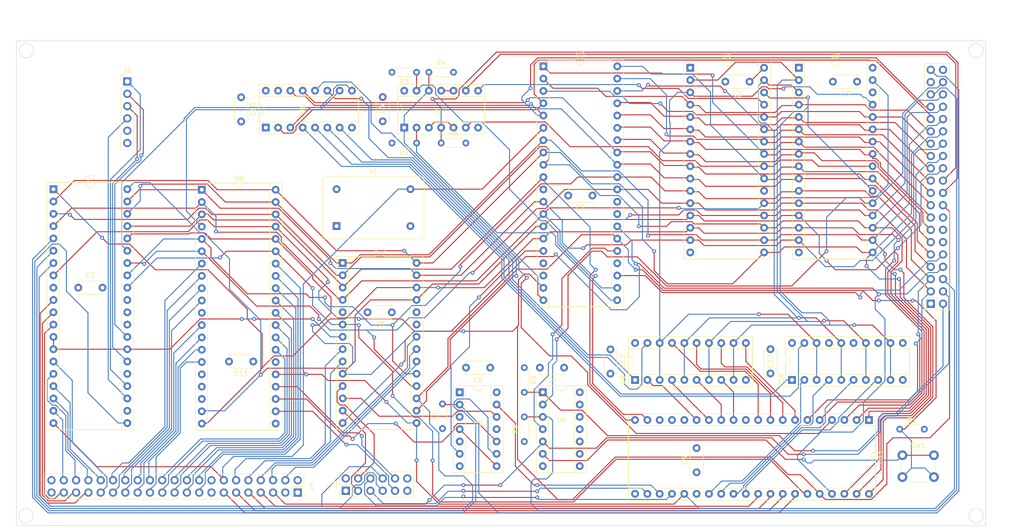
<source format=kicad_pcb>
(kicad_pcb (version 20211232) (generator pcbnew)
  (layers (0 "F.Cu" jumper) (31 "B.Cu" signal) (34 "B.Paste" user "B.Plakken") (35 "F.Paste" user "F.Plakken") (36 "B.SilkS" user "B.Silkscreen") (37 "F.SilkS" user "F.Silkscreen") (38 "B.Mask" user) (39 "F.Mask" user "F. masker") (44 "Edge.Cuts" user))
  (net 0 "")
  (net 1 "/ROM WE")
  (net 2 "/RAM WE")
  (net 3 "/IEI2")
  (net 4 "Earth")
  (net 5 "VDD")
  (net 6 "/~{RESET}")
  (net 7 "/RAM{slash}ROM OE")
  (net 9 "/A15")
  (net 10 "Net-(J1-Pin_39)")
  (net 12 "/A0")
  (net 13 "/BUSRQ")
  (net 14 "/BUSACK")
  (net 15 "/A1")
  (net 16 "Net-(U3-Pad10)")
  (net 17 "Net-(U3-Pad3)")
  (net 18 "Net-(U0-~{MREQ})")
  (net 19 "/IEO2")
  (net 22 "Net-(U0-~{BUSRQ})")
  (net 23 "/RESET")
  (net 26 "Net-(U1-~{WE})")
  (net 27 "/D1")
  (net 30 "Net-(U2-~{WE})")
  (net 32 "/A2")
  (net 33 "Net-(IC2-~{INT})")
  (net 34 "/A10")
  (net 35 "/A3")
  (net 36 "/A4")
  (net 37 "/A11")
  (net 38 "/A5")
  (net 39 "/A9")
  (net 40 "/A6")
  (net 41 "/A8")
  (net 42 "/A7")
  (net 43 "/A13")
  (net 44 "Net-(U7-~{INT})")
  (net 45 "/IEO0")
  (net 46 "/TO1")
  (net 47 "/TO2")
  (net 48 "/CT3")
  (net 49 "/CT2")
  (net 50 "/CT1")
  (net 51 "/IEI0")
  (net 52 "/PC0")
  (net 53 "/PC1")
  (net 54 "/PC2")
  (net 55 "/PC3")
  (net 56 "/PB0")
  (net 57 "/PB1")
  (net 58 "/D3")
  (net 59 "/D5")
  (net 60 "/CTSB")
  (net 61 "/D7")
  (net 62 "/RTSB")
  (net 63 "/IEO1")
  (net 64 "/TxDB")
  (net 65 "/IEI1")
  (net 66 "/SERCLK")
  (net 67 "/~{M1}")
  (net 68 "/RxDB")
  (net 69 "/PB2")
  (net 70 "/IEO3")
  (net 71 "/~{IORQ}")
  (net 72 "/D6")
  (net 73 "/D4")
  (net 74 "/D2")
  (net 75 "/D0")
  (net 76 "/IEI3")
  (net 77 "Net-(IC2-~{CE})")
  (net 78 "/~{MEMRD}")
  (net 79 "/PB3")
  (net 80 "/PB4")
  (net 81 "/A12")
  (net 82 "/PB5")
  (net 83 "/PB6")
  (net 84 "/~{INT}")
  (net 85 "/PB7")
  (net 86 "/PGA0")
  (net 87 "Net-(U0-~{WR})")
  (net 88 "/PA7")
  (net 89 "/PA6")
  (net 90 "/PA5")
  (net 91 "/PA4")
  (net 92 "/PA3")
  (net 93 "/PA2")
  (net 94 "/PA1")
  (net 95 "/PA0")
  (net 96 "+5V")
  (net 97 "/PGA1")
  (net 98 "/~{INTIN}")
  (net 99 "/~{RTSA}")
  (net 100 "/TXDA")
  (net 101 "/~{CTSA}")
  (net 102 "/~{DTRA}")
  (net 103 "/SYNCA")
  (net 104 "/~{DCDA}")
  (net 105 "/~{W}{slash}~{RDYA}")
  (net 106 "/A16")
  (net 107 "/A14")
  (net 108 "Net-(U8-~{INT})")
  (net 109 "Net-(U11-~{INT})")
  (net 110 "Net-(SW1-A)")
  (net 115 "Net-(U6B-O2)")
  (net 116 "/VIN")
  (net 121 "Net-(U10-1A0)")
  (net 122 "Net-(U10-1A1)")
  (net 123 "Net-(U10-1A2)")
  (net 124 "Net-(U10-1A3)")
  (net 125 "Net-(U10-2OE)")
  (net 126 "Net-(U10-1OE)")
  (net 127 "Net-(U6A-O2)")
  (net 128 "Net-(U6A-O3)")
  (net 129 "/A17")
  (net 130 "/RXDA")
  (net 135 "Net-(U11-~{CE})")
  (net 136 "Net-(U11-PA0)")
  (net 137 "Net-(U11-PA1)")
  (net 138 "Net-(U11-PA2)")
  (net 139 "Net-(U11-PA3)")
  (net 140 "Net-(U11-PA7)")
  (net 141 "Net-(U11-PA6)")
  (net 142 "Net-(U11-PA5)")
  (net 143 "Net-(U11-PA4)")
  (net 144 "/~{RD}")
  (net 145 "/~{IORD}")
  (net 146 "/~{IO_EN1}")
  (net 147 "/CLK")
  (net 149 "Net-(U5-Pad4)")
  (footprint "Capacitor_THT:C_Disc_D4.7mm_W2.5mm_P5.00mm" (layer "F.Cu") (at 145.915 83.75 -90)
    (fp_text reference "C12")
    (fp_text value "100nF")
  )
  (footprint "Resistor_THT:R_Axial_DIN0204_L3.6mm_D1.6mm_P5.08mm_Horizontal" (layer "F.Cu") (at 105.91 26.56 180)
    (fp_text reference "R3")
    (fp_text value "10K")
  )
  (footprint "Package_DIP:DIP-32_W15.24mm_Socket" (layer "F.Cu") (at 184.785 25.635)
    (fp_text reference "U2")
    (fp_text value "SST39SF010")
  )
  (footprint "Oscillator:Oscillator_DIP-14" (layer "F.Cu") (at 89.4 58.31)
    (fp_text reference "X1")
    (fp_text value "ACO-6.00MHz")
  )
  (footprint "Resistor_THT:R_Axial_DIN0204_L3.6mm_D1.6mm_P5.08mm_Horizontal" (layer "F.Cu") (at 205.605 100.22)
    (fp_text reference "R1")
    (fp_text value "10K")
  )
  (footprint "Capacitor_THT:C_Disc_D4.7mm_W2.5mm_P5.00mm" (layer "F.Cu") (at 136.35 87.52 180)
    (fp_text reference "C4")
    (fp_text value "100nF")
  )
  (footprint "Package_DIP:DIP-14_W7.62mm_Socket" (layer "F.Cu") (at 103.365 37.99 90)
    (fp_text reference "U3")
    (fp_text value "74HC32")
  )
  (footprint "Capacitor_THT:C_Disc_D4.7mm_W2.5mm_P5.00mm" (layer "F.Cu") (at 100.79 76.09 180)
    (fp_text reference "C8")
    (fp_text value "100nF")
  )
  (footprint "Package_DIP:DIP-14_W7.62mm_Socket" (layer "F.Cu") (at 131.955 92.595)
    (fp_text reference "U4")
    (fp_text value "74HC04")
  )
  (footprint "Resistor_THT:R_Axial_DIN0204_L3.6mm_D1.6mm_P5.08mm_Horizontal" (layer "F.Cu") (at 128.135 87.52 -90)
    (fp_text reference "R5")
    (fp_text value "10K")
  )
  (footprint "Connector_PinSocket_2.54mm:PinSocket_2x21_P2.54mm_Vertical" (layer "F.Cu") (at 81.375 113.29 -90)
    (fp_text reference "J4")
    (fp_text value "Conn_02x21_Odd_Even")
  )
  (footprint "Package_DIP:DIP-40_W15.24mm_Socket" (layer "F.Cu") (at 30.975 50.695)
    (fp_text reference "U7")
    (fp_text value "SIO0-DIP-40")
  )
  (footprint "Capacitor_THT:C_Disc_D4.7mm_W2.5mm_P5.00mm" (layer "F.Cu") (at 196.81 28.505 180)
    (fp_text reference "C3")
    (fp_text value "100nF")
  )
  (footprint "Resistor_THT:R_Axial_DIN0204_L3.6mm_D1.6mm_P5.08mm_Horizontal" (layer "F.Cu") (at 110.99 41.165)
    (fp_text reference "R6")
    (fp_text value "10K")
  )
  (footprint "Package_DIP:DIP-28_W15.24mm_Socket" (layer "F.Cu") (at 90.665 65.915)
    (fp_text reference "IC2")
    (fp_text value "CTC-DIP-28")
  )
  (footprint "Package_DIP:DIP-40_W15.24mm_Socket" (layer "F.Cu") (at 199.255 98.315 -90)
    (fp_text reference "U11")
    (fp_text value "PIO-DIP-40")
  )
  (footprint "Resistor_THT:R_Axial_DIN0204_L3.6mm_D1.6mm_P5.08mm_Horizontal" (layer "F.Cu") (at 128.135 102.76 90)
    (fp_text reference "R9")
    (fp_text value "10K")
  )
  (footprint "Package_DIP:DIP-40_W15.24mm_Socket" (layer "F.Cu") (at 61.595 50.8)
    (fp_text reference "U8")
    (fp_text value "PIO-DIP-40")
  )
  (footprint "Capacitor_THT:C_Disc_D4.7mm_W2.5mm_P5.00mm" (layer "F.Cu") (at 163.695 109.11 90)
    (fp_text reference "C9")
    (fp_text value "100nF")
  )
  (footprint "Capacitor_THT:C_Disc_D4.7mm_W2.5mm_P5.00mm" (layer "F.Cu") (at 178.935 83.71 -90)
    (fp_text reference "C13")
    (fp_text value "100nF")
  )
  (footprint "Package_DIP:DIP-16_W7.62mm_Socket" (layer "F.Cu") (at 74.795 37.98 90)
    (fp_text reference "U6")
    (fp_text value "74LS139")
  )
  (footprint "Connector_PinSocket_2.54mm:PinSocket_2x20_P2.54mm_Vertical" (layer "F.Cu") (at 212 74.32 180)
    (fp_text reference "J1")
    (fp_text value "Arduino/system bus header")
  )
  (footprint "Package_DIP:DIP-32_W15.24mm_Socket" (layer "F.Cu") (at 162.385 25.635)
    (fp_text reference "U1")
    (fp_text value "628128_DIP32_SSOP32")
  )
  (footprint "Capacitor_THT:C_Disc_D4.7mm_W2.5mm_P5.00mm" (layer "F.Cu") (at 98.925 31.68 -90)
    (fp_text reference "C5")
    (fp_text value "100nF")
  )
  (footprint "Resistor_THT:R_Axial_DIN0204_L3.6mm_D1.6mm_P5.08mm_Horizontal" (layer "F.Cu") (at 105.91 41.165 180)
    (fp_text reference "R2")
    (fp_text value "10K")
  )
  (footprint "Package_DIP:DIP-14_W7.62mm_Socket" (layer "F.Cu") (at 114.81 92.595)
    (fp_text reference "U5")
    (fp_text value "74LS21")
  )
  (footprint "Package_DIP:DIP-40_W15.24mm_Socket" (layer "F.Cu") (at 132.075 25.335)
    (fp_text reference "U0")
    (fp_text value "Z80CPU")
  )
  (footprint "Capacitor_THT:C_Disc_D4.7mm_W2.5mm_P5.00mm" (layer "F.Cu") (at 142.2 52 180)
    (fp_text reference "C1")
    (fp_text value "100nF")
  )
  (footprint "Connector_PinHeader_2.54mm:PinHeader_1x06_P2.54mm_Vertical" (layer "F.Cu") (at 46.22 28.465)
    (fp_text reference "J2")
    (fp_text value "PMOD USBUART conn" hide)
  )
  (footprint "Connector_PinHeader_2.54mm:PinHeader_2x06_P2.54mm_Vertical" (layer "F.Cu") (at 91.305 112.92 90)
    (fp_text reference "J3")
    (fp_text value "Int order hdr")
  )
  (footprint "Capacitor_THT:C_Disc_D4.7mm_W2.5mm_P5.00mm" (layer "F.Cu") (at 72.215 86.25 180)
    (fp_text reference "C11")
    (fp_text value "100nF")
  )
  (footprint "Package_DIP:DIP-20_W7.62mm_Socket" (layer "F.Cu") (at 151 90.05 90)
    (fp_text reference "U9")
    (fp_text value "74HC244")
  )
  (footprint "Button_Switch_THT:SW_PUSH_6mm" (layer "F.Cu") (at 206.165 105.59)
    (fp_text reference "SW1")
    (fp_text value "SW_Push_Open")
  )
  (footprint "Package_DIP:DIP-20_W7.62mm_Socket" (layer "F.Cu") (at 183.385 90.05 90)
    (fp_text reference "U10")
    (fp_text value "74HC244")
  )
  (footprint "Resistor_THT:R_Axial_DIN0204_L3.6mm_D1.6mm_P5.08mm_Horizontal" (layer "F.Cu") (at 108.45 26.56)
    (fp_text reference "R4")
    (fp_text value "10K")
  )
  (footprint "Capacitor_THT:C_Disc_D4.7mm_W2.5mm_P5.00mm" (layer "F.Cu") (at 36.1 71.01)
    (fp_text reference "C7")
    (fp_text value "100nF")
  )
  (footprint "Capacitor_THT:C_Disc_D4.7mm_W2.5mm_P5.00mm" (layer "F.Cu") (at 174.625 28.505 180)
    (fp_text reference "C2")
    (fp_text value "100nF")
  )
  (footprint "Capacitor_THT:C_Disc_D4.7mm_W2.5mm_P5.00mm" (layer "F.Cu") (at 69.715 31.72 -90)
    (fp_text reference "C10")
    (fp_text value "100nF")
  )
  (footprint "Capacitor_THT:C_Disc_D4.7mm_W2.5mm_P5.00mm" (layer "F.Cu") (at 121.11 87.52 180)
    (fp_text reference "C6")
    (fp_text value "100nF")
  )
  (footprint "Resistor_THT:R_Axial_DIN0204_L3.6mm_D1.6mm_P5.08mm_Horizontal" (layer "F.Cu") (at 111.252 100.076 90)
    (fp_text reference "R7")
    (fp_text value "10K")
  )
  (gr_circle (center 25.356 118.096) (end 23.856 118.096) (stroke (width 0.1)) (fill none) (layer "Edge.Cuts"))
  (gr_rect (start 23.356 20.096) (end 223.356 120.096) (stroke (width 0.1)) (fill none) (layer "Edge.Cuts"))
  (gr_circle (center 25.356 22.096) (end 25.356 20.596) (stroke (width 0.1)) (fill none) (layer "Edge.Cuts"))
  (gr_circle (center 221.356 22.096) (end 221.356 20.596) (stroke (width 0.1)) (fill none) (layer "Edge.Cuts"))
  (gr_circle (center 221.356 118) (end 221.356 119.5) (stroke (width 0.1)) (fill none) (layer "Edge.Cuts"))
  (segment (start 187.706 104.648) (end 183.896 104.648) (width 0.2) (layer "F.Cu") (net 1))
  (segment (start 131.955 92.595) (end 128.14 92.595) (width 0.2) (layer "F.Cu") (net 1))
  (segment (start 180.78952 101.54152) (end 145.308153 101.54152) (width 0.2) (layer "F.Cu") (net 1))
  (segment (start 140.051144 96.284511) (end 135.644511 96.284511) (width 0.2) (layer "F.Cu") (net 1))
  (segment (start 135.644511 96.284511) (end 131.955 92.595) (width 0.2) (layer "F.Cu") (net 1))
  (segment (start 128.14 92.595) (end 128.135 92.6) (width 0.2) (layer "F.Cu") (net 1))
  (segment (start 183.896 104.648) (end 180.78952 101.54152) (width 0.2) (layer "F.Cu") (net 1))
  (segment (start 145.308153 101.54152) (end 140.051144 96.284511) (width 0.2) (layer "F.Cu") (net 1))
  (via (at 187.706 104.648) (size 0.8) (drill 0.4) (layers "F.Cu" "B.Cu") (net 1))
  (segment (start 201.168 98.044) (end 202.184 97.028) (width 0.2) (layer "B.Cu") (net 1))
  (segment (start 204.724 97.028) (end 214.54 87.212) (width 0.2) (layer "B.Cu") (net 1))
  (segment (start 202.184 97.028) (end 204.724 97.028) (width 0.2) (layer "B.Cu") (net 1))
  (segment (start 197.104 104.648) (end 201.168 100.584) (width 0.2) (layer "B.Cu") (net 1))
  (segment (start 187.706 104.648) (end 197.104 104.648) (width 0.2) (layer "B.Cu") (net 1))
  (segment (start 214.54 87.212) (end 214.54 74.32) (width 0.2) (layer "B.Cu") (net 1))
  (segment (start 201.168 100.584) (end 201.168 98.044) (width 0.2) (layer "B.Cu") (net 1))
  (segment (start 217.17 46.29) (end 214.54 48.92) (width 0.2) (layer "F.Cu") (net 2))
  (segment (start 217.17 24.765) (end 217.17 46.29) (width 0.2) (layer "F.Cu") (net 2))
  (segment (start 123.19 22.86) (end 215.265 22.86) (width 0.2) (layer "F.Cu") (net 2))
  (segment (start 116.065 29.985) (end 123.19 22.86) (width 0.2) (layer "F.Cu") (net 2))
  (segment (start 215.265 22.86) (end 217.17 24.765) (width 0.2) (layer "F.Cu") (net 2))
  (segment (start 116.065 30.37) (end 116.065 29.985) (width 0.2) (layer "F.Cu") (net 2))
  (segment (start 95.888145 109.180489) (end 96.881855 109.180489) (width 0.2) (layer "B.Cu") (net 3))
  (segment (start 92.645489 113.978533) (end 92.645489 112.423145) (width 0.2) (layer "B.Cu") (net 3))
  (segment (start 30.975 63.395) (end 27.56904 66.80096) (width 0.2) (layer "B.Cu") (net 3))
  (segment (start 30.216679 116.57596) (end 90.048062 116.57596) (width 0.2) (layer "B.Cu") (net 3))
  (segment (start 97.584511 109.883145) (end 97.584511 111.579511) (width 0.2) (layer "B.Cu") (net 3))
  (segment (start 27.56904 66.80096) (end 27.56904 113.928321) (width 0.2) (layer "B.Cu") (net 3))
  (segment (start 95.185489 109.883145) (end 95.888145 109.180489) (width 0.2) (layer "B.Cu") (net 3))
  (segment (start 94.341855 111.720489) (end 95.185489 110.876855) (width 0.2) (layer "B.Cu") (net 3))
  (segment (start 27.56904 113.928321) (end 30.216679 116.57596) (width 0.2) (layer "B.Cu") (net 3))
  (segment (start 90.048062 116.57596) (end 92.645489 113.978533) (width 0.2) (layer "B.Cu") (net 3))
  (segment (start 92.645489 112.423145) (end 93.348145 111.720489) (width 0.2) (layer "B.Cu") (net 3))
  (segment (start 97.584511 111.579511) (end 98.925 112.92) (width 0.2) (layer "B.Cu") (net 3))
  (segment (start 95.185489 110.876855) (end 95.185489 109.883145) (width 0.2) (layer "B.Cu") (net 3))
  (segment (start 93.348145 111.720489) (end 94.341855 111.720489) (width 0.2) (layer "B.Cu") (net 3))
  (segment (start 96.881855 109.180489) (end 97.584511 109.883145) (width 0.2) (layer "B.Cu") (net 3))
  (segment (start 174.625 28.505) (end 174.755 28.505) (width 0.2) (layer "F.Cu") (net 5))
  (segment (start 174.755 28.505) (end 177.625 25.635) (width 0.2) (layer "F.Cu") (net 5))
  (segment (start 200.025 73.66) (end 201.295 73.66) (width 0.2) (layer "F.Cu") (net 6))
  (segment (start 151.13 67.31) (end 152.526282 67.31) (width 0.2) (layer "F.Cu") (net 6))
  (segment (start 156.785802 71.56952) (end 197.93452 71.56952) (width 0.2) (layer "F.Cu") (net 6))
  (segment (start 208.28 73.66) (end 208.915 73.66) (width 0.2) (layer "F.Cu") (net 6))
  (segment (start 213.106 77.851) (end 213.106 93.708949) (width 0.2) (layer "F.Cu") (net 6))
  (segment (start 132.837141 67.187859) (end 126.682661 67.187859) (width 0.2) (layer "F.Cu") (net 6))
  (segment (start 206.594949 100.22) (end 205.605 100.22) (width 0.2) (layer "F.Cu") (net 6))
  (segment (start 197.93452 71.56952) (end 200.025 73.66) (width 0.2) (layer "F.Cu") (net 6))
  (segment (start 139.929999 60.095001) (end 132.837141 67.187859) (width 0.2) (layer "F.Cu") (net 6))
  (segment (start 112.395 87.365) (end 105.905 93.855) (width 0.2) (layer "F.Cu") (net 6))
  (segment (start 146.515001 60.095001) (end 139.929999 60.095001) (width 0.2) (layer "F.Cu") (net 6))
  (segment (start 152.526282 67.31) (end 156.785802 71.56952) (width 0.2) (layer "F.Cu") (net 6))
  (segment (start 147.315 60.895) (end 146.515001 60.095001) (width 0.2) (layer "F.Cu") (net 6))
  (segment (start 208.915 73.66) (end 213.106 77.851) (width 0.2) (layer "F.Cu") (net 6))
  (segment (start 112.395 81.47552) (end 112.395 87.365) (width 0.2) (layer "F.Cu") (net 6))
  (segment (start 126.682661 67.187859) (end 112.395 81.47552) (width 0.2) (layer "F.Cu") (net 6))
  (segment (start 213.106 93.708949) (end 206.594949 100.22) (width 0.2) (layer "F.Cu") (net 6))
  (via (at 201.295 73.66) (size 0.8) (drill 0.4) (layers "F.Cu" "B.Cu") (net 6))
  (via (at 208.28 73.66) (size 0.8) (drill 0.4) (layers "F.Cu" "B.Cu") (net 6))
  (via (at 151.13 67.31) (size 0.8) (drill 0.4) (layers "F.Cu" "B.Cu") (net 6))
  (segment (start 205.605 100.22) (end 208.026 102.641) (width 0.2) (layer "B.Cu") (net 6))
  (segment (start 30.739834 62.004511) (end 32.159511 62.004511) (width 0.2) (layer "B.Cu") (net 6))
  (segment (start 151.13 67.31) (end 149.606 65.786) (width 0.2) (layer "B.Cu") (net 6))
  (segment (start 201.295 73.66) (end 208.28 73.66) (width 0.2) (layer "B.Cu") (net 6))
  (segment (start 38.1 76.2) (end 38.1 92.71) (width 0.2) (layer "B.Cu") (net 6))
  (segment (start 110.49 108.585) (end 111.76 109.855) (width 0.2) (layer "B.Cu") (net 6))
  (segment (start 108.585 96.535) (end 108.585 99.06) (width 0.2) (layer "B.Cu") (net 6))
  (segment (start 27.11952 114.114519) (end 27.11952 65.624825) (width 0.2) (layer "B.Cu") (net 6))
  (segment (start 208.026 108.229) (end 210.804 108.229) (width 0.2) (layer "B.Cu") (net 6))
  (segment (start 115.383802 117.02548) (end 30.030481 117.02548) (width 0.2) (layer "B.Cu") (net 6))
  (segment (start 44.345 98.955) (end 46.215 98.955) (width 0.2) (layer "B.Cu") (net 6))
  (segment (start 149.606 65.786) (end 149.606 63.186) (width 0.2) (layer "B.Cu") (net 6))
  (segment (start 108.585 99.06) (end 110.49 100.965) (width 0.2) (layer "B.Cu") (net 6))
  (segment (start 33.655 71.755) (end 38.1 76.2) (width 0.2) (layer "B.Cu") (net 6))
  (segment (start 208.026 108.229) (end 206.165 110.09) (width 0.2) (layer "B.Cu") (net 6))
  (segment (start 117.475 111.76) (end 117.475 114.934282) (width 0.2) (layer "B.Cu") (net 6))
  (segment (start 149.606 63.186) (end 147.315 60.895) (width 0.2) (layer "B.Cu") (net 6))
  (segment (start 30.030481 117.02548) (end 27.11952 114.114519) (width 0.2) (layer "B.Cu") (net 6))
  (segment (start 110.49 100.965) (end 110.49 108.585) (width 0.2) (layer "B.Cu") (net 6))
  (segment (start 32.159511 62.004511) (end 33.655 63.5) (width 0.2) (layer "B.Cu") (net 6))
  (segment (start 105.905 93.855) (end 108.585 96.535) (width 0.2) (layer "B.Cu") (net 6))
  (segment (start 111.76 109.855) (end 115.57 109.855) (width 0.2) (layer "B.Cu") (net 6))
  (segment (start 115.57 109.855) (end 117.475 111.76) (width 0.2) (layer "B.Cu") (net 6))
  (segment (start 33.655 63.5) (end 33.655 71.755) (width 0.2) (layer "B.Cu") (net 6))
  (segment (start 210.804 108.229) (end 212.665 110.09) (width 0.2) (layer "B.Cu") (net 6))
  (segment (start 38.1 92.71) (end 44.345 98.955) (width 0.2) (layer "B.Cu") (net 6))
  (segment (start 117.475 114.934282) (end 115.383802 117.02548) (width 0.2) (layer "B.Cu") (net 6))
  (segment (start 27.11952 65.624825) (end 30.739834 62.004511) (width 0.2) (layer "B.Cu") (net 6))
  (segment (start 208.026 102.641) (end 208.026 108.229) (width 0.2) (layer "B.Cu") (net 6))
  (segment (start 215.451198 22.41048) (end 122.36952 22.41048) (width 0.2) (layer "F.Cu") (net 7))
  (segment (start 114.674511 31.37048) (end 113.96498 32.080011) (width 0.2) (layer "F.Cu") (net 7))
  (segment (start 214.54 51.46) (end 217.61952 48.38048) (width 0.2) (layer "F.Cu") (net 7))
  (segment (start 110.99 41.165) (end 110.99 37.995) (width 0.2) (layer "F.Cu") (net 7))
  (segment (start 217.61952 48.38048) (end 217.61952 24.578802) (width 0.2) (layer "F.Cu") (net 7))
  (segment (start 122.36952 22.41048) (end 114.674511 30.105489) (width 0.2) (layer "F.Cu") (net 7))
  (segment (start 110.99 37.995) (end 110.985 37.99) (width 0.2) (layer "F.Cu") (net 7))
  (segment (start 114.674511 30.105489) (end 114.674511 31.37048) (width 0.2) (layer "F.Cu") (net 7))
  (segment (start 217.61952 24.578802) (end 215.451198 22.41048) (width 0.2) (layer "F.Cu") (net 7))
  (segment (start 113.96498 32.080011) (end 109.1945 32.080011) (width 0.2) (layer "F.Cu") (net 7))
  (via (at 109.1945 32.080011) (size 0.8) (drill 0.4) (layers "F.Cu" "B.Cu") (net 7))
  (segment (start 109.1945 32.080011) (end 110.985 33.870511) (width 0.2) (layer "B.Cu") (net 7))
  (segment (start 110.985 33.870511) (end 110.985 37.99) (width 0.2) (layer "B.Cu") (net 7))
  (segment (start 188.356 77.241) (end 193.545 82.43) (width 0.2) (layer "F.Cu") (net 9))
  (segment (start 184.785 30.715) (end 183.28 29.21) (width 0.2) (layer "F.Cu") (net 9))
  (segment (start 183.28 29.21) (end 178.66 29.21) (width 0.2) (layer "F.Cu") (net 9))
  (segment (start 178.66 29.21) (end 177.625 28.175) (width 0.2) (layer "F.Cu") (net 9))
  (segment (start 184.785 77.241) (end 188.356 77.241) (width 0.2) (layer "F.Cu") (net 9))
  (via (at 184.785 77.241) (size 0.8) (drill 0.4) (layers "F.Cu" "B.Cu") (net 9))
  (segment (start 161.16 82.43) (end 166.349 77.241) (width 0.2) (layer "B.Cu") (net 9))
  (segment (start 166.349 77.241) (end 185.014 77.241) (width 0.2) (layer "B.Cu") (net 9))
  (segment (start 177.950296 37.034641) (end 179.705 38.789345) (width 0.2) (layer "B.Cu") (net 9))
  (segment (start 176.475489 36.549771) (end 176.960359 37.034641) (width 0.2) (layer "B.Cu") (net 9))
  (segment (start 176.475489 29.324511) (end 176.475489 36.549771) (width 0.2) (layer "B.Cu") (net 9))
  (segment (start 161.16 82.43) (end 161.16 90.05) (width 0.2) (layer "B.Cu") (net 9))
  (segment (start 177.625 28.175) (end 176.475489 29.324511) (width 0.2) (layer "B.Cu") (net 9))
  (segment (start 179.705 38.789345) (end 179.705 72.39) (width 0.2) (layer "B.Cu") (net 9))
  (segment (start 176.960359 37.034641) (end 177.950296 37.034641) (width 0.2) (layer "B.Cu") (net 9))
  (segment (start 193.545 82.43) (end 193.545 90.05) (width 0.2) (layer "B.Cu") (net 9))
  (segment (start 179.705 72.39) (end 184.556 77.241) (width 0.2) (layer "B.Cu") (net 9))
  (segment (start 111.391 95.135) (end 111.252 94.996) (width 0.2) (layer "F.Cu") (net 10))
  (segment (start 114.81 95.135) (end 111.391 95.135) (width 0.2) (layer "F.Cu") (net 10))
  (segment (start 118.745 113.395655) (end 118.745 99.07) (width 0.2) (layer "B.Cu") (net 10))
  (segment (start 217.805 112.974497) (end 213.294457 117.48504) (width 0.2) (layer "B.Cu") (net 10))
  (segment (start 213.340489 27.400489) (end 215.036855 27.400489) (width 0.2) (layer "B.Cu") (net 10))
  (segment (start 217.805 30.168634) (end 217.805 112.974497) (width 0.2) (layer "B.Cu") (net 10))
  (segment (start 212 26.06) (end 213.340489 27.400489) (width 0.2) (layer "B.Cu") (net 10))
  (segment (start 122.834385 117.48504) (end 118.745 113.395655) (width 0.2) (layer "B.Cu") (net 10))
  (segment (start 215.036855 27.400489) (end 217.805 30.168634) (width 0.2) (layer "B.Cu") (net 10))
  (segment (start 213.294457 117.48504) (end 122.834385 117.48504) (width 0.2) (layer "B.Cu") (net 10))
  (segment (start 118.745 99.07) (end 114.81 95.135) (width 0.2) (layer "B.Cu") (net 10))
  (segment (start 197.789282 53.575) (end 199.204771 54.990489) (width 0.2) (layer "F.Cu") (net 12))
  (segment (start 179.889511 54.990489) (end 181.305 53.575) (width 0.2) (layer "F.Cu") (net 12))
  (segment (start 200.990489 54.990489) (end 207 61) (width 0.2) (layer "F.Cu") (net 12))
  (segment (start 209.28596 92.337604) (end 207.458084 94.16548) (width 0.2) (layer "F.Cu") (net 12))
  (segment (start 156.515 53.575) (end 153.67 50.73) (width 0.2) (layer "F.Cu") (net 12))
  (segment (start 97.155 83.69637) (end 104.77363 91.315) (width 0.2) (layer "F.Cu") (net 12))
  (segment (start 49.709953 66.129976) (end 49.514977 65.935) (width 0.2) (layer "F.Cu") (net 12))
  (segment (start 147.315 50.735) (end 136.481633 50.735) (width 0.2) (layer "F.Cu") (net 12))
  (segment (start 153.67 50.73) (end 153.665 50.735) (width 0.2) (layer "F.Cu") (net 12))
  (segment (start 209.28596 82.92096) (end 209.28596 92.337604) (width 0.2) (layer "F.Cu") (net 12))
  (segment (start 130.754511 54.665489) (end 117.475 67.945) (width 0.2) (layer "F.Cu") (net 12))
  (segment (start 190.70452 94.16548) (end 186.555 98.315) (width 0.2) (layer "F.Cu") (net 12))
  (segment (start 97.155 81.28) (end 97.155 83.69637) (width 0.2) (layer "F.Cu") (net 12))
  (segment (start 165.550489 54.990489) (end 179.889511 54.990489) (width 0.2) (layer "F.Cu") (net 12))
  (segment (start 85.725 77.648122) (end 85.725 76.620908) (width 0.2) (layer "F.Cu") (net 12))
  (segment (start 72.904511 74.809511) (end 61.595 63.5) (width 0.2) (layer "F.Cu") (net 12))
  (segment (start 162.385 53.575) (end 164.135 53.575) (width 0.2) (layer "F.Cu") (net 12))
  (segment (start 208.915 82.55) (end 209.28596 82.92096) (width 0.2) (layer "F.Cu") (net 12))
  (segment (start 207.458084 94.16548) (end 190.70452 94.16548) (width 0.2) (layer "F.Cu") (net 12))
  (segment (start 207 66.78) (end 212 71.78) (width 0.2) (layer "F.Cu") (net 12))
  (segment (start 181.305 53.575) (end 184.785 53.575) (width 0.2) (layer "F.Cu") (net 12))
  (segment (start 85.725 76.620908) (end 83.913603 74.809511) (width 0.2) (layer "F.Cu") (net 12))
  (segment (start 207 61) (end 207 66.78) (width 0.2) (layer "F.Cu") (net 12))
  (segment (start 184.785 53.575) (end 197.789282 53.575) (width 0.2) (layer "F.Cu") (net 12))
  (segment (start 132.551144 54.665489) (end 130.754511 54.665489) (width 0.2) (layer "F.Cu") (net 12))
  (segment (start 162.385 53.575) (end 156.515 53.575) (width 0.2) (layer "F.Cu") (net 12))
  (segment (start 83.913603 74.809511) (end 72.904511 74.809511) (width 0.2) (layer "F.Cu") (net 12))
  (segment (start 136.481633 50.735) (end 132.551144 54.665489) (width 0.2) (layer "F.Cu") (net 12))
  (segment (start 199.204771 54.990489) (end 200.990489 54.990489) (width 0.2) (layer "F.Cu") (net 12))
  (segment (start 164.135 53.575) (end 165.550489 54.990489) (width 0.2) (layer "F.Cu") (net 12))
  (segment (start 49.514977 65.935) (end 46.215 65.935) (width 0.2) (layer "F.Cu") (net 12))
  (segment (start 104.77363 91.315) (end 105.905 91.315) (width 0.2) (layer "F.Cu") (net 12))
  (segment (start 153.665 50.735) (end 147.315 50.735) (width 0.2) (layer "F.Cu") (net 12))
  (via (at 85.725 77.47) (size 0.8) (drill 0.4) (layers "F.Cu" "B.Cu") (net 12))
  (via (at 49.709953 66.129976) (size 0.8) (drill 0.4) (layers "F.Cu" "B.Cu") (net 12))
  (via (at 97.155 81.28) (size 0.8) (drill 0.4) (layers "F.Cu" "B.Cu") (net 12))
  (via (at 117.475 67.945) (size 0.8) (drill 0.4) (layers "F.Cu" "B.Cu") (net 12))
  (via (at 208.915 82.55) (size 0.8) (drill 0.4) (layers "F.Cu" "B.Cu") (net 12))
  (segment (start 49.709953 66.129976) (end 49.709953 66.040001) (width 0.2) (layer "B.Cu") (net 12))
  (segment (start 107.560489 77.224511) (end 104.385489 77.224511) (width 0.2) (layer "B.Cu") (net 12))
  (segment (start 210.185011 81.279989) (end 210.185011 73.594989) (width 0.2) (layer "B.Cu") (net 12))
  (segment (start 49.709953 66.040001) (end 52.249954 63.5) (width 0.2) (layer "B.Cu") (net 12))
  (segment (start 52.249954 63.5) (end 61.595 63.5) (width 0.2) (layer "B.Cu") (net 12))
  (segment (start 116.84 67.945) (end 107.560489 77.224511) (width 0.2) (layer "B.Cu") (net 12))
  (segment (start 104.385489 77.224511) (end 101.845489 79.764511) (width 0.2) (layer "B.Cu") (net 12))
  (segment (start 117.475 67.945) (end 116.84 67.945) (width 0.2) (layer "B.Cu") (net 12))
  (segment (start 208.915 82.55) (end 210.185011 81.279989) (width 0.2) (layer "B.Cu") (net 12))
  (segment (start 210.185011 73.594989) (end 212 71.78) (width 0.2) (layer "B.Cu") (net 12))
  (segment (start 88.019511 79.764511) (end 85.725 77.47) (width 0.2) (layer "B.Cu") (net 12))
  (segment (start 95.639511 79.764511) (end 95.495489 79.764511) (width 0.2) (layer "B.Cu") (net 12))
  (segment (start 95.495489 79.764511) (end 88.019511 79.764511) (width 0.2) (layer "B.Cu") (net 12))
  (segment (start 97.155 81.28) (end 95.639511 79.764511) (width 0.2) (layer "B.Cu") (net 12))
  (segment (start 101.845489 79.764511) (end 95.495489 79.764511) (width 0.2) (layer "B.Cu") (net 12))
  (segment (start 131.955 97.675) (end 128.14 97.675) (width 0.2) (layer "F.Cu") (net 13))
  (segment (start 128.14 97.675) (end 128.135 97.68) (width 0.2) (layer "F.Cu") (net 13))
  (segment (start 214.043145 29.799511) (end 215.219511 29.799511) (width 0.2) (layer "B.Cu") (net 13))
  (segment (start 132.715 110.49) (end 133.985 109.22) (width 0.2) (layer "B.Cu") (net 13))
  (segment (start 131.00552 117.03552) (end 129.54 115.57) (width 0.2) (layer "B.Cu") (net 13))
  (segment (start 212.702656 31.14) (end 214.043145 29.799511) (width 0.2) (layer "B.Cu") (net 13))
  (segment (start 129.54 111.125) (end 130.175 110.49) (width 0.2) (layer "B.Cu") (net 13))
  (segment (start 217.35548 112.788299) (end 213.108259 117.03552) (width 0.2) (layer "B.Cu") (net 13))
  (segment (start 213.108259 117.03552) (end 131.00552 117.03552) (width 0.2) (layer "B.Cu") (net 13))
  (segment (start 212 31.14) (end 212.702656 31.14) (width 0.2) (layer "B.Cu") (net 13))
  (segment (start 217.35548 31.93548) (end 217.35548 112.788299) (width 0.2) (layer "B.Cu") (net 13))
  (segment (start 215.219511 29.799511) (end 217.35548 31.93548) (width 0.2) (layer "B.Cu") (net 13))
  (segment (start 133.235 97.675) (end 131.955 97.675) (width 0.2) (layer "B.Cu") (net 13))
  (segment (start 133.985 109.22) (end 133.985 98.425) (width 0.2) (layer "B.Cu") (net 13))
  (segment (start 129.54 115.57) (end 129.54 111.125) (width 0.2) (layer "B.Cu") (net 13))
  (segment (start 130.175 110.49) (end 132.715 110.49) (width 0.2) (layer "B.Cu") (net 13))
  (segment (start 133.985 98.425) (end 133.235 97.675) (width 0.2) (layer "B.Cu") (net 13))
  (segment (start 196.47904 72.01904) (end 156.599604 72.01904) (width 0.2) (layer "F.Cu") (net 14))
  (segment (start 197.485 73.025) (end 196.47904 72.01904) (width 0.2) (layer "F.Cu") (net 14))
  (segment (start 156.599604 72.01904) (end 153.095564 68.515) (width 0.2) (layer "F.Cu") (net 14))
  (segment (start 153.095564 68.515) (end 147.315 68.515) (width 0.2) (layer "F.Cu") (net 14))
  (via (at 197.485 73.025) (size 0.8) (drill 0.4) (layers "F.Cu" "B.Cu") (net 14))
  (segment (start 198.271538 71.525989) (end 205.477645 71.525989) (width 0.2) (layer "B.Cu") (net 14))
  (segment (start 211.503145 65.500489) (end 213.199511 65.500489) (width 0.2) (layer "B.Cu") (net 14))
  (segment (start 213.199511 65.500489) (end 214.54 64.16) (width 0.2) (layer "B.Cu") (net 14))
  (segment (start 197.485 72.312527) (end 198.271538 71.525989) (width 0.2) (layer "B.Cu") (net 14))
  (segment (start 205.477645 71.525989) (end 211.503145 65.500489) (width 0.2) (layer "B.Cu") (net 14))
  (segment (start 197.485 73.025) (end 197.485 72.312527) (width 0.2) (layer "B.Cu") (net 14))
  (segment (start 201.159511 52.159511) (end 208 59) (width 0.2) (layer "F.Cu") (net 15))
  (segment (start 137.739511 49.585489) (end 131.598856 49.585489) (width 0.2) (layer "F.Cu") (net 15))
  (segment (start 162.385 51.035) (end 157.15 51.035) (width 0.2) (layer "F.Cu") (net 15))
  (segment (start 86.995 73.025) (end 83.823652 73.025) (width 0.2) (layer "F.Cu") (net 15))
  (segment (start 208 59) (end 208 65.24) (width 0.2) (layer "F.Cu") (net 15))
  (segment (start 199.559211 52.159511) (end 201.159511 52.159511) (width 0.2) (layer "F.Cu") (net 15))
  (segment (start 114.935 66.249345) (end 114.935 66.675) (width 0.2) (layer "F.Cu") (net 15))
  (segment (start 103.59003 88.775) (end 100.965 86.14997) (width 0.2) (layer "F.Cu") (net 15))
  (segment (start 165.550489 52.635) (end 179.889511 52.635) (width 0.2) (layer "F.Cu") (net 15))
  (segment (start 189.095 98.315) (end 192.795 94.615) (width 0.2) (layer "F.Cu") (net 15))
  (segment (start 131.598856 49.585489) (end 114.935 66.249345) (width 0.2) (layer "F.Cu") (net 15))
  (segment (start 83.068163 72.269511) (end 71.000229 72.269511) (width 0.2) (layer "F.Cu") (net 15))
  (segment (start 63.5 64.769282) (end 63.5 62.865) (width 0.2) (layer "F.Cu") (net 15))
  (segment (start 181.305 51.219511) (end 184.785 51.219511) (width 0.2) (layer "F.Cu") (net 15))
  (segment (start 139.13 48.195) (end 147.315 48.195) (width 0.2) (layer "F.Cu") (net 15))
  (segment (start 162.385 51.219511) (end 164.135 51.219511) (width 0.2) (layer "F.Cu") (net 15))
  (segment (start 179.889511 52.635) (end 181.305 51.219511) (width 0.2) (layer "F.Cu") (net 15))
  (segment (start 105.905 88.775) (end 103.59003 88.775) (width 0.2) (layer "F.Cu") (net 15))
  (segment (start 209.73548 92.523802) (end 209.73548 80.94498) (width 0.2) (layer "F.Cu") (net 15))
  (segment (start 207.644282 94.615) (end 209.73548 92.523802) (width 0.2) (layer "F.Cu") (net 15))
  (segment (start 184.785 51.035) (end 198.4347 51.035) (width 0.2) (layer "F.Cu") (net 15))
  (segment (start 154.3 48.195) (end 147.315 48.195) (width 0.2) (layer "F.Cu") (net 15))
  (segment (start 208 65.24) (end 212 69.24) (width 0.2) (layer "F.Cu") (net 15))
  (segment (start 71.000229 72.269511) (end 63.5 64.769282) (width 0.2) (layer "F.Cu") (net 15))
  (segment (start 157.15 51.035) (end 154.305 48.19) (width 0.2) (layer "F.Cu") (net 15))
  (segment (start 154.305 48.19) (end 154.3 48.195) (width 0.2) (layer "F.Cu") (net 15))
  (segment (start 63.5 62.865) (end 61.595 60.96) (width 0.2) (layer "F.Cu") (net 15))
  (segment (start 83.823652 73.025) (end 83.068163 72.269511) (width 0.2) (layer "F.Cu") (net 15))
  (segment (start 139.13 48.195) (end 137.739511 49.585489) (width 0.2) (layer "F.Cu") (net 15))
  (segment (start 209.73548 80.94498) (end 209.4355 80.645) (width 0.2) (layer "F.Cu") (net 15))
  (segment (start 198.4347 51.035) (end 199.559211 52.159511) (width 0.2) (layer "F.Cu") (net 15))
  (segment (start 192.795 94.615) (end 207.644282 94.615) (width 0.2) (layer "F.Cu") (net 15))
  (segment (start 164.135 51.219511) (end 165.550489 52.635) (width 0.2) (layer "F.Cu") (net 15))
  (segment (start 100.965 86.14997) (end 100.965 78.74) (width 0.2) (layer "F.Cu") (net 15))
  (via (at 100.965 78.74) (size 0.8) (drill 0.4) (layers "F.Cu" "B.Cu") (net 15))
  (via (at 209.4355 80.645) (size 0.8) (drill 0.4) (layers "F.Cu" "B.Cu") (net 15))
  (via (at 86.995 73.025) (size 0.8) (drill 0.4) (layers "F.Cu" "B.Cu") (net 15))
  (via (at 114.935 66.675) (size 0.8) (drill 0.4) (layers "F.Cu" "B.Cu") (net 15))
  (segment (start 91.145655 74.93) (end 92.71 74.93) (width 0.2) (layer "B.Cu") (net 15))
  (segment (start 114.935 67.48997) (end 107.740459 74.684511) (width 0.2) (layer "B.Cu") (net 15))
  (segment (start 90.184345 74.93) (end 90.188856 74.925489) (width 0.2) (layer "B.Cu") (net 15))
  (segment (start 61.595 60.96) (end 53.73 60.96) (width 0.2) (layer "B.Cu") (net 15))
  (segment (start 92.71 74.93) (end 96.52 78.74) (width 0.2) (layer "B.Cu") (net 15))
  (segment (start 86.995 73.025) (end 86.995 74.030655) (width 0.2) (layer "B.Cu") (net 15))
  (segment (start 86.995 74.030655) (end 87.894345 74.93) (width 0.2) (layer "B.Cu") (net 15))
  (segment (start 96.52 78.74) (end 100.965 78.74) (width 0.2) (layer "B.Cu") (net 15))
  (segment (start 87.894345 74.93) (end 90.184345 74.93) (width 0.2) (layer "B.Cu") (net 15))
  (segment (start 107.740459 74.684511) (end 105.020489 74.684511) (width 0.2) (layer "B.Cu") (net 15))
  (segment (start 114.935 66.675) (end 114.935 67.48997) (width 0.2) (layer "B.Cu") (net 15))
  (segment (start 105.020489 74.684511) (end 100.965 78.74) (width 0.2) (layer "B.Cu") (net 15))
  (segment (start 209.4355 71.8045) (end 212 69.24) (width 0.2) (layer "B.Cu") (net 15))
  (segment (start 90.188856 74.925489) (end 91.141144 74.925489) (width 0.2) (layer "B.Cu") (net 15))
  (segment (start 91.141144 74.925489) (end 91.145655 74.93) (width 0.2) (layer "B.Cu") (net 15))
  (segment (start 209.4355 80.645) (end 209.4355 71.8045) (width 0.2) (layer "B.Cu") (net 15))
  (segment (start 53.73 60.96) (end 46.215 68.475) (width 0.2) (layer "B.Cu") (net 15))
  (segment (start 110.985 30.37) (end 113.525 30.37) (width 0.2) (layer "F.Cu") (net 16))
  (segment (start 108.445 37.99) (end 109.594511 36.840489) (width 0.2) (layer "F.Cu") (net 17))
  (segment (start 109.594511 36.840489) (end 112.375489 36.840489) (width 0.2) (layer "F.Cu") (net 17))
  (segment (start 112.375489 36.840489) (end 113.525 37.99) (width 0.2) (layer "F.Cu") (net 17))
  (segment (start 108.445 26.565) (end 108.45 26.56) (width 0.2) (layer "F.Cu") (net 18))
  (segment (start 108.445 30.37) (end 108.445 26.565) (width 0.2) (layer "F.Cu") (net 18))
  (segment (start 103.365 35.45) (end 103.365 37.99) (width 0.2) (layer "B.Cu") (net 18))
  (segment (start 108.445 30.37) (end 103.365 35.45) (width 0.2) (layer "B.Cu") (net 18))
  (segment (start 130.925489 68.696207) (end 130.925489 69.905489) (width 0.2) (layer "B.Cu") (net 18))
  (segment (start 103.365 41.135718) (end 130.925489 68.696207) (width 0.2) (layer "B.Cu") (net 18))
  (segment (start 103.365 37.99) (end 103.365 41.135718) (width 0.2) (layer "B.Cu") (net 18))
  (segment (start 130.925489 69.905489) (end 132.075 71.055) (width 0.2) (layer "B.Cu") (net 18))
  (segment (start 28.01856 68.89144) (end 28.01856 113.742123) (width 0.2) (layer "B.Cu") (net 19))
  (segment (start 30.402877 116.12644) (end 86.36 116.12644) (width 0.2) (layer "B.Cu") (net 19))
  (segment (start 86.36 113.628634) (end 92.038634 107.95) (width 0.2) (layer "B.Cu") (net 19))
  (segment (start 30.975 65.935) (end 28.01856 68.89144) (width 0.2) (layer "B.Cu") (net 19))
  (segment (start 86.36 116.12644) (end 86.36 113.628634) (width 0.2) (layer "B.Cu") (net 19))
  (segment (start 28.01856 113.742123) (end 30.402877 116.12644) (width 0.2) (layer "B.Cu") (net 19))
  (segment (start 92.038634 107.95) (end 96.495 107.95) (width 0.2) (layer "B.Cu") (net 19))
  (segment (start 96.495 107.95) (end 98.925 110.38) (width 0.2) (layer "B.Cu") (net 19))
  (segment (start 145.35 63.435) (end 147.315 63.435) (width 0.2) (layer "F.Cu") (net 22))
  (segment (start 142.139533 62.865) (end 144.78 62.865) (width 0.2) (layer "F.Cu") (net 22))
  (segment (start 135.89 78.74) (end 135.89 69.114532) (width 0.2) (layer "F.Cu") (net 22))
  (segment (start 144.78 62.865) (end 145.35 63.435) (width 0.2) (layer "F.Cu") (net 22))
  (segment (start 133.985 80.645) (end 135.89 78.74) (width 0.2) (layer "F.Cu") (net 22))
  (segment (start 135.89 69.114532) (end 142.139533 62.865) (width 0.2) (layer "F.Cu") (net 22))
  (via (at 133.985 80.645) (size 0.8) (drill 0.4) (layers "F.Cu" "B.Cu") (net 22))
  (segment (start 130.175 98.435) (end 131.955 100.215) (width 0.2) (layer "B.Cu") (net 22))
  (segment (start 130.175 92.075978) (end 130.175 98.435) (width 0.2) (layer "B.Cu") (net 22))
  (segment (start 133.985 85.725) (end 133.104511 86.605489) (width 0.2) (layer "B.Cu") (net 22))
  (segment (start 133.104511 86.605489) (end 133.104511 89.146467) (width 0.2) (layer "B.Cu") (net 22))
  (segment (start 133.985 80.645) (end 133.985 85.725) (width 0.2) (layer "B.Cu") (net 22))
  (segment (start 133.104511 89.146467) (end 130.175 92.075978) (width 0.2) (layer "B.Cu") (net 22))
  (segment (start 182.6135 105.3975) (end 179.20704 101.99104) (width 0.2) (layer "F.Cu") (net 23))
  (segment (start 142.972995 104.14) (end 133.34 104.14) (width 0.2) (layer "F.Cu") (net 23))
  (segment (start 185.801 105.3975) (end 182.6135 105.3975) (width 0.2) (layer "F.Cu") (net 23))
  (segment (start 115.57 111.76) (end 123.19 111.76) (width 0.2) (layer "F.Cu") (net 23))
  (segment (start 78.82692 115.67692) (end 107.72858 115.67692) (width 0.2) (layer "F.Cu") (net 23))
  (segment (start 76.065 112.915) (end 78.82692 115.67692) (width 0.2) (layer "F.Cu") (net 23))
  (segment (start 145.121955 101.99104) (end 142.972995 104.14) (width 0.2) (layer "F.Cu") (net 23))
  (segment (start 179.20704 101.99104) (end 145.121955 101.99104) (width 0.2) (layer "F.Cu") (net 23))
  (segment (start 133.34 104.14) (end 131.955 102.755) (width 0.2) (layer "F.Cu") (net 23))
  (segment (start 107.72858 115.67692) (end 108.585 114.8205) (width 0.2) (layer "F.Cu") (net 23))
  (via (at 185.801 105.3975) (size 0.8) (drill 0.4) (layers "F.Cu" "B.Cu") (net 23))
  (via (at 123.19 111.76) (size 0.8) (drill 0.4) (layers "F.Cu" "B.Cu") (net 23))
  (via (at 115.57 111.76) (size 0.8) (drill 0.4) (layers "F.Cu" "B.Cu") (net 23))
  (via (at 108.585 114.8205) (size 0.8) (drill 0.4) (layers "F.Cu" "B.Cu") (net 23))
  (segment (start 201.61752 98.230198) (end 202.370198 97.47752) (width 0.2) (layer "B.Cu") (net 23))
  (segment (start 115.57 111.76) (end 111.6455 111.76) (width 0.2) (layer "B.Cu") (net 23))
  (segment (start 131.955 102.995) (end 131.955 102.755) (width 0.2) (layer "B.Cu") (net 23))
  (segment (start 111.6455 111.76) (end 108.585 114.8205) (width 0.2) (layer "B.Cu") (net 23))
  (segment (start 201.61752 100.770198) (end 201.61752 98.230198) (width 0.2) (layer "B.Cu") (net 23))
  (segment (start 202.370198 97.47752) (end 204.910197 97.47752) (width 0.2) (layer "B.Cu") (net 23))
  (segment (start 123.19 111.76) (end 131.955 102.995) (width 0.2) (layer "B.Cu") (net 23))
  (segment (start 204.910197 97.47752) (end 215.739511 86.648206) (width 0.2) (layer "B.Cu") (net 23))
  (segment (start 185.801011 105.397511) (end 196.990207 105.397511) (width 0.2) (layer "B.Cu") (net 23))
  (segment (start 185.801 105.3975) (end 185.801011 105.397511) (width 0.2) (layer "B.Cu") (net 23))
  (segment (start 196.990207 105.397511) (end 201.61752 100.770198) (width 0.2) (layer "B.Cu") (net 23))
  (segment (start 215.739511 72.979511) (end 214.54 71.78) (width 0.2) (layer "B.Cu") (net 23))
  (segment (start 215.739511 86.648206) (end 215.739511 72.979511) (width 0.2) (layer "B.Cu") (net 23))
  (segment (start 152.444511 29.889511) (end 159.933856 29.889511) (width 0.2) (layer "F.Cu") (net 26))
  (segment (start 162.008864 31.964519) (end 176.334519 31.964519) (width 0.2) (layer "F.Cu") (net 26))
  (segment (start 159.933856 29.889511) (end 162.008864 31.964519) (width 0.2) (layer "F.Cu") (net 26))
  (segment (start 151.765 29.21) (end 152.444511 29.889511) (width 0.2) (layer "F.Cu") (net 26))
  (segment (start 176.334519 31.964519) (end 177.625 33.255) (width 0.2) (layer "F.Cu") (net 26))
  (via (at 151.765 29.21) (size 0.8) (drill 0.4) (layers "F.Cu" "B.Cu") (net 26))
  (segment (start 151.650489 29.095489) (end 151.765 29.21) (width 0.2) (layer "B.Cu") (net 26))
  (segment (start 118.605 30.37) (end 119.879511 29.095489) (width 0.2) (layer "B.Cu") (net 26))
  (segment (start 119.879511 29.095489) (end 151.650489 29.095489) (width 0.2) (layer "B.Cu") (net 26))
  (segment (start 202.692 72.517) (end 210.185 80.01) (width 0.2) (layer "F.Cu") (net 27))
  (segment (start 210.185 92.71) (end 207.645 95.25) (width 0.2) (layer "F.Cu") (net 27))
  (segment (start 97.67 70.995) (end 91.199511 77.465489) (width 0.2) (layer "F.Cu") (net 27))
  (segment (start 62.865 67.31) (end 70.980327 75.425327) (width 0.2) (layer "F.Cu") (net 27))
  (segment (start 164.135 58.655) (end 165.259511 59.779511) (width 0.2) (layer "F.Cu") (net 27))
  (segment (start 74.033076 80.522749) (end 74.033076 87.645489) (width 0.2) (layer "F.Cu") (net 27))
  (segment (start 181.305 58.655) (end 184.785 58.655) (width 0.2) (layer "F.Cu") (net 27))
  (segment (start 51.996633 67.31) (end 62.865 67.31) (width 0.2) (layer "F.Cu") (net 27))
  (segment (start 46.691144 62.004511) (end 51.996633 67.31) (width 0.2) (layer "F.Cu") (net 27))
  (segment (start 204.212453 60.045489) (end 197.276207 60.045489) (width 0.2) (layer "F.Cu") (net 27))
  (segment (start 91.199511 77.465489) (end 88.024511 77.465489) (width 0.2) (layer "F.Cu") (net 27))
  (segment (start 41.021 60.706) (end 42.319511 62.004511) (width 0.2) (layer "F.Cu") (net 27))
  (segment (start 42.319511 62.004511) (end 46.691144 62.004511) (width 0.2) (layer "F.Cu") (net 27))
  (segment (start 161.560489 59.479511) (end 133.490489 59.479511) (width 0.2) (layer "F.Cu") (net 27))
  (segment (start 119.88 71.01) (end 129.995 60.895) (width 0.2) (layer "F.Cu") (net 27))
  (segment (start 62.723565 98.955) (end 61.455 98.955) (width 0.2) (layer "F.Cu") (net 27))
  (segment (start 70.980327 75.425327) (end 70.980327 77.47) (width 0.2) (layer "F.Cu") (net 27))
  (segment (start 88.024511 77.465489) (end 80.4 85.09) (width 0.2) (layer "F.Cu") (net 27))
  (segment (start 105.905 70.995) (end 97.67 70.995) (width 0.2) (layer "F.Cu") (net 27))
  (segment (start 162.385 58.655) (end 164.135 58.655) (width 0.2) (layer "F.Cu") (net 27))
  (segment (start 207.645 95.25) (end 197.24 95.25) (width 0.2) (layer "F.Cu") (net 27))
  (segment (start 202.692 67.183) (end 202.692 72.517) (width 0.2) (layer "F.Cu") (net 27))
  (segment (start 197.276207 60.045489) (end 195.885718 58.655) (width 0.2) (layer "F.Cu") (net 27))
  (segment (start 195.885718 58.655) (end 184.785 58.655) (width 0.2) (layer "F.Cu") (net 27))
  (segment (start 204.47 65.405) (end 202.692 67.183) (width 0.2) (layer "F.Cu") (net 27))
  (segment (start 74.033076 87.645489) (end 62.723565 98.955) (width 0.2) (layer "F.Cu") (net 27))
  (segment (start 74.033076 87.536269) (end 74.033076 87.645489) (width 0.2) (layer "F.Cu") (net 27))
  (segment (start 129.995 60.895) (end 132.075 60.895) (width 0.2) (layer "F.Cu") (net 27))
  (segment (start 205.346082 61.179118) (end 204.212453 60.045489) (width 0.2) (layer "F.Cu") (net 27))
  (segment (start 70.980327 77.47) (end 74.033076 80.522749) (width 0.2) (layer "F.Cu") (net 27))
  (segment (start 197.24 95.25) (end 194.175 98.315) (width 0.2) (layer "F.Cu") (net 27))
  (segment (start 133.490489 59.479511) (end 132.075 60.895) (width 0.2) (layer "F.Cu") (net 27))
  (segment (start 76.479345 85.09) (end 74.033076 87.536269) (width 0.2) (layer "F.Cu") (net 27))
  (segment (start 210.185 80.01) (end 210.185 92.71) (width 0.2) (layer "F.Cu") (net 27))
  (segment (start 165.259511 59.779511) (end 180.180489 59.779511) (width 0.2) (layer "F.Cu") (net 27))
  (segment (start 80.4 85.09) (end 76.479345 85.09) (width 0.2) (layer "F.Cu") (net 27))
  (segment (start 180.180489 59.779511) (end 181.305 58.655) (width 0.2) (layer "F.Cu") (net 27))
  (segment (start 162.385 58.655) (end 161.560489 59.479511) (width 0.2) (layer "F.Cu") (net 27))
  (segment (start 110.355 71.01) (end 119.88 71.01) (width 0.2) (layer "F.Cu") (net 27))
  (via (at 204.47 65.405) (size 0.8) (drill 0.4) (layers "F.Cu" "B.Cu") (net 27))
  (via (at 41.021 60.706) (size 0.8) (drill 0.4) (layers "F.Cu" "B.Cu") (net 27))
  (via (at 110.355 71.01) (size 0.8) (drill 0.4) (layers "F.Cu" "B.Cu") (net 27))
  (via (at 205.346082 61.179118) (size 0.8) (drill 0.4) (layers "F.Cu" "B.Cu") (net 27))
  (segment (start 214.54 43.84) (end 213.199511 45.180489) (width 0.2) (layer "B.Cu") (net 27))
  (segment (start 110.34 70.995) (end 110.355 71.01) (width 0.2) (layer "B.Cu") (net 27))
  (segment (start 208.93712 47.746514) (end 208.93712 57.58808) (width 0.2) (layer "B.Cu") (net 27))
  (segment (start 31.01 50.695) (end 30.975 50.695) (width 0.2) (layer "B.Cu") (net 27))
  (segment (start 204.47 62.0552) (end 205.346082 61.179118) (width 0.2) (layer "B.Cu") (net 27))
  (segment (start 105.905 70.995) (end 110.34 70.995) (width 0.2) (layer "B.Cu") (net 27))
  (segment (start 204.47 65.405) (end 204.47 62.0552) (width 0.2) (layer "B.Cu") (net 27))
  (segment (start 213.199511 45.180489) (end 211.503145 45.180489) (width 0.2) (layer "B.Cu") (net 27))
  (segment (start 211.503145 45.180489) (end 208.93712 47.746514) (width 0.2) (layer "B.Cu") (net 27))
  (segment (start 41.021 60.706) (end 31.01 50.695) (width 0.2) (layer "B.Cu") (net 27))
  (segment (start 208.93712 57.58808) (end 205.346082 61.179118) (width 0.2) (layer "B.Cu") (net 27))
  (segment (start 157.48 70.67048) (end 183.32952 70.67048) (width 0.2) (layer "F.Cu") (net 30))
  (segment (start 137.16 68.48025) (end 142.14025 63.5) (width 0.2) (layer "F.Cu") (net 30))
  (segment (start 144.145 63.5) (end 145.300489 64.655489) (width 0.2) (layer "F.Cu") (net 30))
  (segment (start 137.16 79.35896) (end 137.16 68.48025) (width 0.2) (layer "F.Cu") (net 30))
  (segment (start 145.300489 64.655489) (end 151.465009 64.655489) (width 0.2) (layer "F.Cu") (net 30))
  (segment (start 151.465009 64.655489) (end 157.48 70.67048) (width 0.2) (layer "F.Cu") (net 30))
  (segment (start 142.14025 63.5) (end 144.145 63.5) (width 0.2) (layer "F.Cu") (net 30))
  (segment (start 134.830321 81.688639) (end 137.16 79.35896) (width 0.2) (layer "F.Cu") (net 30))
  (segment (start 183.32952 70.67048) (end 190.5 63.5) (width 0.2) (layer "F.Cu") (net 30))
  (via (at 134.830321 81.688639) (size 0.8) (drill 0.4) (layers "F.Cu" "B.Cu") (net 30))
  (via (at 190.5 63.5) (size 0.8) (drill 0.4) (layers "F.Cu" "B.Cu") (net 30))
  (segment (start 190.5 56.515) (end 190.5 63.5) (width 0.2) (layer "B.Cu") (net 30))
  (segment (start 133.985 93.105) (end 131.955 95.135) (width 0.2) (layer "B.Cu") (net 30))
  (segment (start 194.589511 52.425489) (end 190.5 56.515) (width 0.2) (layer "B.Cu") (net 30))
  (segment (start 200.025 28.175) (end 203.2 31.35) (width 0.2) (layer "B.Cu") (net 30))
  (segment (start 200.538793 52.425489) (end 194.589511 52.425489) (width 0.2) (layer "B.Cu") (net 30))
  (segment (start 134.830321 81.688639) (end 134.830321 86.149679) (width 0.2) (layer "B.Cu") (net 30))
  (segment (start 203.2 31.35) (end 203.2 49.764282) (width 0.2) (layer "B.Cu") (net 30))
  (segment (start 203.2 49.764282) (end 200.538793 52.425489) (width 0.2) (layer "B.Cu") (net 30))
  (segment (start 134.830321 86.149679) (end 133.985 86.995) (width 0.2) (layer "B.Cu") (net 30))
  (segment (start 133.985 86.995) (end 133.985 93.105) (width 0.2) (layer "B.Cu") (net 30))
  (segment (start 197.604771 48.495) (end 184.785 48.495) (width 0.2) (layer "F.Cu") (net 32))
  (segment (start 82.891144 31.509511) (end 82.909969 31.490687) (width 0.2) (layer "F.Cu") (net 32))
  (segment (start 200.490789 49.910489) (end 199.02026 49.910489) (width 0.2) (layer "F.Cu") (net 32))
  (segment (start 82.909969 31.490687) (end 84.810242 33.39096) (width 0.2) (layer "F.Cu") (net 32))
  (segment (start 199.02026 49.910489) (end 197.604771 48.495) (width 0.2) (layer "F.Cu") (net 32))
  (segment (start 212 66.7) (end 208.770242 63.470242) (width 0.2) (layer "F.Cu") (net 32))
  (segment (start 208.770242 58.189942) (end 200.490789 49.910489) (width 0.2) (layer "F.Cu") (net 32))
  (segment (start 156.9975 48.3425) (end 154.1525 45.4975) (width 0.2) (layer "F.Cu") (net 32))
  (segment (start 154.1475 45.5025) (end 147.1625 45.5025) (width 0.2) (layer "F.Cu") (net 32))
  (segment (start 79.875 30.36) (end 81.024511 31.509511) (width 0.2) (layer "F.Cu") (net 32))
  (segment (start 164.135 48.679511) (end 165.550489 50.095) (width 0.2) (layer "F.Cu") (net 32))
  (segment (start 81.024511 31.509511) (end 82.891144 31.509511) (width 0.2) (layer "F.Cu") (net 32))
  (segment (start 162.385 48.679511) (end 164.135 48.679511) (width 0.2) (layer "F.Cu") (net 32))
  (segment (start 162.2325 48.3425) (end 156.9975 48.3425) (width 0.2) (layer "F.Cu") (net 32))
  (segment (start 129.24002 33.39096) (end 129.54 33.09098) (width 0.2) (layer "F.Cu") (net 32))
  (segment (start 179.889511 50.095) (end 181.305 48.679511) (width 0.2) (layer "F.Cu") (net 32))
  (segment (start 84.810242 33.39096) (end 129.24002 33.39096) (width 0.2) (layer "F.Cu") (net 32))
  (segment (start 165.550489 50.095) (end 179.889511 50.095) (width 0.2) (layer "F.Cu") (net 32))
  (segment (start 208.770242 63.470242) (end 208.770242 58.189942) (width 0.2) (layer "F.Cu") (net 32))
  (segment (start 181.305 48.679511) (end 184.785 48.679511) (width 0.2) (layer "F.Cu") (net 32))
  (via (at 129.54 33.09098) (size 0.8) (drill 0.4) (layers "F.Cu" "B.Cu") (net 32))
  (segment (start 130.553531 34.104511) (end 135.764511 34.104511) (width 0.2) (layer "B.Cu") (net 32))
  (segment (start 129.54 33.09098) (end 130.553531 34.104511) (width 0.2) (layer "B.Cu") (net 32))
  (segment (start 135.764511 34.104511) (end 147.315 45.655) (width 0.2) (layer "B.Cu") (net 32))
  (segment (start 98.179511 97.544511) (end 113.314834 97.544511) (width 0.2) (layer "F.Cu") (net 33))
  (segment (start 90.665 93.855) (end 94.49 93.855) (width 0.2) (layer "F.Cu") (net 33))
  (segment (start 121.275 96.52) (end 122.43 97.675) (width 0.2) (layer "F.Cu") (net 33))
  (segment (start 94.49 93.855) (end 98.179511 97.544511) (width 0.2) (layer "F.Cu") (net 33))
  (segment (start 113.314834 97.544511) (end 114.339345 96.52) (width 0.2) (layer "F.Cu") (net 33))
  (segment (start 114.339345 96.52) (end 121.275 96.52) (width 0.2) (layer "F.Cu") (net 33))
  (segment (start 198.425 48.679511) (end 197.300489 47.555) (width 0.2) (layer "F.Cu") (net 34))
  (segment (start 180.035 48.679511) (end 177.625 48.679511) (width 0.2) (layer "F.Cu") (net 34))
  (segment (start 209.219762 61.379762) (end 212 64.16) (width 0.2) (layer "F.Cu") (net 34))
  (segment (start 181.159511 47.555) (end 180.035 48.679511) (width 0.2) (layer "F.Cu") (net 34))
  (segment (start 200.025 48.679511) (end 198.425 48.679511) (width 0.2) (layer "F.Cu") (net 34))
  (segment (start 200.025 48.495) (end 209.219762 57.689762) (width 0.2) (layer "F.Cu") (net 34))
  (segment (start 197.300489 47.555) (end 181.159511 47.555) (width 0.2) (layer "F.Cu") (net 34))
  (segment (start 209.219762 57.689762) (end 209.219762 61.379762) (width 0.2) (layer "F.Cu") (net 34))
  (segment (start 152.583722 25.335) (end 154.177254 26.928532) (width 0.2) (layer "B.Cu") (net 34))
  (segment (start 166.55548 37.42548) (end 177.625 48.495) (width 0.2) (layer "B.Cu") (net 34))
  (segment (start 166.55548 30.66548) (end 166.55548 37.42548) (width 0.2) (layer "B.Cu") (net 34))
  (segment (start 154.177254 26.928532) (end 162.818532 26.928532) (width 0.2) (layer "B.Cu") (net 34))
  (segment (start 147.315 25.335) (end 152.583722 25.335) (width 0.2) (layer "B.Cu") (net 34))
  (segment (start 162.818532 26.928532) (end 166.55548 30.66548) (width 0.2) (layer "B.Cu") (net 34))
  (segment (start 128.319323 32.829511) (end 84.884511 32.829511) (width 0.2) (layer "F.Cu") (net 35))
  (segment (start 209.669282 59.289282) (end 209.669282 55.669282) (width 0.2) (layer "F.Cu") (net 35))
  (segment (start 154.1475 42.9625) (end 147.1625 42.9625) (width 0.2) (layer "F.Cu") (net 35))
  (segment (start 162.385 46.139511) (end 164.135 46.139511) (width 0.2) (layer "F.Cu") (net 35))
  (segment (start 165.550489 47.555) (end 179.889511 47.555) (width 0.2) (layer "F.Cu") (net 35))
  (segment (start 201.079511 47.079511) (end 185.909511 47.079511) (width 0.2) (layer "F.Cu") (net 35))
  (segment (start 185.909511 47.079511) (end 184.785 45.955) (width 0.2) (layer "F.Cu") (net 35))
  (segment (start 212 61.62) (end 209.669282 59.289282) (width 0.2) (layer "F.Cu") (net 35))
  (segment (start 209.669282 55.669282) (end 201.079511 47.079511) (width 0.2) (layer "F.Cu") (net 35))
  (segment (start 84.884511 32.829511) (end 82.415 30.36) (width 0.2) (layer "F.Cu") (net 35))
  (segment (start 162.2325 45.8025) (end 156.9975 45.8025) (width 0.2) (layer "F.Cu") (net 35))
  (segment (start 181.305 46.139511) (end 184.785 46.139511) (width 0.2) (layer "F.Cu") (net 35))
  (segment (start 156.9975 45.8025) (end 154.1525 42.9575) (width 0.2) (layer "F.Cu") (net 35))
  (segment (start 128.838153 32.310681) (end 128.319323 32.829511) (width 0.2) (layer "F.Cu") (net 35))
  (segment (start 179.889511 47.555) (end 181.305 46.139511) (width 0.2) (layer "F.Cu") (net 35))
  (segment (start 164.135 46.139511) (end 165.550489 47.555) (width 0.2) (layer "F.Cu") (net 35))
  (via (at 128.838153 32.310681) (size 0.8) (drill 0.4) (layers "F.Cu" "B.Cu") (net 35))
  (segment (start 136.005489 31.805489) (end 129.343345 31.805489) (width 0.2) (layer "B.Cu") (net 35))
  (segment (start 147.315 43.115) (end 136.005489 31.805489) (width 0.2) (layer "B.Cu") (net 35))
  (segment (start 129.343345 31.805489) (end 128.838153 32.310681) (width 0.2) (layer "B.Cu") (net 35))
  (segment (start 210.375969 57.455969) (end 212 59.08) (width 0.2) (layer "F.Cu") (net 36))
  (segment (start 201.174511 46.234511) (end 210.375969 55.435969) (width 0.2) (layer "F.Cu") (net 36))
  (segment (start 181.305 43.599511) (end 184.785 43.599511) (width 0.2) (layer "F.Cu") (net 36))
  (segment (start 164.135 43.599511) (end 165.550489 45.015) (width 0.2) (layer "F.Cu") (net 36))
  (segment (start 154.121261 40.410362) (end 147.136261 40.410362) (width 0.2) (layer "F.Cu") (net 36))
  (segment (start 185.02 43.18) (end 187.96 43.18) (width 0.2) (layer "F.Cu") (net 36))
  (segment (start 156.971261 43.250362) (end 154.126261 40.405362) (width 0.2) (layer "F.Cu") (net 36))
  (segment (start 200.501144 44.805489) (end 201.174511 45.478856) (width 0.2) (layer "F.Cu") (net 36))
  (segment (start 162.385 43.599511) (end 164.135 43.599511) (width 0.2) (layer "F.Cu") (net 36))
  (segment (start 187.96 43.18) (end 189.585489 44.805489) (width 0.2) (layer "F.Cu") (net 36))
  (segment (start 165.550489 45.015) (end 179.889511 45.015) (width 0.2) (layer "F.Cu") (net 36))
  (segment (start 184.785 43.415) (end 185.02 43.18) (width 0.2) (layer "F.Cu") (net 36))
  (segment (start 162.206261 43.250362) (end 156.971261 43.250362) (width 0.2) (layer "F.Cu") (net 36))
  (segment (start 201.174511 45.478856) (end 201.174511 46.234511) (width 0.2) (layer "F.Cu") (net 36))
  (segment (start 189.585489 44.805489) (end 200.501144 44.805489) (width 0.2) (layer "F.Cu") (net 36))
  (segment (start 210.375969 55.435969) (end 210.375969 57.455969) (width 0.2) (layer "F.Cu") (net 36))
  (segment (start 179.889511 45.015) (end 181.305 43.599511) (width 0.2) (layer "F.Cu") (net 36))
  (segment (start 201.624031 45.292659) (end 201.624031 46.048313) (width 0.2) (layer "F.Cu") (net 37))
  (segment (start 200.025 44.355969) (end 200.687341 44.355969) (width 0.2) (layer "F.Cu") (net 37))
  (segment (start 156.701422 26.946902) (end 166.716902 26.946902) (width 0.2) (layer "F.Cu") (net 37))
  (segment (start 200.687341 44.355969) (end 201.624031 45.292659) (width 0.2) (layer "F.Cu") (net 37))
  (segment (start 132.075 25.335) (end 133.465489 26.725489) (width 0.2) (layer "F.Cu") (net 37))
  (segment (start 201.624031 46.048313) (end 212 56.424282) (width 0.2) (layer "F.Cu") (net 37))
  (segment (start 180.035 43.599511) (end 177.625 43.599511) (width 0.2) (layer "F.Cu") (net 37))
  (segment (start 133.465489 26.725489) (end 156.480009 26.725489) (width 0.2) (layer "F.Cu") (net 37))
  (segment (start 181.159511 42.475) (end 180.035 43.599511) (width 0.2) (layer "F.Cu") (net 37))
  (segment (start 156.480009 26.725489) (end 156.701422 26.946902) (width 0.2) (layer "F.Cu") (net 37))
  (segment (start 166.716902 26.946902) (end 167.005 27.235) (width 0.2) (layer "F.Cu") (net 37))
  (segment (start 200.025 43.415) (end 200.025 44.355969) (width 0.2) (layer "F.Cu") (net 37))
  (segment (start 200.025 43.599511) (end 198.425 43.599511) (width 0.2) (layer "F.Cu") (net 37))
  (segment (start 212 56.424282) (end 212 56.54) (width 0.2) (layer "F.Cu") (net 37))
  (segment (start 197.300489 42.475) (end 181.159511 42.475) (width 0.2) (layer "F.Cu") (net 37))
  (segment (start 198.425 43.599511) (end 197.300489 42.475) (width 0.2) (layer "F.Cu") (net 37))
  (via (at 167.005 27.235) (size 0.8) (drill 0.4) (layers "F.Cu" "B.Cu") (net 37))
  (segment (start 167.005 32.795) (end 177.625 43.415) (width 0.2) (layer "B.Cu") (net 37))
  (segment (start 167.005 27.235) (end 167.005 32.795) (width 0.2) (layer "B.Cu") (net 37))
  (segment (start 179.889511 42.475) (end 181.305 41.059511) (width 0.2) (layer "F.Cu") (net 38))
  (segment (start 165.550489 42.475) (end 179.889511 42.475) (width 0.2) (layer "F.Cu") (net 38))
  (segment (start 212 53.885) (end 212 54) (width 0.2) (layer "F.Cu") (net 38))
  (segment (start 156.9975 40.7225) (end 154.1525 37.8775) (width 0.2) (layer "F.Cu") (net 38))
  (segment (start 185.93548 42.02548) (end 200.261135 42.02548) (width 0.2) (layer "F.Cu") (net 38))
  (segment (start 162.385 41.059511) (end 164.135 41.059511) (width 0.2) (layer "F.Cu") (net 38))
  (segment (start 201.174511 43.059511) (end 212 53.885) (width 0.2) (layer "F.Cu") (net 38))
  (segment (start 184.785 40.875) (end 185.93548 42.02548) (width 0.2) (layer "F.Cu") (net 38))
  (segment (start 200.261135 42.02548) (end 201.174511 42.938856) (width 0.2) (layer "F.Cu") (net 38))
  (segment (start 181.305 41.059511) (end 184.785 41.059511) (width 0.2) (layer "F.Cu") (net 38))
  (segment (start 154.1475 37.8825) (end 147.1625 37.8825) (width 0.2) (layer "F.Cu") (net 38))
  (segment (start 164.135 41.059511) (end 165.550489 42.475) (width 0.2) (layer "F.Cu") (net 38))
  (segment (start 162.2325 40.7225) (end 156.9975 40.7225) (width 0.2) (layer "F.Cu") (net 38))
  (segment (start 201.174511 42.938856) (end 201.174511 43.059511) (width 0.2) (layer "F.Cu") (net 38))
  (segment (start 201.415 40.875) (end 212 51.46) (width 0.2) (layer "F.Cu") (net 39))
  (segment (start 180.035 41.059511) (end 177.625 41.059511) (width 0.2) (layer "F.Cu") (net 39))
  (segment (start 200.025 40.875) (end 201.415 40.875) (width 0.2) (layer "F.Cu") (net 39))
  (segment (start 181.159511 39.935) (end 180.035 41.059511) (width 0.2) (layer "F.Cu") (net 39))
  (segment (start 200.025 41.059511) (end 198.425 41.059511) (width 0.2) (layer "F.Cu") (net 39))
  (segment (start 177.159211 40.409211) (end 177.625 40.875) (width 0.2) (layer "F.Cu") (net 39))
  (segment (start 163.710291 40.409211) (end 177.159211 40.409211) (width 0.2) (layer "F.Cu") (net 39))
  (segment (start 157.835489 39.725489) (end 163.026569 39.725489) (width 0.2) (layer "F.Cu") (net 39))
  (segment (start 157.48 39.37) (end 157.835489 39.725489) (width 0.2) (layer "F.Cu") (net 39))
  (segment (start 163.026569 39.725489) (end 163.710291 40.409211) (width 0.2) (layer "F.Cu") (net 39))
  (segment (start 197.300489 39.935) (end 181.159511 39.935) (width 0.2) (layer "F.Cu") (net 39))
  (segment (start 198.425 41.059511) (end 197.300489 39.935) (width 0.2) (layer "F.Cu") (net 39))
  (via (at 157.48 39.37) (size 0.8) (drill 0.4) (layers "F.Cu" "B.Cu") (net 39))
  (segment (start 157.48 39.37) (end 157.48 31.25503) (width 0.2) (layer "B.Cu") (net 39))
  (segment (start 154.09997 27.875) (end 147.315 27.875) (width 0.2) (layer "B.Cu") (net 39))
  (segment (start 157.48 31.25503) (end 154.09997 27.875) (width 0.2) (layer "B.Cu") (net 39))
  (segment (start 154.1475 35.3425) (end 147.1625 35.3425) (width 0.2) (layer "F.Cu") (net 40))
  (segment (start 202.099511 39.459511) (end 211.46 48.82) (width 0.2) (layer "F.Cu") (net 40))
  (segment (start 184.785 38.335) (end 185.909511 39.459511) (width 0.2) (layer "F.Cu") (net 40))
  (segment (start 162.2325 38.1825) (end 156.9975 38.1825) (width 0.2) (layer "F.Cu") (net 40))
  (segment (start 185.909511 39.459511) (end 202.099511 39.459511) (width 0.2) (layer "F.Cu") (net 40))
  (segment (start 162.385 38.519511) (end 164.135 38.519511) (width 0.2) (layer "F.Cu") (net 40))
  (segment (start 181.305 38.519511) (end 184.785 38.519511) (width 0.2) (layer "F.Cu") (net 40))
  (segment (start 164.135 38.519511) (end 165.550489 39.935) (width 0.2) (layer "F.Cu") (net 40))
  (segment (start 165.550489 39.935) (end 179.889511 39.935) (width 0.2) (layer "F.Cu") (net 40))
  (segment (start 156.9975 38.1825) (end 154.1525 35.3375) (width 0.2) (layer "F.Cu") (net 40))
  (segment (start 179.889511 39.935) (end 181.305 38.519511) (width 0.2) (layer "F.Cu") (net 40))
  (segment (start 198.425 38.519511) (end 197.300489 37.395) (width 0.2) (layer "F.Cu") (net 41))
  (segment (start 203.515 38.335) (end 211.46 46.28) (width 0.2) (layer "F.Cu") (net 41))
  (segment (start 168.543465 29.408465) (end 169.545 30.41) (width 0.2) (layer "F.Cu") (net 41))
  (segment (start 180.035 38.519511) (end 177.625 38.519511) (width 0.2) (layer "F.Cu") (net 41))
  (segment (start 197.300489 37.395) (end 181.159511 37.395) (width 0.2) (layer "F.Cu") (net 41))
  (segment (start 200.025 38.335) (end 203.515 38.335) (width 0.2) (layer "F.Cu") (net 41))
  (segment (start 181.159511 37.395) (end 180.035 38.519511) (width 0.2) (layer "F.Cu") (net 41))
  (segment (start 153.938465 29.408465) (end 168.543465 29.408465) (width 0.2) (layer "F.Cu") (net 41))
  (segment (start 153.67 29.14) (end 153.938465 29.408465) (width 0.2) (layer "F.Cu") (net 41))
  (segment (start 200.025 38.519511) (end 198.425 38.519511) (width 0.2) (layer "F.Cu") (net 41))
  (via (at 169.545 30.41) (size 0.8) (drill 0.4) (layers "F.Cu" "B.Cu") (net 41))
  (via (at 153.67 29.14) (size 0.8) (drill 0.4) (layers "F.Cu" "B.Cu") (net 41))
  (segment (start 152.395 30.415) (end 153.67 29.14) (width 0.2) (layer "B.Cu") (net 41))
  (segment (start 169.7 30.41) (end 177.625 38.335) (width 0.2) (layer "B.Cu") (net 41))
  (segment (start 169.545 30.41) (end 169.7 30.41) (width 0.2) (layer "B.Cu") (net 41))
  (segment (start 147.315 30.415) (end 152.395 30.415) (width 0.2) (layer "B.Cu") (net 41))
  (segment (start 164.135 35.979511) (end 165.550489 37.395) (width 0.2) (layer "F.Cu") (net 42))
  (segment (start 185.909511 36.919511) (end 204.639511 36.919511) (width 0.2) (layer "F.Cu") (net 42))
  (segment (start 154.1475 32.8025) (end 147.1625 32.8025) (width 0.2) (layer "F.Cu") (net 42))
  (segment (start 165.550489 37.395) (end 179.889511 37.395) (width 0.2) (layer "F.Cu") (net 42))
  (segment (start 179.889511 37.395) (end 181.305 35.979511) (width 0.2) (layer "F.Cu") (net 42))
  (segment (start 181.305 35.979511) (end 184.785 35.979511) (width 0.2) (layer "F.Cu") (net 42))
  (segment (start 156.9975 35.6425) (end 154.1525 32.7975) (width 0.2) (layer "F.Cu") (net 42))
  (segment (start 184.785 35.795) (end 185.909511 36.919511) (width 0.2) (layer "F.Cu") (net 42))
  (segment (start 162.385 35.979511) (end 164.135 35.979511) (width 0.2) (layer "F.Cu") (net 42))
  (segment (start 162.2325 35.6425) (end 156.9975 35.6425) (width 0.2) (layer "F.Cu") (net 42))
  (segment (start 204.639511 36.919511) (end 211.46 43.74) (width 0.2) (layer "F.Cu") (net 42))
  (segment (start 156.21 33.02) (end 157.835489 34.645489) (width 0.2) (layer "F.Cu") (net 43))
  (segment (start 200.025 35.795) (end 206.055 35.795) (width 0.2) (layer "F.Cu") (net 43))
  (segment (start 162.861144 34.645489) (end 163.544866 35.329211) (width 0.2) (layer "F.Cu") (net 43))
  (segment (start 177.159211 35.329211) (end 177.625 35.795) (width 0.2) (layer "F.Cu") (net 43))
  (segment (start 180.035 35.795) (end 177.625 35.795) (width 0.2) (layer "F.Cu") (net 43))
  (segment (start 181.159511 34.670489) (end 180.035 35.795) (width 0.2) (layer "F.Cu") (net 43))
  (segment (start 198.425 35.795) (end 197.300489 34.670489) (width 0.2) (layer "F.Cu") (net 43))
  (segment (start 197.300489 34.670489) (end 181.159511 34.670489) (width 0.2) (layer "F.Cu") (net 43))
  (segment (start 163.544866 35.329211) (end 177.159211 35.329211) (width 0.2) (layer "F.Cu") (net 43))
  (segment (start 157.835489 34.645489) (end 162.861144 34.645489) (width 0.2) (layer "F.Cu") (net 43))
  (segment (start 200.025 35.795) (end 198.425 35.795) (width 0.2) (layer "F.Cu") (net 43))
  (segment (start 206.055 35.795) (end 211.46 41.2) (width 0.2) (layer "F.Cu") (net 43))
  (via (at 156.21 33.02) (size 0.8) (drill 0.4) (layers "F.Cu" "B.Cu") (net 43))
  (segment (start 132.14 30.48) (end 132.075 30.415) (width 0.2) (layer "B.Cu") (net 43))
  (segment (start 148.404511 31.564511) (end 146.838855 31.564511) (width 0.2) (layer "B.Cu") (net 43))
  (segment (start 149.86 33.02) (end 148.404511 31.564511) (width 0.2) (layer "B.Cu") (net 43))
  (segment (start 156.21 33.02) (end 149.86 33.02) (width 0.2) (layer "B.Cu") (net 43))
  (segment (start 145.754344 30.48) (end 132.14 30.48) (width 0.2) (layer "B.Cu") (net 43))
  (segment (start 146.838855 31.564511) (end 145.754344 30.48) (width 0.2) (layer "B.Cu") (net 43))
  (segment (start 114.333856 96.284511) (end 113.660489 95.611144) (width 0.2) (layer "B.Cu") (net 44))
  (segment (start 118.11 114.935) (end 118.11 99.113856) (width 0.2) (layer "B.Cu") (net 44))
  (segment (start 116.84 93.98) (end 120.65 97.79) (width 0.2) (layer "B.Cu") (net 44))
  (segment (start 115.57 117.475) (end 118.11 114.935) (width 0.2) (layer "B.Cu") (net 44))
  (segment (start 29.844283 117.475) (end 115.57 117.475) (width 0.2) (layer "B.Cu") (net 44))
  (segment (start 120.65 97.79) (end 120.65 104.15) (width 0.2) (layer "B.Cu") (net 44))
  (segment (start 30.975 60.855) (end 26.67 65.16) (width 0.2) (layer "B.Cu") (net 44))
  (segment (start 120.65 104.15) (end 121.795 105.295) (width 0.2) (layer "B.Cu") (net 44))
  (segment (start 114.339345 93.98) (end 116.84 93.98) (width 0.2) (layer "B.Cu") (net 44))
  (segment (start 113.660489 94.658856) (end 114.339345 93.98) (width 0.2) (layer "B.Cu") (net 44))
  (segment (start 121.795 105.295) (end 122.43 105.295) (width 0.2) (layer "B.Cu") (net 44))
  (segment (start 26.67 65.16) (end 26.67 114.300717) (width 0.2) (layer "B.Cu") (net 44))
  (segment (start 115.280655 96.284511) (end 114.333856 96.284511) (width 0.2) (layer "B.Cu") (net 44))
  (segment (start 26.67 114.300717) (end 29.844283 117.475) (width 0.2) (layer "B.Cu") (net 44))
  (segment (start 118.11 99.113856) (end 115.280655 96.284511) (width 0.2) (layer "B.Cu") (net 44))
  (segment (start 113.660489 95.611144) (end 113.660489 94.658856) (width 0.2) (layer "B.Cu") (net 44))
  (segment (start 89.515489 92.464511) (end 89.515489 94.595489) (width 0.2) (layer "F.Cu") (net 45))
  (segment (start 90.17 95.25) (end 90.174511 95.245489) (width 0.2) (layer "F.Cu") (net 45))
  (segment (start 97.155 101.259345) (end 97.155 107.07) (width 0.2) (layer "F.Cu") (net 45))
  (segment (start 90.665 91.315) (end 89.515489 92.464511) (width 0.2) (layer "F.Cu") (net 45))
  (segment (start 89.515489 94.595489) (end 90.17 95.25) (width 0.2) (layer "F.Cu") (net 45))
  (segment (start 90.174511 95.245489) (end 91.141144 95.245489) (width 0.2) (layer "F.Cu") (net 45))
  (segment (start 91.141144 95.245489) (end 97.155 101.259345) (width 0.2) (layer "F.Cu") (net 45))
  (segment (start 97.155 107.07) (end 93.845 110.38) (width 0.2) (layer "F.Cu") (net 45))
  (segment (start 68.445 108.55863) (end 70.72295 106.28068) (width 0.2) (layer "B.Cu") (net 46))
  (segment (start 70.72295 106.28068) (end 83.971448 106.28068) (width 0.2) (layer "B.Cu") (net 46))
  (segment (start 83.971448 106.28068) (end 87.064508 103.18762) (width 0.2) (layer "B.Cu") (net 46))
  (segment (start 87.064508 103.18762) (end 87.064508 87.175488) (width 0.2) (layer "B.Cu") (net 46))
  (segment (start 87.064508 87.175488) (end 90.234508 84.005488) (width 0.2) (layer "B.Cu") (net 46))
  (segment (start 68.445 110.375) (end 68.445 108.55863) (width 0.2) (layer "B.Cu") (net 46))
  (segment (start 88.13 102.757846) (end 84.157646 106.7302) (width 0.2) (layer "B.Cu") (net 47))
  (segment (start 84.157646 106.7302) (end 74.6298 106.7302) (width 0.2) (layer "B.Cu") (net 47))
  (segment (start 90.665 86.235) (end 88.13 88.77) (width 0.2) (layer "B.Cu") (net 47))
  (segment (start 74.6298 106.7302) (end 70.985 110.375) (width 0.2) (layer "B.Cu") (net 47))
  (segment (start 88.13 88.77) (end 88.13 102.757846) (width 0.2) (layer "B.Cu") (net 47))
  (segment (start 80.90124 108.07876) (end 84.716239 108.07876) (width 0.2) (layer "B.Cu") (net 48))
  (segment (start 105.905 86.889999) (end 105.905 86.235) (width 0.2) (layer "B.Cu") (net 48))
  (segment (start 84.716239 108.07876) (end 105.905 86.889999) (width 0.2) (layer "B.Cu") (net 48))
  (segment (start 78.605 110.375) (end 80.90124 108.07876) (width 0.2) (layer "B.Cu") (net 48))
  (segment (start 104.45452 85.14548) (end 105.905 83.695) (width 0.2) (layer "B.Cu") (net 49))
  (segment (start 76.065 108.475718) (end 76.911478 107.62924) (width 0.2) (layer "B.Cu") (net 49))
  (segment (start 84.530042 107.62924) (end 104.45452 87.704762) (width 0.2) (layer "B.Cu") (net 49))
  (segment (start 104.45452 87.704762) (end 104.45452 85.14548) (width 0.2) (layer "B.Cu") (net 49))
  (segment (start 76.911478 107.62924) (end 84.530042 107.62924) (width 0.2) (layer "B.Cu") (net 49))
  (segment (start 76.065 110.375) (end 76.065 108.475718) (width 0.2) (layer "B.Cu") (net 49))
  (segment (start 84.343844 107.17972) (end 76.72028 107.17972) (width 0.2) (layer "B.Cu") (net 50))
  (segment (start 76.72028 107.17972) (end 73.525 110.375) (width 0.2) (layer "B.Cu") (net 50))
  (segment (start 104.005 83.055) (end 104.005 87.518564) (width 0.2) (layer "B.Cu") (net 50))
  (segment (start 105.905 81.155) (end 104.005 83.055) (width 0.2) (layer "B.Cu") (net 50))
  (segment (start 104.005 87.518564) (end 84.343844 107.17972) (width 0.2) (layer "B.Cu") (net 50))
  (segment (start 92.504511 110.024123) (end 92.504511 111.579511) (width 0.2) (layer "F.Cu") (net 51))
  (segment (start 90.665 96.395) (end 95.364511 101.094511) (width 0.2) (layer "F.Cu") (net 51))
  (segment (start 95.364511 101.094511) (end 95.364511 107.164123) (width 0.2) (layer "F.Cu") (net 51))
  (segment (start 92.504511 111.579511) (end 93.845 112.92) (width 0.2) (layer "F.Cu") (net 51))
  (segment (start 95.364511 107.164123) (end 92.504511 110.024123) (width 0.2) (layer "F.Cu") (net 51))
  (segment (start 180.72 117.475) (end 184.01 114.185) (width 0.2) (layer "F.Cu") (net 52))
  (segment (start 70.465 117.475) (end 180.72 117.475) (width 0.2) (layer "F.Cu") (net 52))
  (segment (start 65.905 112.915) (end 70.465 117.475) (width 0.2) (layer "F.Cu") (net 52))
  (segment (start 181.47 114.185) (end 178.62952 117.02548) (width 0.2) (layer "F.Cu") (net 53))
  (segment (start 178.62952 117.02548) (end 72.55548 117.02548) (width 0.2) (layer "F.Cu") (net 53))
  (segment (start 72.55548 117.02548) (end 68.445 112.915) (width 0.2) (layer "F.Cu") (net 53))
  (segment (start 70.985 112.915) (end 74.64596 116.57596) (width 0.2) (layer "F.Cu") (net 54))
  (segment (start 74.64596 116.57596) (end 176.53904 116.57596) (width 0.2) (layer "F.Cu") (net 54))
  (segment (start 176.53904 116.57596) (end 178.93 114.185) (width 0.2) (layer "F.Cu") (net 54))
  (segment (start 76.73644 116.12644) (end 73.525 112.915) (width 0.2) (layer "F.Cu") (net 55))
  (segment (start 176.39 114.185) (end 174.44856 116.12644) (width 0.2) (layer "F.Cu") (net 55))
  (segment (start 174.44856 116.12644) (end 76.73644 116.12644) (width 0.2) (layer "F.Cu") (net 55))
  (segment (start 61.345 102.235) (end 53.205 110.375) (width 0.2) (layer "B.Cu") (net 56))
  (segment (start 77.464974 102.235) (end 61.345 102.235) (width 0.2) (layer "B.Cu") (net 56))
  (segment (start 78.74 100.959974) (end 77.464974 102.235) (width 0.2) (layer "B.Cu") (net 56))
  (segment (start 78.74 85.725) (end 78.74 100.959974) (width 0.2) (layer "B.Cu") (net 56))
  (segment (start 76.835 83.82) (end 78.74 85.725) (width 0.2) (layer "B.Cu") (net 56))
  (segment (start 77.651171 102.68452) (end 61.739114 102.68452) (width 0.2) (layer "B.Cu") (net 57))
  (segment (start 79.18952 101.146171) (end 77.651171 102.68452) (width 0.2) (layer "B.Cu") (net 57))
  (segment (start 79.18952 83.63452) (end 79.18952 101.146171) (width 0.2) (layer "B.Cu") (net 57))
  (segment (start 76.835 81.28) (end 79.18952 83.63452) (width 0.2) (layer "B.Cu") (net 57))
  (segment (start 54.710639 109.712995) (end 54.710639 111.409361) (width 0.2) (layer "B.Cu") (net 57))
  (segment (start 54.710639 111.409361) (end 53.205 112.915) (width 0.2) (layer "B.Cu") (net 57))
  (segment (start 61.739114 102.68452) (end 54.710639 109.712995) (width 0.2) (layer "B.Cu") (net 57))
  (segment (start 103.37 63.39) (end 89.39 63.39) (width 0.2) (layer "F.Cu") (net 58))
  (segment (start 154.94 67.494762) (end 157.666198 70.22096) (width 0.2) (layer "F.Cu") (net 58))
  (segment (start 64.77 50.8) (end 62.865 48.895) (width 0.2) (layer "F.Cu") (net 58))
  (segment (start 211.98308 93.454788) (end 208.018828 97.41904) (width 0.2) (layer "F.Cu") (net 58))
  (segment (start 181.794511 62.610489) (end 196.665489 62.610489) (width 0.2) (layer "F.Cu") (net 58))
  (segment (start 205.70761 72.989738) (end 211.98308 79.265208) (width 0.2) (layer "F.Cu") (net 58))
  (segment (start 177.625 63.735) (end 180.67 63.735) (width 0.2) (layer "F.Cu") (net 58))
  (segment (start 208.018828 97.41904) (end 202.75048 97.41904) (width 0.2) (layer "F.Cu") (net 58))
  (segment (start 35.315 48.895) (end 30.975 53.235) (width 0.2) (layer "F.Cu") (net 58))
  (segment (start 205.70761 69.44911) (end 205.70761 72.989738) (width 0.2) (layer "F.Cu") (net 58))
  (segment (start 205.4735 69.215) (end 205.70761 69.44911) (width 0.2) (layer "F.Cu") (net 58))
  (segment (start 89.39 63.39) (end 76.695 50.695) (width 0.2) (layer "F.Cu") (net 58))
  (segment (start 157.666198 70.22096) (end 171.13904 70.22096) (width 0.2) (layer "F.Cu") (net 58))
  (segment (start 198.755 66.5605) (end 198.755 65.005) (width 0.2) (layer "F.Cu") (net 58))
  (segment (start 154.94 63.5) (end 154.94 67.494762) (width 0.2) (layer "F.Cu") (net 58))
  (segment (start 198.755 65.005) (end 200.025 63.735) (width 0.2) (layer "F.Cu") (net 58))
  (segment (start 132.075 43.115) (end 109.275 65.915) (width 0.2) (layer "F.Cu") (net 58))
  (segment (start 196.665489 62.610489) (end 197.79 63.735) (width 0.2) (layer "F.Cu") (net 58))
  (segment (start 171.13904 70.22096) (end 177.625 63.735) (width 0.2) (layer "F.Cu") (net 58))
  (segment (start 62.865 48.895) (end 35.315 48.895) (width 0.2) (layer "F.Cu") (net 58))
  (segment (start 76.835 50.8) (end 64.77 50.8) (width 0.2) (layer "F.Cu") (net 58))
  (segment (start 201.74452 108.52548) (end 196.715 113.555) (width 0.2) (layer "F.Cu") (net 58))
  (segment (start 201.74452 98.425) (end 201.74452 108.52548) (width 0.2) (layer "F.Cu") (net 58))
  (segment (start 109.275 65.915) (end 105.905 65.915) (width 0.2) (layer "F.Cu") (net 58))
  (segment (start 202.75048 97.41904) (end 201.74452 98.425) (width 0.2) (layer "F.Cu") (net 58))
  (segment (start 211.98308 79.265208) (end 211.98308 93.454788) (width 0.2) (layer "F.Cu") (net 58))
  (segment (start 197.79 63.735) (end 200.025 63.735) (width 0.2) (layer "F.Cu") (net 58))
  (segment (start 180.67 63.735) (end 181.794511 62.610489) (width 0.2) (layer "F.Cu") (net 58))
  (via (at 154.94 63.5) (size 0.8) (drill 0.4) (layers "F.Cu" "B.Cu") (net 58))
  (via (at 205.4735 69.215) (size 0.8) (drill 0.4) (layers "F.Cu" "B.Cu") (net 58))
  (via (at 103.37 63.39) (size 0.8) (drill 0.4) (layers "F.Cu" "B.Cu") (net 58))
  (via (at 198.755 66.5605) (size 0.8) (drill 0.4) (layers "F.Cu" "B.Cu") (net 58))
  (segment (start 103.38 63.39) (end 103.37 63.39) (width 0.2) (layer "B.Cu") (net 58))
  (segment (start 152.514511 54.308856) (end 147.791144 49.585489) (width 0.2) (layer "B.Cu") (net 58))
  (segment (start 201.4095 69.215) (end 198.755 66.5605) (width 0.2) (layer "B.Cu") (net 58))
  (segment (start 205.4735 69.215) (end 201.4095 69.215) (width 0.2) (layer "B.Cu") (net 58))
  (segment (start 147.791144 49.585489) (end 142.011507 49.585489) (width 0.2) (layer "B.Cu") (net 58))
  (segment (start 142.011507 49.585489) (end 135.541018 43.115) (width 0.2) (layer "B.Cu") (net 58))
  (segment (start 154.94 63.5) (end 152.514511 61.074511) (width 0.2) (layer "B.Cu") (net 58))
  (segment (start 135.541018 43.115) (end 132.075 43.115) (width 0.2) (layer "B.Cu") (net 58))
  (segment (start 208.03808 43.424576) (end 211.503145 39.959511) (width 0.2) (layer "B.Cu") (net 58))
  (segment (start 105.905 65.915) (end 103.38 63.39) (width 0.2) (layer "B.Cu") (net 58))
  (segment (start 152.514511 61.074511) (end 152.514511 54.308856) (width 0.2) (layer "B.Cu") (net 58))
  (segment (start 211.503145 39.959511) (end 213.340489 39.959511) (width 0.2) (layer "B.Cu") (net 58))
  (segment (start 208.03808 55.72192) (end 208.03808 43.424576) (width 0.2) (layer "B.Cu") (net 58))
  (segment (start 200.025 63.735) (end 208.03808 55.72192) (width 0.2) (layer "B.Cu") (net 58))
  (segment (start 213.340489 39.959511) (end 214.54 38.76) (width 0.2) (layer "B.Cu") (net 58))
  (segment (start 60.960718 54.61) (end 58.646207 56.924511) (width 0.2) (layer "F.Cu") (net 59))
  (segment (start 176.825001 57.855001) (end 163.175301 57.855001) (width 0.2) (layer "F.Cu") (net 59))
  (segment (start 177.625 58.655) (end 176.825001 57.855001) (width 0.2) (layer "F.Cu") (net 59))
  (segment (start 90.685718 68.455) (end 90.665 68.455) (width 0.2) (layer "F.Cu") (net 59))
  (segment (start 133.224511 44.505489) (end 133.224511 42.563367) (width 0.2) (layer "F.Cu") (net 59))
  (segment (start 90.665 68.455) (end 89.385 68.455) (width 0.2) (layer "F.Cu") (net 59))
  (segment (start 63.614328 55.88) (end 62.344328 54.61) (width 0.2) (layer "F.Cu") (net 59))
  (segment (start 177.625 58.655) (end 180.035 58.655) (width 0.2) (layer "F.Cu") (net 59))
  (segment (start 211.08404 93.082394) (end 211.08404 79.637604) (width 0.2) (layer "F.Cu") (net 59))
  (segment (start 197.009511 57.239511) (end 198.425 58.655) (width 0.2) (layer "F.Cu") (net 59))
  (segment (start 198.425 58.655) (end 200.025 58.655) (width 0.2) (layer "F.Cu") (net 59))
  (segment (start 206.095593 60.731311) (end 204.019282 58.655) (width 0.2) (layer "F.Cu") (net 59))
  (segment (start 203.820581 67.750107) (end 206.095593 65.475095) (width 0.2) (layer "F.Cu") (net 59))
  (segment (start 211.08404 79.637604) (end 203.820581 72.374144) (width 0.2) (layer "F.Cu") (net 59))
  (segment (start 157.48 58.35) (end 151.765 58.35) (width 0.2) (layer "F.Cu") (net 59))
  (segment (start 62.344328 54.61) (end 60.960718 54.61) (width 0.2) (layer "F.Cu") (net 59))
  (segment (start 89.385 68.43) (end 76.835 55.88) (width 0.2) (layer "F.Cu") (net 59))
  (segment (start 94.480718 64.66) (end 90.685718 68.455) (width 0.2) (layer "F.Cu") (net 59))
  (segment (start 163.175301 57.855001) (end 162.709331 57.389031) (width 0.2) (layer "F.Cu") (net 59))
  (segment (start 89.385 68.455) (end 89.385 68.43) (width 0.2) (layer "F.Cu") (net 59))
  (segment (start 35.334511 56.924511) (end 34.379977 55.969977) (width 0.2) (layer "F.Cu") (net 59))
  (segment (start 206.095593 65.475095) (end 206.095593 60.731311) (width 0.2) (layer "F.Cu") (net 59))
  (segment (start 203.820581 72.374144) (end 203.820581 67.750107) (width 0.2) (layer "F.Cu") (net 59))
  (segment (start 131.397859 41.887859) (end 108.625718 64.66) (width 0.2) (layer "F.Cu") (net 59))
  (segment (start 158.440969 57.389031) (end 157.48 58.35) (width 0.2) (layer "F.Cu") (net 59))
  (segment (start 180.035 58.655) (end 181.450489 57.239511) (width 0.2) (layer "F.Cu") (net 59))
  (segment (start 132.549003 41.887859) (end 131.397859 41.887859) (width 0.2) (layer "F.Cu") (net 59))
  (segment (start 76.835 55.88) (end 63.614328 55.88) (width 0.2) (layer "F.Cu") (net 59))
  (segment (start 181.450489 57.239511) (end 197.009511 57.239511) (width 0.2) (layer "F.Cu") (net 59))
  (segment (start 199.255 98.315) (end 199.255 96.655) (width 0.2) (layer "F.Cu") (net 59))
  (segment (start 204.019282 58.655) (end 200.025 58.655) (width 0.2) (layer "F.Cu") (net 59))
  (segment (start 199.255 96.655) (end 199.39 96.52) (width 0.2) (layer "F.Cu") (net 59))
  (segment (start 133.224511 42.563367) (end 132.549003 41.887859) (width 0.2) (layer "F.Cu") (net 59))
  (segment (start 207.646435 96.52) (end 211.08404 93.082394) (width 0.2) (layer "F.Cu") (net 59))
  (segment (start 108.625718 64.66) (end 94.480718 64.66) (width 0.2) (layer "F.Cu") (net 59))
  (segment (start 58.646207 56.924511) (end 35.334511 56.924511) (width 0.2) (layer "F.Cu") (net 59))
  (segment (start 199.39 96.52) (end 207.646435 96.52) (width 0.2) (layer "F.Cu") (net 59))
  (segment (start 132.075 45.655) (end 133.224511 44.505489) (width 0.2) (layer "F.Cu") (net 59))
  (segment (start 162.709331 57.389031) (end 158.440969 57.389031) (width 0.2) (layer "F.Cu") (net 59))
  (via (at 34.379977 55.969977) (size 0.8) (drill 0.4) (layers "F.Cu" "B.Cu") (net 59))
  (via (at 151.765 58.35) (size 0.8) (drill 0.4) (layers "F.Cu" "B.Cu") (net 59))
  (segment (start 34.185 55.775) (end 30.975 55.775) (width 0.2) (layer "B.Cu") (net 59))
  (segment (start 207.13904 35.82096) (end 208.080489 34.879511) (width 0.2) (layer "B.Cu") (net 59))
  (segment (start 137.4453 45.655) (end 132.075 45.655) (width 0.2) (layer "B.Cu") (net 59))
  (segment (start 147.6303 52) (end 143.7903 52) (width 0.2) (layer "B.Cu") (net 59))
  (segment (start 208.080489 34.879511) (end 213.340489 34.879511) (width 0.2) (layer "B.Cu") (net 59))
  (segment (start 200.025 58.655) (end 207.13904 51.54096) (width 0.2) (layer "B.Cu") (net 59))
  (segment (start 143.7903 52) (end 137.4453 45.655) (width 0.2) (layer "B.Cu") (net 59))
  (segment (start 151.765 56.1347) (end 147.6303 52) (width 0.2) (layer "B.Cu") (net 59))
  (segment (start 34.379977 55.969977) (end 34.185 55.775) (width 0.2) (layer "B.Cu") (net 59))
  (segment (start 151.765 58.35) (end 151.765 56.1347) (width 0.2) (layer "B.Cu") (net 59))
  (segment (start 207.13904 51.54096) (end 207.13904 35.82096) (width 0.2) (layer "B.Cu") (net 59))
  (segment (start 213.340489 34.879511) (end 214.54 33.68) (width 0.2) (layer "B.Cu") (net 59))
  (segment (start 46.215 93.875) (end 42.290839 89.950839) (width 0.2) (layer "B.Cu") (net 60))
  (segment (start 42.290839 40.014161) (end 46.22 36.085) (width 0.2) (layer "B.Cu") (net 60))
  (segment (start 42.290839 89.950839) (end 42.290839 40.014161) (width 0.2) (layer "B.Cu") (net 60))
  (segment (start 64.649511 59.569511) (end 77.070166 59.569511) (width 0.2) (layer "F.Cu") (net 61))
  (segment (start 197.300489 52.450489) (end 198.425 53.575) (width 0.2) (layer "F.Cu") (net 61))
  (segment (start 142.875 68.58) (end 142.24 69.215) (width 0.2) (layer "F.Cu") (net 61))
  (segment (start 34.68 54.61) (end 30.975 58.315) (width 0.2) (layer "F.Cu") (net 61))
  (segment (start 180.035 53.575) (end 181.159511 52.450489) (width 0.2) (layer "F.Cu") (net 61))
  (segment (start 77.984511 61.474511) (end 90.045 73.535) (width 0.2) (layer "F.Cu") (net 61))
  (segment (start 77.984511 60.483856) (end 77.984511 61.474511) (width 0.2) (layer "F.Cu") (net 61))
  (segment (start 64.516 59.436) (end 64.649511 59.569511) (width 0.2) (layer "F.Cu") (net 61))
  (segment (start 142.24 90.805) (end 148.59 97.155) (width 0.2) (layer "F.Cu") (net 61))
  (segment (start 142.24 69.215) (end 142.24 90.805) (width 0.2) (layer "F.Cu") (net 61))
  (segment (start 90.045 73.535) (end 90.665 73.535) (width 0.2) (layer "F.Cu") (net 61))
  (segment (start 148.59 97.155) (end 152.375 97.155) (width 0.2) (layer "F.Cu") (net 61))
  (segment (start 61.595 53.34) (end 60.325 54.61) (width 0.2) (layer "F.Cu") (net 61))
  (segment (start 118.285489 69.604511) (end 94.595489 69.604511) (width 0.2) (layer "F.Cu") (net 61))
  (segment (start 177.625 53.575) (end 180.035 53.575) (width 0.2) (layer "F.Cu") (net 61))
  (segment (start 60.325 54.61) (end 34.68 54.61) (width 0.2) (layer "F.Cu") (net 61))
  (segment (start 198.425 53.575) (end 200.025 53.575) (width 0.2) (layer "F.Cu") (net 61))
  (segment (start 181.159511 52.450489) (end 197.300489 52.450489) (width 0.2) (layer "F.Cu") (net 61))
  (segment (start 94.595489 69.604511) (end 90.665 73.535) (width 0.2) (layer "F.Cu") (net 61))
  (segment (start 77.070166 59.569511) (end 77.984511 60.483856) (width 0.2) (layer "F.Cu") (net 61))
  (segment (start 132.075 55.815) (end 118.285489 69.604511) (width 0.2) (layer "F.Cu") (net 61))
  (segment (start 152.375 97.155) (end 153.535 98.315) (width 0.2) (layer "F.Cu") (net 61))
  (segment (start 133.35 54.54) (end 160.02 54.54) (width 0.2) (layer "F.Cu") (net 61))
  (segment (start 132.075 55.815) (end 133.35 54.54) (width 0.2) (layer "F.Cu") (net 61))
  (via (at 142.875 68.58) (size 0.8) (drill 0.4) (layers "F.Cu" "B.Cu") (net 61))
  (via (at 64.516 59.436) (size 0.8) (drill 0.4) (layers "F.Cu" "B.Cu") (net 61))
  (via (at 160.02 54.54) (size 0.8) (drill 0.4) (layers "F.Cu" "B.Cu") (net 61))
  (segment (start 160.179511 54.699511) (end 176.500489 54.699511) (width 0.2) (layer "B.Cu") (net 61))
  (segment (start 135.51904 61.857604) (end 135.51904 59.25904) (width 0.2) (layer "B.Cu") (net 61))
  (segment (start 213.340489 29.799511) (end 214.54 28.6) (width 0.2) (layer "B.Cu") (net 61))
  (segment (start 200.025 53.575) (end 206.24 47.36) (width 0.2) (layer "B.Cu") (net 61))
  (segment (start 142.875 68.58) (end 142.241436 68.58) (width 0.2) (layer "B.Cu") (net 61))
  (segment (start 160.02 54.54) (end 160.179511 54.699511) (width 0.2) (layer "B.Cu") (net 61))
  (segment (start 135.51904 59.25904) (end 132.075 55.815) (width 0.2) (layer "B.Cu") (net 61))
  (segment (start 176.500489 54.699511) (end 177.625 53.575) (width 0.2) (layer "B.Cu") (net 61))
  (segment (start 206.24 47.36) (end 206.24 35.062656) (width 0.2) (layer "B.Cu") (net 61))
  (segment (start 206.24 35.062656) (end 211.503145 29.799511) (width 0.2) (layer "B.Cu") (net 61))
  (segment (start 64.516 56.296) (end 61.455 53.235) (width 0.2) (layer "B.Cu") (net 61))
  (segment (start 142.241436 68.58) (end 135.51904 61.857604) (width 0.2) (layer "B.Cu") (net 61))
  (segment (start 211.503145 29.799511) (end 213.340489 29.799511) (width 0.2) (layer "B.Cu") (net 61))
  (segment (start 64.516 59.436) (end 64.516 56.296) (width 0.2) (layer "B.Cu") (net 61))
  (segment (start 48.895 31.14) (end 46.22 28.465) (width 0.2) (layer "B.Cu") (net 62))
  (segment (start 42.740359 87.860359) (end 42.740359 48.699641) (width 0.2) (layer "B.Cu") (net 62))
  (segment (start 46.215 91.335) (end 42.740359 87.860359) (width 0.2) (layer "B.Cu") (net 62))
  (segment (start 48.895 42.545) (end 48.895 31.14) (width 0.2) (layer "B.Cu") (net 62))
  (segment (start 42.740359 48.699641) (end 48.895 42.545) (width 0.2) (layer "B.Cu") (net 62))
  (segment (start 115.675997 113.03) (end 130.81 113.03) (width 0.2) (layer "F.Cu") (net 63))
  (segment (start 115.57 112.924003) (end 115.675997 113.03) (width 0.2) (layer "F.Cu") (net 63))
  (via (at 130.81 113.03) (size 0.8) (drill 0.4) (layers "F.Cu" "B.Cu") (net 63))
  (via (at 115.57 112.924003) (size 0.8) (drill 0.4) (layers "F.Cu" "B.Cu") (net 63))
  (segment (start 152.385489 112.405489) (end 153.535 113.555) (width 0.2) (layer "B.Cu") (net 63))
  (segment (start 115.57 112.924003) (end 115.464003 113.03) (width 0.2) (layer "B.Cu") (net 63))
  (segment (start 115.464003 113.03) (end 112.394282 113.03) (width 0.2) (layer "B.Cu") (net 63))
  (segment (start 109.854282 115.57) (end 99.035 115.57) (width 0.2) (layer "B.Cu") (net 63))
  (segment (start 112.394282 113.03) (end 109.854282 115.57) (width 0.2) (layer "B.Cu") (net 63))
  (segment (start 130.81 113.03) (end 131.434511 112.405489) (width 0.2) (layer "B.Cu") (net 63))
  (segment (start 99.035 115.57) (end 96.385 112.92) (width 0.2) (layer "B.Cu") (net 63))
  (segment (start 131.434511 112.405489) (end 152.385489 112.405489) (width 0.2) (layer "B.Cu") (net 63))
  (segment (start 48.26 44.45) (end 48.26 35.585) (width 0.2) (layer "F.Cu") (net 64))
  (segment (start 48.26 35.585) (end 46.22 33.545) (width 0.2) (layer "F.Cu") (net 64))
  (via (at 48.26 44.45) (size 0.8) (drill 0.4) (layers "F.Cu" "B.Cu") (net 64))
  (segment (start 43.189879 83.229879) (end 43.189879 49.520121) (width 0.2) (layer "B.Cu") (net 64))
  (segment (start 46.215 86.255) (end 43.189879 83.229879) (width 0.2) (layer "B.Cu") (net 64))
  (segment (start 43.189879 49.520121) (end 48.26 44.45) (width 0.2) (layer "B.Cu") (net 64))
  (segment (start 115.552594 114.077778) (end 115.774816 114.3) (width 0.2) (layer "F.Cu") (net 65))
  (segment (start 115.774816 114.3) (end 130.81 114.3) (width 0.2) (layer "F.Cu") (net 65))
  (via (at 130.81 114.3) (size 0.8) (drill 0.4) (layers "F.Cu" "B.Cu") (net 65))
  (via (at 115.552594 114.077778) (size 0.8) (drill 0.4) (layers "F.Cu" "B.Cu") (net 65))
  (segment (start 130.81 114.3) (end 131.214511 114.704511) (width 0.2) (layer "B.Cu") (net 65))
  (segment (start 115.552594 114.077778) (end 115.330372 114.3) (width 0.2) (layer "B.Cu") (net 65))
  (segment (start 111.76 114.3) (end 110.04048 116.01952) (width 0.2) (layer "B.Cu") (net 65))
  (segment (start 157.465489 114.704511) (end 158.615 113.555) (width 0.2) (layer "B.Cu") (net 65))
  (segment (start 97.60452 116.01952) (end 95.185489 113.600489) (width 0.2) (layer "B.Cu") (net 65))
  (segment (start 95.185489 111.579511) (end 96.385 110.38) (width 0.2) (layer "B.Cu") (net 65))
  (segment (start 95.185489 113.600489) (end 95.185489 111.579511) (width 0.2) (layer "B.Cu") (net 65))
  (segment (start 115.330372 114.3) (end 111.76 114.3) (width 0.2) (layer "B.Cu") (net 65))
  (segment (start 110.04048 116.01952) (end 97.60452 116.01952) (width 0.2) (layer "B.Cu") (net 65))
  (segment (start 131.214511 114.704511) (end 157.465489 114.704511) (width 0.2) (layer "B.Cu") (net 65))
  (segment (start 61.239345 77.47) (end 54.994345 83.715) (width 0.2) (layer "F.Cu") (net 66))
  (segment (start 84.455 77.47) (end 78.860478 77.47) (width 0.2) (layer "F.Cu") (net 66))
  (segment (start 69.85 77.47) (end 61.239345 77.47) (width 0.2) (layer "F.Cu") (net 66))
  (segment (start 54.994345 83.715) (end 46.215 83.715) (width 0.2) (layer "F.Cu") (net 66))
  (segment (start 30.975 81.175) (end 30.975 83.715) (width 0.2) (layer "F.Cu") (net 66))
  (segment (start 78.860478 77.47) (end 78.844989 77.485489) (width 0.2) (layer "F.Cu") (net 66))
  (segment (start 46.215 83.715) (end 30.975 83.715) (width 0.2) (layer "F.Cu") (net 66))
  (segment (start 72.405489 77.485489) (end 72.39 77.47) (width 0.2) (layer "F.Cu") (net 66))
  (segment (start 78.844989 77.485489) (end 72.405489 77.485489) (width 0.2) (layer "F.Cu") (net 66))
  (via (at 69.85 77.47) (size 0.8) (drill 0.4) (layers "F.Cu" "B.Cu") (net 66))
  (via (at 72.39 77.47) (size 0.8) (drill 0.4) (layers "F.Cu" "B.Cu") (net 66))
  (via (at 84.455 77.47) (size 0.8) (drill 0.4) (layers "F.Cu" "B.Cu") (net 66))
  (segment (start 72.39 77.47) (end 69.85 77.47) (width 0.2) (layer "B.Cu") (net 66))
  (segment (start 84.455 77.47) (end 88.14 81.155) (width 0.2) (layer "B.Cu") (net 66))
  (segment (start 88.14 81.155) (end 90.665 81.155) (width 0.2) (layer "B.Cu") (net 66))
  (segment (start 105.428856 80.005489) (end 102.893367 77.47) (width 0.2) (layer "F.Cu") (net 67))
  (segment (start 128.455489 64.584511) (end 134.170489 64.584511) (width 0.2) (layer "F.Cu") (net 67))
  (segment (start 64.135 58.42) (end 62.744511 57.029511) (width 0.2) (layer "F.Cu") (net 67))
  (segment (start 151.892 66.04) (end 156.972 71.12) (width 0.2) (layer "F.Cu") (net 67))
  (segment (start 151.13 66.04) (end 151.892 66.04) (width 0.2) (layer "F.Cu") (net 67))
  (segment (start 76.835 58.42) (end 64.135 58.42) (width 0.2) (layer "F.Cu") (net 67))
  (segment (start 102.7375 86.8625) (end 103.55548 86.04452) (width 0.2) (layer "F.Cu") (net 67))
  (segment (start 76.835 58.42) (end 87.63 69.215) (width 0.2) (layer "F.Cu") (net 67))
  (segment (start 105.428856 80.005489) (end 111.755489 80.005489) (width 0.2) (layer "F.Cu") (net 67))
  (segment (start 134.170489 64.584511) (end 134.62 64.135) (width 0.2) (layer "F.Cu") (net 67))
  (segment (start 200.025 71.12) (end 201.295 72.39) (width 0.2) (layer "F.Cu") (net 67))
  (segment (start 62.744511 57.029511) (end 61.207489 57.029511) (width 0.2) (layer "F.Cu") (net 67))
  (segment (start 111.755489 80.005489) (end 111.76 80.01) (width 0.2) (layer "F.Cu") (net 67))
  (segment (start 87.63 69.215) (end 87.63 69.85) (width 0.2) (layer "F.Cu") (net 67))
  (segment (start 61.207489 57.029511) (end 58.772489 59.464511) (width 0.2) (layer "F.Cu") (net 67))
  (segment (start 103.55548 81.878865) (end 105.428856 80.005489) (width 0.2) (layer "F.Cu") (net 67))
  (segment (start 58.772489 59.464511) (end 39.985489 59.464511) (width 0.2) (layer "F.Cu") (net 67))
  (segment (start 111.76 80.01) (end 113.03 80.01) (width 0.2) (layer "F.Cu") (net 67))
  (segment (start 103.55548 86.04452) (end 103.55548 81.878865) (width 0.2) (layer "F.Cu") (net 67))
  (segment (start 39.985489 59.464511) (end 30.975 68.475) (width 0.2) (layer "F.Cu") (net 67))
  (segment (start 113.03 80.01) (end 128.455489 64.584511) (width 0.2) (layer "F.Cu") (net 67))
  (segment (start 102.893367 77.47) (end 93.98 77.47) (width 0.2) (layer "F.Cu") (net 67))
  (segment (start 156.972 71.12) (end 200.025 71.12) (width 0.2) (layer "F.Cu") (net 67))
  (via (at 134.62 64.135) (size 0.8) (drill 0.4) (layers "F.Cu" "B.Cu") (net 67))
  (via (at 93.98 77.47) (size 0.8) (drill 0.4) (layers "F.Cu" "B.Cu") (net 67))
  (via (at 102.7375 86.8625) (size 0.8) (drill 0.4) (layers "F.Cu" "B.Cu") (net 67))
  (via (at 87.63 69.85) (size 0.8) (drill 0.4) (layers "F.Cu" "B.Cu") (net 67))
  (via (at 151.13 66.04) (size 0.8) (drill 0.4) (layers "F.Cu" "B.Cu") (net 67))
  (via (at 201.295 72.39) (size 0.8) (drill 0.4) (layers "F.Cu" "B.Cu") (net 67))
  (segment (start 151.879511 72.910489) (end 149.225 75.565) (width 0.2) (layer "B.Cu") (net 67))
  (segment (start 151.13 66.04) (end 151.879511 66.789511) (width 0.2) (layer "B.Cu") (net 67))
  (segment (start 151.13 66.04) (end 150.368 65.278) (width 0.2) (layer "B.Cu") (net 67))
  (segment (start 202.555489 90.285166) (end 198.105489 94.735166) (width 0.2) (layer "B.Cu") (net 67))
  (segment (start 151.879511 66.789511) (end 151.879511 72.910489) (width 0.2) (layer "B.Cu") (net 67))
  (segment (start 201.4095 72.2755) (end 207.1245 72.2755) (width 0.2) (layer "B.Cu") (net 67))
  (segment (start 134.62 64.135) (end 146.05 75.565) (width 0.2) (layer "B.Cu") (net 67))
  (segment (start 202.555489 77.460489) (end 202.555489 90.285166) (width 0.2) (layer "B.Cu") (net 67))
  (segment (start 90.665 98.935) (end 102.7375 86.8625) (width 0.2) (layer "B.Cu") (net 67))
  (segment (start 200.545489 73.139511) (end 200.545489 75.450489) (width 0.2) (layer "B.Cu") (net 67))
  (segment (start 184.531 105.60753) (end 184.531 106.426) (width 0.2) (layer "B.Cu") (net 67))
  (segment (start 211.500489 67.899511) (end 213.340489 67.899511) (width 0.2) (layer "B.Cu") (net 67))
  (segment (start 200.545489 75.450489) (end 202.555489 77.460489) (width 0.2) (layer "B.Cu") (net 67))
  (segment (start 198.105489 98.550166) (end 195.842584 100.813071) (width 0.2) (layer "B.Cu") (net 67))
  (segment (start 184.531 106.426) (end 185.051489 106.946489) (width 0.2) (layer "B.Cu") (net 67))
  (segment (start 87.63 69.85) (end 85.725 71.755) (width 0.2) (layer "B.Cu") (net 67))
  (segment (start 201.295 72.39) (end 200.545489 73.139511) (width 0.2) (layer "B.Cu") (net 67))
  (segment (start 189.325459 100.813071) (end 184.531 105.60753) (width 0.2) (layer "B.Cu") (net 67))
  (segment (start 85.725 73.44997) (end 89.499541 77.224511) (width 0.2) (layer "B.Cu") (net 67))
  (segment (start 201.295 72.39) (end 201.4095 72.2755) (width 0.2) (layer "B.Cu") (net 67))
  (segment (start 89.499541 77.224511) (end 93.718793 77.224511) (width 0.2) (layer "B.Cu") (net 67))
  (segment (start 85.725 71.755) (end 85.725 73.44997) (width 0.2) (layer "B.Cu") (net 67))
  (segment (start 185.051489 106.971489) (end 191.635 113.555) (width 0.2) (layer "B.Cu") (net 67))
  (segment (start 207.1245 72.2755) (end 211.500489 67.899511) (width 0.2) (layer "B.Cu") (net 67))
  (segment (start 213.340489 67.899511) (end 214.54 66.7) (width 0.2) (layer "B.Cu") (net 67))
  (segment (start 195.842584 100.813071) (end 189.325459 100.813071) (width 0.2) (layer "B.Cu") (net 67))
  (segment (start 150.368 61.408) (end 147.315 58.355) (width 0.2) (layer "B.Cu") (net 67))
  (segment (start 149.225 75.565) (end 146.05 75.565) (width 0.2) (layer "B.Cu") (net 67))
  (segment (start 198.105489 94.735166) (end 198.105489 98.550166) (width 0.2) (layer "B.Cu") (net 67))
  (segment (start 150.368 65.278) (end 150.368 61.408) (width 0.2) (layer "B.Cu") (net 67))
  (segment (start 185.051489 106.946489) (end 185.051489 106.971489) (width 0.2) (layer "B.Cu") (net 67))
  (segment (start 49.11661 43.70789) (end 49.53 43.2945) (width 0.2) (layer "F.Cu") (net 68))
  (segment (start 49.53 43.2945) (end 49.53 34.315) (width 0.2) (layer "F.Cu") (net 68))
  (segment (start 49.53 34.315) (end 46.22 31.005) (width 0.2) (layer "F.Cu") (net 68))
  (via (at 49.11661 43.70789) (size 0.8) (drill 0.4) (layers "F.Cu" "B.Cu") (net 68))
  (segment (start 49.009511 44.139541) (end 49.009511 44.760459) (width 0.2) (layer "B.Cu") (net 68))
  (segment (start 43.639399 49.706319) (end 43.639399 78.599399) (width 0.2) (layer "B.Cu") (net 68))
  (segment (start 48.847235 43.977265) (end 49.009511 44.139541) (width 0.2) (layer "B.Cu") (net 68))
  (segment (start 43.639399 78.599399) (end 46.215 81.175) (width 0.2) (layer "B.Cu") (net 68))
  (segment (start 49.11661 43.70789) (end 48.847235 43.977265) (width 0.2) (layer "B.Cu") (net 68))
  (segment (start 49.009511 44.760459) (end 48.570459 45.199511) (width 0.2) (layer "B.Cu") (net 68))
  (segment (start 48.146207 45.199511) (end 43.639399 49.706319) (width 0.2) (layer "B.Cu") (net 68))
  (segment (start 48.570459 45.199511) (end 48.146207 45.199511) (width 0.2) (layer "B.Cu") (net 68))
  (segment (start 62.98596 103.13404) (end 55.745 110.375) (width 0.2) (layer "B.Cu") (net 69))
  (segment (start 77.837368 103.13404) (end 62.98596 103.13404) (width 0.2) (layer "B.Cu") (net 69))
  (segment (start 79.63904 81.54404) (end 79.63904 101.33237) (width 0.2) (layer "B.Cu") (net 69))
  (segment (start 76.835 78.74) (end 79.63904 81.54404) (width 0.2) (layer "B.Cu") (net 69))
  (segment (start 79.63904 101.33237) (end 77.837368 103.13404) (width 0.2) (layer "B.Cu") (net 69))
  (segment (start 84.454999 96.52) (end 76.835 96.52) (width 0.2) (layer "F.Cu") (net 70))
  (segment (start 91.44 103.3905) (end 91.325499 103.3905) (width 0.2) (layer "F.Cu") (net 70))
  (segment (start 91.325499 103.3905) (end 84.454999 96.52) (width 0.2) (layer "F.Cu") (net 70))
  (via (at 91.44 103.3905) (size 0.8) (drill 0.4) (layers "F.Cu" "B.Cu") (net 70))
  (segment (start 93.631866 103.3905) (end 100.124511 109.883145) (width 0.2) (layer "B.Cu") (net 70))
  (segment (start 91.44 103.3905) (end 93.631866 103.3905) (width 0.2) (layer "B.Cu") (net 70))
  (segment (start 100.124511 111.579511) (end 101.465 112.92) (width 0.2) (layer "B.Cu") (net 70))
  (segment (start 100.124511 109.883145) (end 100.124511 111.579511) (width 0.2) (layer "B.Cu") (net 70))
  (segment (start 84.437523 78.74) (end 85.725 78.74) (width 0.2) (layer "F.Cu") (net 71))
  (segment (start 88.265 73.001633) (end 84.454641 69.191274) (width 0.2) (layer "F.Cu") (net 71))
  (segment (start 130.925489 69.965489) (end 129.171489 68.211489) (width 0.2) (layer "F.Cu") (net 71))
  (segment (start 202.946 103.251) (end 202.946 111.506) (width 0.2) (layer "F.Cu") (net 71))
  (segment (start 126.94152 69.40048) (end 126.94152 78.79848) (width 0.2) (layer "F.Cu") (net 71))
  (segment (start 59.156253 59.716464) (end 58.958686 59.914031) (width 0.2) (layer "F.Cu") (net 71))
  (segment (start 62.256464 59.716464) (end 59.156253 59.716464) (width 0.2) (layer "F.Cu") (net 71))
  (segment (start 76.835 60.96) (end 63.5 60.96) (width 0.2) (layer "F.Cu") (net 71))
  (segment (start 138.07912 114.77788) (end 146.88052 105.97648) (width 0.2) (layer "F.Cu") (net 71))
  (segment (start 88.265 76.2) (end 88.265 73.001633) (width 0.2) (layer "F.Cu") (net 71))
  (segment (start 84.454641 69.191274) (end 84.454641 68.580359) (width 0.2) (layer "F.Cu") (net 71))
  (segment (start 204.216 101.981) (end 202.946 103.251) (width 0.2) (layer "F.Cu") (net 71))
  (segment (start 126.746 106.426) (end 135.09788 114.77788) (width 0.2) (layer "F.Cu") (net 71))
  (segment (start 85.725 78.74) (end 88.265 76.2) (width 0.2) (layer "F.Cu") (net 71))
  (segment (start 211.836 101.981) (end 204.216 101.981) (width 0.2) (layer "F.Cu") (net 71))
  (segment (start 215.9 97.917) (end 211.836 101.981) (width 0.2) (layer "F.Cu") (net 71))
  (segment (start 128.130511 68.211489) (end 126.94152 69.40048) (width 0.2) (layer "F.Cu") (net 71))
  (segment (start 185.141 109.601) (end 189.095 113.555) (width 0.2) (layer "F.Cu") (net 71))
  (segment (start 202.659905 111.792095) (end 202.64356 111.792095) (width 0.2) (layer "F.Cu") (net 71))
  (segment (start 63.5 60.96) (end 62.256464 59.716464) (width 0.2) (layer "F.Cu") (net 71))
  (segment (start 126.94152 78.79848) (end 126.746 78.994) (width 0.2) (layer "F.Cu") (net 71))
  (segment (start 115.57 80.01) (end 125.73 80.01) (width 0.2) (layer "F.Cu") (net 71))
  (segment (start 199.731144 114.704511) (end 190.244511 114.704511) (width 0.2) (layer "F.Cu") (net 71))
  (segment (start 135.09788 114.77788) (end 138.07912 114.77788) (width 0.2) (layer "F.Cu") (net 71))
  (segment (start 202.946 111.506) (end 202.659905 111.792095) (width 0.2) (layer "F.Cu") (net 71))
  (segment (start 190.244511 114.704511) (end 189.095 113.555) (width 0.2) (layer "F.Cu") (net 71))
  (segment (start 179.001479 105.97648) (end 182.626 109.601) (width 0.2) (layer "F.Cu") (net 71))
  (segment (start 130.925489 72.445489) (end 130.925489 69.965489) (width 0.2) (layer "F.Cu") (net 71))
  (segment (start 182.626 109.601) (end 185.141 109.601) (width 0.2) (layer "F.Cu") (net 71))
  (segment (start 76.835 60.960718) (end 76.835 60.96) (width 0.2) (layer "F.Cu") (net 71))
  (segment (start 214.54 54) (end 215.9 55.36) (width 0.2) (layer "F.Cu") (net 71))
  (segment (start 126.746 78.994) (end 126.746 106.426) (width 0.2) (layer "F.Cu") (net 71))
  (segment (start 215.9 55.36) (end 215.9 97.917) (width 0.2) (layer "F.Cu") (net 71))
  (segment (start 58.958686 59.914031) (end 47.155969 59.914031) (width 0.2) (layer "F.Cu") (net 71))
  (segment (start 47.155969 59.914031) (end 46.215 60.855) (width 0.2) (layer "F.Cu") (net 71))
  (segment (start 125.73 80.01) (end 126.746 78.994) (width 0.2) (layer "F.Cu") (net 71))
  (segment (start 132.075 73.595) (end 130.925489 72.445489) (width 0.2) (layer "F.Cu") (net 71))
  (segment (start 202.64356 111.792095) (end 199.731144 114.704511) (width 0.2) (layer "F.Cu") (net 71))
  (segment (start 129.171489 68.211489) (end 128.130511 68.211489) (width 0.2) (layer "F.Cu") (net 71))
  (segment (start 84.454641 68.580359) (end 76.835 60.960718) (width 0.2) (layer "F.Cu") (net 71))
  (segment (start 146.88052 105.97648) (end 179.001479 105.97648) (width 0.2) (layer "F.Cu") (net 71))
  (via (at 84.437523 78.74) (size 0.8) (drill 0.4) (layers "F.Cu" "B.Cu") (net 71))
  (via (at 115.57 80.01) (size 0.8) (drill 0.4) (layers "F.Cu" "B.Cu") (net 71))
  (segment (start 92.070489 82.545489) (end 92.71 83.185) (width 0.2) (layer "B.Cu") (net 71))
  (segment (start 92.71 83.185) (end 92.71 86.73) (width 0.2) (layer "B.Cu") (net 71))
  (segment (start 105.428856 80.005489) (end 96.534345 88.9) (width 0.2) (layer "B.Cu") (net 71))
  (segment (start 115.57 80.01) (end 108.585 80.01) (width 0.2) (layer "B.Cu") (net 71))
  (segment (start 90.79 88.9) (end 90.665 88.775) (width 0.2) (layer "B.Cu") (net 71))
  (segment (start 84.437523 78.74) (end 84.437523 79.992523) (width 0.2) (layer "B.Cu") (net 71))
  (segment (start 86.990489 82.545489) (end 92.070489 82.545489) (width 0.2) (layer "B.Cu") (net 71))
  (segment (start 108.580489 80.005489) (end 105.428856 80.005489) (width 0.2) (layer "B.Cu") (net 71))
  (segment (start 84.437523 79.992523) (end 86.990489 82.545489) (width 0.2) (layer "B.Cu") (net 71))
  (segment (start 108.585 80.01) (end 108.580489 80.005489) (width 0.2) (layer "B.Cu") (net 71))
  (segment (start 96.534345 88.9) (end 90.79 88.9) (width 0.2) (layer "B.Cu") (net 71))
  (segment (start 92.71 86.73) (end 90.665 88.775) (width 0.2) (layer "B.Cu") (net 71))
  (segment (start 161.009511 54.990489) (end 160 56) (width 0.2) (layer "F.Cu") (net 72))
  (segment (start 61.595 55.88) (end 59.16 58.315) (width 0.2) (layer "F.Cu") (net 72))
  (segment (start 59.16 58.315) (end 46.215 58.315) (width 0.2) (layer "F.Cu") (net 72))
  (segment (start 132.075 48.195) (end 113.07 67.2) (width 0.2) (layer "F.Cu") (net 72))
  (segment (start 163.646207 54.990489) (end 161.009511 54.990489) (width 0.2) (layer "F.Cu") (net 72))
  (segment (start 94.46 67.2) (end 90.665 70.995) (width 0.2) (layer "F.Cu") (net 72))
  (segment (start 77.984511 57.978856) (end 77.984511 57.943856) (width 0.2) (layer "F.Cu") (net 72))
  (segment (start 90.665 70.995) (end 90.665 70.659345) (width 0.2) (layer "F.Cu") (net 72))
  (segment (start 62.76 55.775) (end 61.455 55.775) (width 0.2) (layer "F.Cu") (net 72))
  (segment (start 177.625 56.115) (end 164.770718 56.115) (width 0.2) (layer "F.Cu") (net 72))
  (segment (start 90.665 70.659345) (end 77.984511 57.978856) (width 0.2) (layer "F.Cu") (net 72))
  (segment (start 141.672385 68.512615) (end 141.672385 90.873103) (width 0.2) (layer "F.Cu") (net 72))
  (segment (start 141.672385 90.873103) (end 149.114282 98.315) (width 0.2) (layer "F.Cu") (net 72))
  (segment (start 181.159511 54.990489) (end 197.300489 54.990489) (width 0.2) (layer "F.Cu") (net 72))
  (segment (start 164.770718 56.115) (end 163.646207 54.990489) (width 0.2) (layer "F.Cu") (net 72))
  (segment (start 149.114282 98.315) (end 150.995 98.315) (width 0.2) (layer "F.Cu") (net 72))
  (segment (start 160 56) (end 150 56) (width 0.2) (layer "F.Cu") (net 72))
  (segment (start 77.984511 57.943856) (end 77.080655 57.04) (width 0.2) (layer "F.Cu") (net 72))
  (segment (start 180.035 56.115) (end 181.159511 54.990489) (width 0.2) (layer "F.Cu") (net 72))
  (segment (start 77.080655 57.04) (end 64.025 57.04) (width 0.2) (layer "F.Cu") (net 72))
  (segment (start 142.875 67.31) (end 141.672385 68.512615) (width 0.2) (layer "F.Cu") (net 72))
  (segment (start 64.025 57.04) (end 62.76 55.775) (width 0.2) (layer "F.Cu") (net 72))
  (segment (start 113.07 67.2) (end 94.46 67.2) (width 0.2) (layer "F.Cu") (net 72))
  (segment (start 197.300489 54.990489) (end 198.425 56.115) (width 0.2) (layer "F.Cu") (net 72))
  (segment (start 177.625 56.115) (end 180.035 56.115) (width 0.2) (layer "F.Cu") (net 72))
  (segment (start 198.425 56.115) (end 200.025 56.115) (width 0.2) (layer "F.Cu") (net 72))
  (via (at 150 56) (size 0.8) (drill 0.4) (layers "F.Cu" "B.Cu") (net 72))
  (via (at 142.875 67.31) (size 0.8) (drill 0.4) (layers "F.Cu" "B.Cu") (net 72))
  (segment (start 212.496855 32.339511) (end 209.598863 32.339511) (width 0.2) (layer "B.Cu") (net 72))
  (segment (start 146.813856 56.939511) (end 140.124511 56.939511) (width 0.2) (layer "B.Cu") (net 72))
  (segment (start 212.521855 32.314511) (end 212.496855 32.339511) (width 0.2) (layer "B.Cu") (net 72))
  (segment (start 142.875 67.31) (end 141.719511 66.154511) (width 0.2) (layer "B.Cu") (net 72))
  (segment (start 140.124511 56.939511) (end 132.075 48.89) (width 0.2) (layer "B.Cu") (net 72))
  (segment (start 213.365489 32.314511) (end 212.521855 32.314511) (width 0.2) (layer "B.Cu") (net 72))
  (segment (start 150 56) (end 149.060489 56.939511) (width 0.2) (layer "B.Cu") (net 72))
  (segment (start 147.816144 56.939511) (end 147.791144 56.964511) (width 0.2) (layer "B.Cu") (net 72))
  (segment (start 214.54 31.14) (end 213.365489 32.314511) (width 0.2) (layer "B.Cu") (net 72))
  (segment (start 149.060489 56.939511) (end 147.816144 56.939511) (width 0.2) (layer "B.Cu") (net 72))
  (segment (start 146.838856 56.964511) (end 146.813856 56.939511) (width 0.2) (layer "B.Cu") (net 72))
  (segment (start 206.68952 35.248854) (end 206.68952 49.45048) (width 0.2) (layer "B.Cu") (net 72))
  (segment (start 141.719511 66.154511) (end 141.719511 58.534511) (width 0.2) (layer "B.Cu") (net 72))
  (segment (start 147.791144 56.964511) (end 146.838856 56.964511) (width 0.2) (layer "B.Cu") (net 72))
  (segment (start 141.719511 58.534511) (end 140.124511 56.939511) (width 0.2) (layer "B.Cu") (net 72))
  (segment (start 209.598863 32.339511) (end 206.68952 35.248854) (width 0.2) (layer "B.Cu") (net 72))
  (segment (start 132.075 48.89) (end 132.075 48.195) (width 0.2) (layer "B.Cu") (net 72))
  (segment (start 206.68952 49.45048) (end 200.025 56.115) (width 0.2) (layer "B.Cu") (net 72))
  (segment (start 76.835 53.34) (end 66.434022 53.34) (width 0.2) (layer "F.Cu") (net 73))
  (segment (start 196.665489 60.070489) (end 197.79 61.195) (width 0.2) (layer "F.Cu") (net 73))
  (segment (start 132.075 40.575) (end 108.43952 64.21048) (width 0.2) (layer "F.Cu") (net 73))
  (segment (start 202.19404 110.61596) (end 199.255 113.555) (width 0.2) (layer "F.Cu") (net 73))
  (segment (start 90.665 65.915) (end 89.375 65.915) (width 0.2) (layer "F.Cu") (net 73))
  (segment (start 177.625 61.195) (end 180.035 61.195) (width 0.2) (layer "F.Cu") (net 73))
  (segment (start 202.565 63.735) (end 200.025 61.195) (width 0.2) (layer "F.Cu") (net 73))
  (segment (start 94.294521 64.21048) (end 92.59 65.915) (width 0.2) (layer "F.Cu") (net 73))
  (segment (start 202.936678 97.86856) (end 202.19404 98.611198) (width 0.2) (layer "F.Cu") (net 73))
  (segment (start 49.295011 49.650489) (end 48.895 50.0505) (width 0.2) (layer "F.Cu") (net 73))
  (segment (start 202.565 64.135) (end 202.565 63.735) (width 0.2) (layer "F.Cu") (net 73))
  (segment (start 206.457121 73.103531) (end 212.4326 79.07901) (width 0.2) (layer "F.Cu") (net 73))
  (segment (start 89.375 65.915) (end 76.695 53.235) (width 0.2) (layer "F.Cu") (net 73))
  (segment (start 212.4326 93.640986) (end 208.205026 97.86856) (width 0.2) (layer "F.Cu") (net 73))
  (segment (start 180.035 61.195) (end 181.159511 60.070489) (width 0.2) (layer "F.Cu") (net 73))
  (segment (start 153.854511 60.070489) (end 163.646207 60.070489) (width 0.2) (layer "F.Cu") (net 73))
  (segment (start 197.79 61.195) (end 200.025 61.195) (width 0.2) (layer "F.Cu") (net 73))
  (segment (start 92.59 65.915) (end 90.665 65.915) (width 0.2) (layer "F.Cu") (net 73))
  (segment (start 208.205026 97.86856) (end 202.936678 97.86856) (width 0.2) (layer "F.Cu") (net 73))
  (segment (start 66.434022 53.34) (end 62.744511 49.650489) (width 0.2) (layer "F.Cu") (net 73))
  (segment (start 202.19404 98.611198) (end 202.19404 110.61596) (width 0.2) (layer "F.Cu") (net 73))
  (segment (start 164.770718 61.195) (end 177.625 61.195) (width 0.2) (layer "F.Cu") (net 73))
  (segment (start 206.457121 68.027121) (end 206.457121 73.103531) (width 0.2) (layer "F.Cu") (net 73))
  (segment (start 62.744511 49.650489) (end 49.295011 49.650489) (width 0.2) (layer "F.Cu") (net 73))
  (segment (start 153.67 60.255) (end 153.854511 60.070489) (width 0.2) (layer "F.Cu") (net 73))
  (segment (start 108.43952 64.21048) (end 94.294521 64.21048) (width 0.2) (layer "F.Cu") (net 73))
  (segment (start 205.74 67.31) (end 206.457121 68.027121) (width 0.2) (layer "F.Cu") (net 73))
  (segment (start 181.159511 60.070489) (end 196.665489 60.070489) (width 0.2) (layer "F.Cu") (net 73))
  (segment (start 163.646207 60.070489) (end 164.770718 61.195) (width 0.2) (layer "F.Cu") (net 73))
  (segment (start 212.4326 79.07901) (end 212.4326 93.640986) (width 0.2) (layer "F.Cu") (net 73))
  (via (at 202.565 64.135) (size 0.8) (drill 0.4) (layers "F.Cu" "B.Cu") (net 73))
  (via (at 153.67 60.255) (size 0.8) (drill 0.4) (layers "F.Cu" "B.Cu") (net 73))
  (via (at 205.74 67.31) (size 0.8) (drill 0.4) (layers "F.Cu" "B.Cu") (net 73))
  (via (at 48.895 50.0505) (size 0.8) (drill 0.4) (layers "F.Cu" "B.Cu") (net 73))
  (segment (start 200.025 61.195) (end 207.58856 53.63144) (width 0.2) (layer "B.Cu") (net 73))
  (segment (start 202.565 65.361469) (end 202.565 64.135) (width 0.2) (layer "B.Cu") (net 73))
  (segment (start 207.58856 53.63144) (end 207.58856 41.475074) (width 0.2) (layer "B.Cu") (net 73))
  (segment (start 153.67 52.9597) (end 147.6303 46.92) (width 0.2) (layer "B.Cu") (net 73))
  (segment (start 213.199511 37.560489) (end 214.54 36.22) (width 0.2) (layer "B.Cu") (net 73))
  (segment (start 48.895 53.095) (end 46.215 55.775) (width 0.2) (layer "B.Cu") (net 73))
  (segment (start 205.74 67.31) (end 204.513531 67.31) (width 0.2) (layer "B.Cu") (net 73))
  (segment (start 147.6303 46.92) (end 139.981736 46.92) (width 0.2) (layer "B.Cu") (net 73))
  (segment (start 139.981736 46.92) (end 133.636736 40.575) (width 0.2) (layer "B.Cu") (net 73))
  (segment (start 133.636736 40.575) (end 132.075 40.575) (width 0.2) (layer "B.Cu") (net 73))
  (segment (start 153.67 60.255) (end 153.67 52.9597) (width 0.2) (layer "B.Cu") (net 73))
  (segment (start 211.503145 37.560489) (end 213.199511 37.560489) (width 0.2) (layer "B.Cu") (net 73))
  (segment (start 48.895 50.0505) (end 48.895 53.095) (width 0.2) (layer "B.Cu") (net 73))
  (segment (start 204.513531 67.31) (end 202.565 65.361469) (width 0.2) (layer "B.Cu") (net 73))
  (segment (start 207.58856 41.475074) (end 211.503145 37.560489) (width 0.2) (layer "B.Cu") (net 73))
  (segment (start 164.135 61.195) (end 165.259511 62.319511) (width 0.2) (layer "F.Cu") (net 74))
  (segment (start 130.24 53.275) (end 115.06 68.455) (width 0.2) (layer "F.Cu") (net 74))
  (segment (start 61.595 50.8) (end 48.65 50.8) (width 0.2) (layer "F.Cu") (net 74))
  (segment (start 162.385 61.195) (end 164.135 61.195) (width 0.2) (layer "F.Cu") (net 74))
  (segment (start 201.295 97.79) (end 201.295 106.435) (width 0.2) (layer "F.Cu") (net 74))
  (segment (start 201.295 106.435) (end 194.175 113.555) (width 0.2) (layer "F.Cu") (net 74))
  (segment (start 77.449771 54.625489) (end 88.13 65.305718) (width 0.2) (layer "F.Cu") (net 74))
  (segment (start 149.225 62.16) (end 150.19 61.195) (width 0.2) (layer "F.Cu") (net 74))
  (segment (start 65.385489 54.625489) (end 77.449771 54.625489) (width 0.2) (layer "F.Cu") (net 74))
  (segment (start 207.832631 96.96952) (end 202.11548 96.96952) (width 0.2) (layer "F.Cu") (net 74))
  (segment (start 204.724 72.641846) (end 211.53356 79.451406) (width 0.2) (layer "F.Cu") (net 74))
  (segment (start 180.180489 62.319511) (end 181.305 61.195) (width 0.2) (layer "F.Cu") (net 74))
  (segment (start 48.65 50.8) (end 46.215 53.235) (width 0.2) (layer "F.Cu") (net 74))
  (segment (start 165.259511 62.319511) (end 180.180489 62.319511) (width 0.2) (layer "F.Cu") (net 74))
  (segment (start 204.570092 68.165566) (end 204.724 68.319474) (width 0.2) (layer "F.Cu") (net 74))
  (segment (start 132.075 53.275) (end 130.24 53.275) (width 0.2) (layer "F.Cu") (net 74))
  (segment (start 202.11548 96.96952) (end 201.295 97.79) (width 0.2) (layer "F.Cu") (net 74))
  (segment (start 140.335 62.865) (end 141.04 62.16) (width 0.2) (layer "F.Cu") (net 74))
  (segment (start 181.305 61.195) (end 184.785 61.195) (width 0.2) (layer "F.Cu") (net 74))
  (segment (start 88.13 65.305718) (end 88.13 65.93) (width 0.2) (layer "F.Cu") (net 74))
  (segment (start 141.04 62.16) (end 149.225 62.16) (width 0.2) (layer "F.Cu") (net 74))
  (segment (start 115.06 68.455) (end 105.905 68.455) (width 0.2) (layer "F.Cu") (net 74))
  (segment (start 211.53356 93.268591) (end 207.832631 96.96952) (width 0.2) (layer "F.Cu") (net 74))
  (segment (start 150.19 61.195) (end 162.385 61.195) (width 0.2) (layer "F.Cu") (net 74))
  (segment (start 211.53356 79.451406) (end 211.53356 93.268591) (width 0.2) (layer "F.Cu") (net 74))
  (segment (start 204.724 68.319474) (end 204.724 72.641846) (width 0.2) (layer "F.Cu") (net 74))
  (segment (start 61.455 50.695) (end 65.385489 54.625489) (width 0.2) (layer "F.Cu") (net 74))
  (via (at 88.13 65.93) (size 0.8) (drill 0.4) (layers "F.Cu" "B.Cu") (net 74))
  (via (at 204.570092 68.165566) (size 0.8) (drill 0.4) (layers "F.Cu" "B.Cu") (net 74))
  (via (at 140.335 62.865) (size 0.8) (drill 0.4) (layers "F.Cu" "B.Cu") (net 74))
  (segment (start 209.598863 42.499511) (end 208.4876 43.610774) (width 0.2) (layer "B.Cu") (net 74))
  (segment (start 104.514511 67.064511) (end 105.905 68.455) (width 0.2) (layer "B.Cu") (net 74))
  (segment (start 197.45353 65.405) (end 196.18353 66.675) (width 0.2) (layer "B.Cu") (net 74))
  (segment (start 204.055566 68.165566) (end 200.66 64.77) (width 0.2) (layer "B.Cu") (net 74))
  (segment (start 213.340489 42.499511) (end 209.598863 42.499511) (width 0.2) (layer "B.Cu") (net 74))
  (segment (start 140.335 62.865) (end 137.162154 62.865) (width 0.2) (layer "B.Cu") (net 74))
  (segment (start 89.264511 67.064511) (end 104.514511 67.064511) (width 0.2) (layer "B.Cu") (net 74))
  (segment (start 196.18353 66.675) (end 190.265 66.675) (width 0.2) (layer "B.Cu") (net 74))
  (segment (start 199.980655 65.405) (end 197.45353 65.405) (width 0.2) (layer "B.Cu") (net 74))
  (segment (start 204.570092 68.165566) (end 204.055566 68.165566) (width 0.2) (layer "B.Cu") (net 74))
  (segment (start 190.265 66.675) (end 184.785 61.195) (width 0.2) (layer "B.Cu") (net 74))
  (segment (start 208.4876 43.610774) (end 208.4876 56.898055) (width 0.2) (layer "B.Cu") (net 74))
  (segment (start 137.162154 62.865) (end 135.96856 61.671406) (width 0.2) (layer "B.Cu") (net 74))
  (segment (start 135.96856 57.16856) (end 132.075 53.275) (width 0.2) (layer "B.Cu") (net 74))
  (segment (start 214.54 41.3) (end 213.340489 42.499511) (width 0.2) (layer "B.Cu") (net 74))
  (segment (start 88.13 65.93) (end 89.264511 67.064511) (width 0.2) (layer "B.Cu") (net 74))
  (segment (start 135.96856 61.671406) (end 135.96856 57.16856) (width 0.2) (layer "B.Cu") (net 74))
  (segment (start 208.4876 56.898055) (end 199.980655 65.405) (width 0.2) (layer "B.Cu") (net 74))
  (segment (start 161.560489 56.939511) (end 133.490489 56.939511) (width 0.2) (layer "F.Cu") (net 75))
  (segment (start 199.145 95.885) (end 207.645718 95.885) (width 0.2) (layer "F.Cu") (net 75))
  (segment (start 118.724511 70.260489) (end 109.179511 70.260489) (width 0.2) (layer "F.Cu") (net 75))
  (segment (start 162.385 56.115) (end 161.560489 56.939511) (width 0.2) (layer "F.Cu") (net 75))
  (segment (start 207.645718 95.885) (end 210.63452 92.896197) (width 0.2) (layer "F.Cu") (net 75))
  (segment (start 75.108519 87.63) (end 90.184345 87.63) (width 0.2) (layer "F.Cu") (net 75))
  (segment (start 196.715 98.315) (end 199.145 95.885) (width 0.2) (layer "F.Cu") (net 75))
  (segment (start 165.259511 57.239511) (end 180.180489 57.239511) (width 0.2) (layer "F.Cu") (net 75))
  (segment (start 90.184345 87.63) (end 90.188856 87.625489) (width 0.2) (layer "F.Cu") (net 75))
  (segment (start 181.305 56.115) (end 184.785 56.115) (width 0.2) (layer "F.Cu") (net 75))
  (segment (start 192.31 67.31) (end 200.69 67.31) (width 0.2) (layer "F.Cu") (net 75))
  (segment (start 109.179511 70.260489) (end 105.905 73.535) (width 0.2) (layer "F.Cu") (net 75))
  (segment (start 190.5 65.5) (end 192.31 67.31) (width 0.2) (layer "F.Cu") (net 75))
  (segment (start 96.4 73.535) (end 105.905 73.535) (width 0.2) (layer "F.Cu") (net 75))
  (segment (start 130.63 58.355) (end 118.724511 70.260489) (width 0.2) (layer "F.Cu") (net 75))
  (segment (start 205.135 62.865) (end 205.2195 62.865) (width 0.2) (layer "F.Cu") (net 75))
  (segment (start 162.385 56.115) (end 164.135 56.115) (width 0.2) (layer "F.Cu") (net 75))
  (segment (start 93.230489 86.133856) (end 93.230489 76.704511) (width 0.2) (layer "F.Cu") (net 75))
  (segment (start 133.490489 56.939511) (end 132.075 58.355) (width 0.2) (layer "F.Cu") (net 75))
  (segment (start 130.63 58.355) (end 132.075 58.355) (width 0.2) (layer "F.Cu") (net 75))
  (segment (start 90.188856 87.625489) (end 91.738856 87.625489) (width 0.2) (layer "F.Cu") (net 75))
  (segment (start 190.5 65.405) (end 190.5 65.5) (width 0.2) (layer "F.Cu") (net 75))
  (segment (start 200.69 67.31) (end 205.135 62.865) (width 0.2) (layer "F.Cu") (net 75))
  (segment (start 210.63452 92.896197) (end 210.63452 79.823802) (width 0.2) (layer "F.Cu") (net 75))
  (segment (start 203.14152 72.330802) (end 203.14152 67.79345) (width 0.2) (layer "F.Cu") (net 75))
  (segment (start 210.63452 79.823802) (end 203.14152 72.330802) (width 0.2) (layer "F.Cu") (net 75))
  (segment (start 91.738856 87.625489) (end 93.230489 86.133856) (width 0.2) (layer "F.Cu") (net 75))
  (segment (start 205.219511 64.249511) (end 204.485 63.515) (width 0.2) (layer "F.Cu") (net 75))
  (segment (start 203.14152 67.79345) (end 205.219511 65.715459) (width 0.2) (layer "F.Cu") (net 75))
  (segment (start 180.180489 57.239511) (end 181.305 56.115) (width 0.2) (layer "F.Cu") (net 75))
  (segment (start 73.74926 88.989259) (end 75.108519 87.63) (width 0.2) (layer "F.Cu") (net 75))
  (segment (start 164.135 56.115) (end 165.259511 57.239511) (width 0.2) (layer "F.Cu") (net 75))
  (segment (start 205.219511 65.715459) (end 205.219511 64.249511) (width 0.2) (layer "F.Cu") (net 75))
  (segment (start 93.230489 76.704511) (end 96.4 73.535) (width 0.2) (layer "F.Cu") (net 75))
  (via (at 190.5 65.405) (size 0.8) (drill 0.4) (layers "F.Cu" "B.Cu") (net 75))
  (via (at 205.2195 62.865) (size 0.8) (drill 0.4) (layers "F.Cu" "B.Cu") (net 75))
  (via (at 73.74926 88.989259) (size 0.8) (drill 0.4) (layers "F.Cu" "B.Cu") (net 75))
  (segment (start 205.2195 62.865) (end 210 58.0845) (width 0.2) (layer "B.Cu") (net 75))
  (segment (start 67.31 65.049345) (end 67.31 71.33003) (width 0.2) (layer "B.Cu") (net 75))
  (segment (start 210 58.0845) (end 210 49.082656) (width 0.2) (layer "B.Cu") (net 75))
  (segment (start 46.215 50.695) (end 47.609011 49.300989) (width 0.2) (layer "B.Cu") (net 75))
  (segment (start 47.609011 49.300989) (end 50.850334 49.300989) (width 0.2) (layer "B.Cu") (net 75))
  (segment (start 210 49.082656) (end 211.503145 47.579511) (width 0.2) (layer "B.Cu") (net 75))
  (segment (start 213.340489 47.579511) (end 214.54 46.38) (width 0.2) (layer "B.Cu") (net 75))
  (segment (start 190.5 65.405) (end 189 63.905) (width 0.2) (layer "B.Cu") (net 75))
  (segment (start 61.239345 59.69) (end 61.950655 59.69) (width 0.2) (layer "B.Cu") (net 75))
  (segment (start 50.850334 49.300989) (end 61.239345 59.69) (width 0.2) (layer "B.Cu") (net 75))
  (segment (start 211.503145 47.579511) (end 213.340489 47.579511) (width 0.2) (layer "B.Cu") (net 75))
  (segment (start 73.74926 88.989259) (end 66.323519 96.415) (width 0.2) (layer "B.Cu") (net 75))
  (segment (start 189 63.905) (end 189 60.33) (width 0.2) (layer "B.Cu") (net 75))
  (segment (start 67.31 71.33003) (end 73.74926 77.76929) (width 0.2) (layer "B.Cu") (net 75))
  (segment (start 189 60.33) (end 184.785 56.115) (width 0.2) (layer "B.Cu") (net 75))
  (segment (start 73.74926 77.76929) (end 73.74926 88.989259) (width 0.2) (layer "B.Cu") (net 75))
  (segment (start 61.950655 59.69) (end 67.31 65.049345) (width 0.2) (layer "B.Cu") (net 75))
  (segment (start 66.323519 96.415) (end 61.455 96.415) (width 0.2) (layer "B.Cu") (net 75))
  (segment (start 81.28 91.44) (end 76.835 91.44) (width 0.2) (layer "F.Cu") (net 76))
  (segment (start 94.615 101.6) (end 93.98 100.965) (width 0.2) (layer "F.Cu") (net 76))
  (segment (start 90.805 100.965) (end 81.28 91.44) (width 0.2) (layer "F.Cu") (net 76))
  (segment (start 93.98 100.965) (end 90.805 100.965) (width 0.2) (layer "F.Cu") (net 76))
  (via (at 94.615 101.6) (size 0.8) (drill 0.4) (layers "F.Cu" "B.Cu") (net 76))
  (segment (start 94.615 103.53) (end 101.465 110.38) (width 0.2) (layer "B.Cu") (net 76))
  (segment (start 94.615 101.6) (end 94.615 103.53) (width 0.2) (layer "B.Cu") (net 76))
  (segment (start 112.84452 81.661718) (end 112.84452 87.551198) (width 0.2) (layer "F.Cu") (net 77))
  (segment (start 126.492 68.58) (end 125.926238 68.58) (width 0.2) (layer "F.Cu") (net 77))
  (segment (start 107.95 92.445718) (end 107.95 94.35) (width 0.2) (layer "F.Cu") (net 77))
  (segment (start 125.926238 68.58) (end 112.84452 81.661718) (width 0.2) (layer "F.Cu") (net 77))
  (segment (start 112.84452 87.551198) (end 107.95 92.445718) (width 0.2) (layer "F.Cu") (net 77))
  (segment (start 87.495 30.36) (end 89.139 32.004) (width 0.2) (layer "F.Cu") (net 77))
  (segment (start 89.139 32.004) (end 94.488 32.004) (width 0.2) (layer "F.Cu") (net 77))
  (segment (start 107.95 94.35) (end 105.905 96.395) (width 0.2) (layer "F.Cu") (net 77))
  (via (at 126.492 68.58) (size 0.8) (drill 0.4) (layers "F.Cu" "B.Cu") (net 77))
  (via (at 94.488 32.004) (size 0.8) (drill 0.4) (layers "F.Cu" "B.Cu") (net 77))
  (segment (start 94.488 32.004) (end 96.07048 33.58648) (width 0.2) (layer "B.Cu") (net 77))
  (segment (start 96.07048 33.58648) (end 96.07048 40.19048) (width 0.2) (layer "B.Cu") (net 77))
  (segment (start 126.490923 68.578923) (end 126.492 68.58) (width 0.2) (layer "B.Cu") (net 77))
  (segment (start 126.490923 65.533077) (end 126.490923 68.578923) (width 0.2) (layer "B.Cu") (net 77))
  (segment (start 96.07048 40.19048) (end 100.076 44.196) (width 0.2) (layer "B.Cu") (net 77))
  (segment (start 105.153847 44.196) (end 126.490923 65.533077) (width 0.2) (layer "B.Cu") (net 77))
  (segment (start 100.076 44.196) (end 105.153847 44.196) (width 0.2) (layer "B.Cu") (net 77))
  (segment (start 156.636207 44.805489) (end 153.740718 41.91) (width 0.2) (layer "F.Cu") (net 78))
  (segment (start 164.586207 45.955) (end 163.436696 44.805489) (width 0.2) (layer "F.Cu") (net 78))
  (segment (start 187.563562 44.688562) (end 180.851667 44.688562) (width 0.2) (layer "F.Cu") (net 78))
  (segment (start 177.625 45.955) (end 164.586207 45.955) (width 0.2) (layer "F.Cu") (net 78))
  (segment (start 153.740718 41.91) (end 137.575655 41.91) (width 0.2) (layer "F.Cu") (net 78))
  (segment (start 132.495655 36.83) (end 117.225 36.83) (width 0.2) (layer "F.Cu") (net 78))
  (segment (start 179.585229 45.955) (end 177.625 45.955) (width 0.2) (layer "F.Cu") (net 78))
  (segment (start 117.225 36.83) (end 116.065 37.99) (width 0.2) (layer "F.Cu") (net 78))
  (segment (start 137.575655 41.91) (end 132.495655 36.83) (width 0.2) (layer "F.Cu") (net 78))
  (segment (start 180.851667 44.688562) (end 179.585229 45.955) (width 0.2) (layer "F.Cu") (net 78))
  (segment (start 200.025 45.955) (end 188.83 45.955) (width 0.2) (layer "F.Cu") (net 78))
  (segment (start 188.83 45.955) (end 187.563562 44.688562) (width 0.2) (layer "F.Cu") (net 78))
  (segment (start 163.436696 44.805489) (end 156.636207 44.805489) (width 0.2) (layer "F.Cu") (net 78))
  (segment (start 76.835 76.2) (end 80.08856 79.45356) (width 0.2) (layer "B.Cu") (net 79))
  (segment (start 63.380074 103.58356) (end 57.254784 109.70885) (width 0.2) (layer "B.Cu") (net 79))
  (segment (start 80.08856 79.45356) (end 80.088559 101.518568) (width 0.2) (layer "B.Cu") (net 79))
  (segment (start 57.254784 111.405216) (end 55.745 112.915) (width 0.2) (layer "B.Cu") (net 79))
  (segment (start 57.254784 109.70885) (end 57.254784 111.405216) (width 0.2) (layer "B.Cu") (net 79))
  (segment (start 78.023565 103.58356) (end 63.380074 103.58356) (width 0.2) (layer "B.Cu") (net 79))
  (segment (start 80.088559 101.518568) (end 78.023565 103.58356) (width 0.2) (layer "B.Cu") (net 79))
  (segment (start 64.62692 104.03308) (end 58.285 110.375) (width 0.2) (layer "B.Cu") (net 80))
  (segment (start 78.209762 104.03308) (end 64.62692 104.03308) (width 0.2) (layer "B.Cu") (net 80))
  (segment (start 80.538078 101.704766) (end 78.209762 104.03308) (width 0.2) (layer "B.Cu") (net 80))
  (segment (start 76.835 73.66) (end 80.53808 77.36308) (width 0.2) (layer "B.Cu") (net 80))
  (segment (start 80.53808 77.36308) (end 80.538078 101.704766) (width 0.2) (layer "B.Cu") (net 80))
  (segment (start 162.385 33.255) (end 160.669511 31.539511) (width 0.2) (layer "F.Cu") (net 81))
  (segment (start 198.424282 33.255) (end 199.548793 34.379511) (width 0.2) (layer "F.Cu") (net 81))
  (segment (start 160.669511 31.539511) (end 144.957011 31.539511) (width 0.2) (layer "F.Cu") (net 81))
  (segment (start 144.957011 31.539511) (end 143.282011 29.864511) (width 0.2) (layer "F.Cu") (net 81))
  (segment (start 164.135 33.439511) (end 165.550489 34.855) (width 0.2) (layer "F.Cu") (net 81))
  (segment (start 207.179511 34.379511) (end 211.46 38.66) (width 0.2) (layer "F.Cu") (net 81))
  (segment (start 179.889511 34.855) (end 181.305 33.439511) (width 0.2) (layer "F.Cu") (net 81))
  (segment (start 181.305 33.439511) (end 184.785 33.439511) (width 0.2) (layer "F.Cu") (net 81))
  (segment (start 134.064511 29.864511) (end 132.075 27.875) (width 0.2) (layer "F.Cu") (net 81))
  (segment (start 162.385 33.439511) (end 164.135 33.439511) (width 0.2) (layer "F.Cu") (net 81))
  (segment (start 184.785 33.255) (end 198.424282 33.255) (width 0.2) (layer "F.Cu") (net 81))
  (segment (start 199.548793 34.379511) (end 207.179511 34.379511) (width 0.2) (layer "F.Cu") (net 81))
  (segment (start 143.282011 29.864511) (end 134.064511 29.864511) (width 0.2) (layer "F.Cu") (net 81))
  (segment (start 165.550489 34.855) (end 179.889511 34.855) (width 0.2) (layer "F.Cu") (net 81))
  (segment (start 59.804342 111.395658) (end 58.285 112.915) (width 0.2) (layer "B.Cu") (net 82))
  (segment (start 59.804342 109.699292) (end 59.804342 111.395658) (width 0.2) (layer "B.Cu") (net 82))
  (segment (start 80.9876 75.2726) (end 80.987598 101.890964) (width 0.2) (layer "B.Cu") (net 82))
  (segment (start 80.987598 101.890964) (end 78.395963 104.4826) (width 0.2) (layer "B.Cu") (net 82))
  (segment (start 78.395963 104.4826) (end 65.021034 104.4826) (width 0.2) (layer "B.Cu") (net 82))
  (segment (start 65.021034 104.4826) (end 59.804342 109.699292) (width 0.2) (layer "B.Cu") (net 82))
  (segment (start 76.835 71.12) (end 80.9876 75.2726) (width 0.2) (layer "B.Cu") (net 82))
  (segment (start 81.46548 92.13172) (end 81.43712 92.10336) (width 0.2) (layer "B.Cu") (net 83))
  (segment (start 81.46548 102.048802) (end 81.46548 92.13172) (width 0.2) (layer "B.Cu") (net 83))
  (segment (start 78.582162 104.93212) (end 81.46548 102.048802) (width 0.2) (layer "B.Cu") (net 83))
  (segment (start 81.43712 73.18212) (end 76.835 68.58) (width 0.2) (layer "B.Cu") (net 83))
  (segment (start 65.882163 104.93212) (end 78.582162 104.93212) (width 0.2) (layer "B.Cu") (net 83))
  (segment (start 81.43712 92.10336) (end 81.43712 73.18212) (width 0.2) (layer "B.Cu") (net 83))
  (segment (start 60.825 109.989283) (end 65.882163 104.93212) (width 0.2) (layer "B.Cu") (net 83))
  (segment (start 60.825 110.375) (end 60.825 109.989283) (width 0.2) (layer "B.Cu") (net 83))
  (segment (start 118.745 73.025) (end 128.335 63.435) (width 0.2) (layer "F.Cu") (net 84))
  (segment (start 128.335 63.435) (end 132.075 63.435) (width 0.2) (layer "F.Cu") (net 84))
  (via (at 118.745 73.025) (size 0.8) (drill 0.4) (layers "F.Cu" "B.Cu") (net 84))
  (segment (start 116.84 83.185) (end 113.03 86.995) (width 0.2) (layer "B.Cu") (net 84))
  (segment (start 113.03 103.515) (end 114.81 105.295) (width 0.2) (layer "B.Cu") (net 84))
  (segment (start 113.03 86.995) (end 113.03 103.515) (width 0.2) (layer "B.Cu") (net 84))
  (segment (start 116.84 74.93) (end 116.84 83.185) (width 0.2) (layer "B.Cu") (net 84))
  (segment (start 118.745 73.025) (end 116.84 74.93) (width 0.2) (layer "B.Cu") (net 84))
  (segment (start 78.768359 105.38164) (end 66.06836 105.38164) (width 0.2) (layer "B.Cu") (net 85))
  (segment (start 62.313215 109.136785) (end 62.313215 111.426785) (width 0.2) (layer "B.Cu") (net 85))
  (segment (start 81.915 71.12) (end 81.915 102.235) (width 0.2) (layer "B.Cu") (net 85))
  (segment (start 62.313215 111.426785) (end 60.825 112.915) (width 0.2) (layer "B.Cu") (net 85))
  (segment (start 76.835 66.04) (end 81.915 71.12) (width 0.2) (layer "B.Cu") (net 85))
  (segment (start 66.06836 105.38164) (end 62.313215 109.136785) (width 0.2) (layer "B.Cu") (net 85))
  (segment (start 81.915 102.235) (end 78.768359 105.38164) (width 0.2) (layer "B.Cu") (net 85))
  (segment (start 130.175 31.055) (end 132.075 32.955) (width 0.2) (layer "F.Cu") (net 86))
  (segment (start 131.122859 33.907141) (end 131.056197 33.84048) (width 0.2) (layer "F.Cu") (net 86))
  (segment (start 199.39 24.13) (end 199.295969 24.035969) (width 0.2) (layer "F.Cu") (net 86))
  (segment (start 84.01452 33.84048) (end 79.875 37.98) (width 0.2) (layer "F.Cu") (net 86))
  (segment (start 212 36.22) (end 212 35.47) (width 0.2) (layer "F.Cu") (net 86))
  (segment (start 132.075 32.955) (end 131.122859 33.907141) (width 0.2) (layer "F.Cu") (net 86))
  (segment (start 131.056197 33.84048) (end 84.01452 33.84048) (width 0.2) (layer "F.Cu") (net 86))
  (segment (start 212 35.47) (end 200.66 24.13) (width 0.2) (layer "F.Cu") (net 86))
  (segment (start 130.175 24.935978) (end 130.175 31.055) (width 0.2) (layer "F.Cu") (net 86))
  (segment (start 131.075009 24.035969) (end 130.175 24.935978) (width 0.2) (layer "F.Cu") (net 86))
  (segment (start 200.66 24.13) (end 199.39 24.13) (width 0.2) (layer "F.Cu") (net 86))
  (segment (start 199.295969 24.035969) (end 131.075009 24.035969) (width 0.2) (layer "F.Cu") (net 86))
  (segment (start 105.91 26.56) (end 105.91 30.365) (width 0.2) (layer "F.Cu") (net 87))
  (segment (start 105.91 30.365) (end 105.905 30.37) (width 0.2) (layer "F.Cu") (net 87))
  (segment (start 125.095 50.701633) (end 131.598856 57.205489) (width 0.2) (layer "B.Cu") (net 87))
  (segment (start 132.551144 57.205489) (end 135.06952 59.723865) (width 0.2) (layer "B.Cu") (net 87))
  (segment (start 109.162122 29.220489) (end 109.835489 29.893856) (width 0.2) (layer "B.Cu") (net 87))
  (segment (start 131.598856 57.205489) (end 132.551144 57.205489) (width 0.2) (layer "B.Cu") (net 87))
  (segment (start 107.054511 29.220489) (end 109.162122 29.220489) (width 0.2) (layer "B.Cu") (net 87))
  (segment (start 135.06952 59.723865) (end 135.06952 62.043802) (width 0.2) (layer "B.Cu") (net 87))
  (segment (start 125.095 42.545) (end 125.095 50.701633) (width 0.2) (layer "B.Cu") (net 87))
  (segment (start 115.580489 36.840489) (end 119.390489 36.840489) (width 0.2) (layer "B.Cu") (net 87))
  (segment (start 135.06952 62.043802) (end 144.080718 71.055) (width 0.2) (layer "B.Cu") (net 87))
  (segment (start 105.905 30.37) (end 107.054511 29.220489) (width 0.2) (layer "B.Cu") (net 87))
  (segment (start 109.835489 31.095489) (end 115.580489 36.840489) (width 0.2) (layer "B.Cu") (net 87))
  (segment (start 109.835489 29.893856) (end 109.835489 31.095489) (width 0.2) (layer "B.Cu") (net 87))
  (segment (start 144.080718 71.055) (end 147.315 71.055) (width 0.2) (layer "B.Cu") (net 87))
  (segment (start 119.390489 36.840489) (end 125.095 42.545) (width 0.2) (layer "B.Cu") (net 87))
  (segment (start 45.212606 107.18596) (end 43.045 109.353566) (width 0.2) (layer "B.Cu") (net 88))
  (segment (start 53.975 73.66) (end 53.975 99.692128) (width 0.2) (layer "B.Cu") (net 88))
  (segment (start 46.481168 107.18596) (end 45.212606 107.18596) (width 0.2) (layer "B.Cu") (net 88))
  (segment (start 61.595 66.04) (end 53.975 73.66) (width 0.2) (layer "B.Cu") (net 88))
  (segment (start 53.975 99.692128) (end 46.481168 107.18596) (width 0.2) (layer "B.Cu") (net 88))
  (segment (start 43.045 109.353566) (end 43.045 110.375) (width 0.2) (layer "B.Cu") (net 88))
  (segment (start 54.45288 75.72212) (end 61.595 68.58) (width 0.2) (layer "B.Cu") (net 89))
  (segment (start 43.275 113.29) (end 44.53412 112.03088) (width 0.2) (layer "B.Cu") (net 89))
  (segment (start 44.53412 109.768726) (end 54.45288 99.849966) (width 0.2) (layer "B.Cu") (net 89))
  (segment (start 54.45288 99.849966) (end 54.45288 75.72212) (width 0.2) (layer "B.Cu") (net 89))
  (segment (start 44.53412 112.03088) (end 44.53412 109.768726) (width 0.2) (layer "B.Cu") (net 89))
  (segment (start 54.9024 100.036164) (end 45.585 109.353564) (width 0.2) (layer "B.Cu") (net 90))
  (segment (start 45.585 109.353564) (end 45.585 110.375) (width 0.2) (layer "B.Cu") (net 90))
  (segment (start 54.9024 77.8126) (end 54.9024 100.036164) (width 0.2) (layer "B.Cu") (net 90))
  (segment (start 61.595 71.12) (end 54.9024 77.8126) (width 0.2) (layer "B.Cu") (net 90))
  (segment (start 47.097239 111.402761) (end 45.585 112.915) (width 0.2) (layer "B.Cu") (net 91))
  (segment (start 55.35192 79.90308) (end 55.35192 100.222362) (width 0.2) (layer "B.Cu") (net 91))
  (segment (start 61.595 73.66) (end 55.35192 79.90308) (width 0.2) (layer "B.Cu") (net 91))
  (segment (start 55.35192 100.222362) (end 47.097239 108.477043) (width 0.2) (layer "B.Cu") (net 91))
  (segment (start 47.097239 108.477043) (end 47.097239 111.402761) (width 0.2) (layer "B.Cu") (net 91))
  (segment (start 49.015969 109.484031) (end 49.015969 107.194031) (width 0.2) (layer "B.Cu") (net 92))
  (segment (start 49.015969 107.194031) (end 55.80144 100.40856) (width 0.2) (layer "B.Cu") (net 92))
  (segment (start 55.80144 100.40856) (end 55.80144 84.53356) (width 0.2) (layer "B.Cu") (net 92))
  (segment (start 55.80144 84.53356) (end 61.595 78.74) (width 0.2) (layer "B.Cu") (net 92))
  (segment (start 48.125 110.375) (end 49.015969 109.484031) (width 0.2) (layer "B.Cu") (net 92))
  (segment (start 61.595 81.28) (end 56.25096 86.62404) (width 0.2) (layer "B.Cu") (net 93))
  (segment (start 56.25096 86.62404) (end 56.25096 100.594757) (width 0.2) (layer "B.Cu") (net 93))
  (segment (start 56.25096 100.594757) (end 49.648845 107.196872) (width 0.2) (layer "B.Cu") (net 93))
  (segment (start 49.648845 111.391155) (end 48.125 112.915) (width 0.2) (layer "B.Cu") (net 93))
  (segment (start 49.648845 107.196872) (end 49.648845 111.391155) (width 0.2) (layer "B.Cu") (net 93))
  (segment (start 50.665 106.816436) (end 50.665 110.375) (width 0.2) (layer "B.Cu") (net 94))
  (segment (start 56.70048 100.780956) (end 50.665 106.816436) (width 0.2) (layer "B.Cu") (net 94))
  (segment (start 61.595 83.82) (end 60.324283 83.82) (width 0.2) (layer "B.Cu") (net 94))
  (segment (start 56.70048 87.443803) (end 56.70048 100.780956) (width 0.2) (layer "B.Cu") (net 94))
  (segment (start 60.324283 83.82) (end 56.70048 87.443803) (width 0.2) (layer "B.Cu") (net 94))
  (segment (start 52.155669 111.424331) (end 50.665 112.915) (width 0.2) (layer "B.Cu") (net 95))
  (segment (start 57.15 100.967154) (end 52.155669 105.961485) (width 0.2) (layer "B.Cu") (net 95))
  (segment (start 57.15 87.63) (end 57.15 100.967154) (width 0.2) (layer "B.Cu") (net 95))
  (segment (start 61.595 86.36) (end 58.42 86.36) (width 0.2) (layer "B.Cu") (net 95))
  (segment (start 58.42 86.36) (end 57.15 87.63) (width 0.2) (layer "B.Cu") (net 95))
  (segment (start 52.155669 105.961485) (end 52.155669 111.424331) (width 0.2) (layer "B.Cu") (net 95))
  (segment (start 81.024511 38.456144) (end 81.024511 37.720489) (width 0.2) (layer "F.Cu") (net 97))
  (segment (start 129.4255 25.049761) (end 130.888812 23.586449) (width 0.2) (layer "F.Cu") (net 97))
  (segment (start 130.888812 23.586449) (end 200.752167 23.586449) (width 0.2) (layer "F.Cu") (net 97))
  (segment (start 130.87 34.29) (end 132.075 35.495) (width 0.2) (layer "F.Cu") (net 97))
  (segment (start 81.024511 37.720489) (end 84.455 34.29) (width 0.2) (layer "F.Cu") (net 97))
  (segment (start 200.752167 23.586449) (end 210.845718 33.68) (width 0.2) (layer "F.Cu") (net 97))
  (segment (start 77.335 37.98) (end 78.484511 39.129511) (width 0.2) (layer "F.Cu") (net 97))
  (segment (start 210.845718 33.68) (end 212 33.68) (width 0.2) (layer "F.Cu") (net 97))
  (segment (start 84.455 34.29) (end 130.87 34.29) (width 0.2) (layer "F.Cu") (net 97))
  (segment (start 78.484511 39.129511) (end 80.351144 39.129511) (width 0.2) (layer "F.Cu") (net 97))
  (segment (start 80.351144 39.129511) (end 81.024511 38.456144) (width 0.2) (layer "F.Cu") (net 97))
  (segment (start 129.4255 29.845) (end 129.4255 25.049761) (width 0.2) (layer "F.Cu") (net 97))
  (via (at 129.4255 29.845) (size 0.8) (drill 0.4) (layers "F.Cu" "B.Cu") (net 97))
  (segment (start 127.635 32.385) (end 127.635 31.6355) (width 0.2) (layer "B.Cu") (net 97))
  (segment (start 130.88405 35.495) (end 127.77405 32.385) (width 0.2) (layer "B.Cu") (net 97))
  (segment (start 132.075 35.495) (end 130.88405 35.495) (width 0.2) (layer "B.Cu") (net 97))
  (segment (start 127.635 31.6355) (end 129.4255 29.845) (width 0.2) (layer "B.Cu") (net 97))
  (segment (start 127.77405 32.385) (end 127.635 32.385) (width 0.2) (layer "B.Cu") (net 97))
  (segment (start 34.41904 104.28904) (end 34.41904 94.77904) (width 0.2) (layer "B.Cu") (net 99))
  (segment (start 34.41904 94.77904) (end 30.975 91.335) (width 0.2) (layer "B.Cu") (net 99))
  (segment (start 40.505 110.375) (end 34.41904 104.28904) (width 0.2) (layer "B.Cu") (net 99))
  (segment (start 42.011685 112.013315) (end 40.735 113.29) (width 0.2) (layer "B.Cu") (net 100))
  (segment (start 30.975 86.255) (end 34.86856 90.14856) (width 0.2) (layer "B.Cu") (net 100))
  (segment (start 34.86856 102.98356) (end 42.011685 110.126685) (width 0.2) (layer "B.Cu") (net 100))
  (segment (start 34.86856 90.14856) (end 34.86856 102.98356) (width 0.2) (layer "B.Cu") (net 100))
  (segment (start 42.011685 110.126685) (end 42.011685 112.013315) (width 0.2) (layer "B.Cu") (net 100))
  (segment (start 33.96952 96.86952) (end 30.975 93.875) (width 0.2) (layer "B.Cu") (net 101))
  (segment (start 33.96952 104.475237) (end 33.96952 96.86952) (width 0.2) (layer "B.Cu") (net 101))
  (segment (start 37.965 108.470718) (end 33.96952 104.475237) (width 0.2) (layer "B.Cu") (net 101))
  (segment (start 37.965 110.375) (end 37.965 108.470718) (width 0.2) (layer "B.Cu") (net 101))
  (segment (start 29.71 90.06) (end 30.975 88.795) (width 0.2) (layer "B.Cu") (net 102))
  (segment (start 33.52 104.661434) (end 33.52 97.334345) (width 0.2) (layer "B.Cu") (net 102))
  (segment (start 35.425 106.566435) (end 33.52 104.661434) (width 0.2) (layer "B.Cu") (net 102))
  (segment (start 30.739834 95.265489) (end 29.71 94.235655) (width 0.2) (layer "B.Cu") (net 102))
  (segment (start 35.425 110.375) (end 35.425 106.566435) (width 0.2) (layer "B.Cu") (net 102))
  (segment (start 33.52 97.334345) (end 31.451144 95.265489) (width 0.2) (layer "B.Cu") (net 102))
  (segment (start 31.451144 95.265489) (end 30.739834 95.265489) (width 0.2) (layer "B.Cu") (net 102))
  (segment (start 29.71 94.235655) (end 29.71 90.06) (width 0.2) (layer "B.Cu") (net 102))
  (segment (start 29.89548 115.01048) (end 33.32952 115.01048) (width 0.2) (layer "F.Cu") (net 103))
  (segment (start 28.695969 113.810969) (end 29.89548 115.01048) (width 0.2) (layer "F.Cu") (net 103))
  (segment (start 33.32952 115.01048) (end 35.425 112.915) (width 0.2) (layer "F.Cu") (net 103))
  (segment (start 28.695969 78.374031) (end 28.695969 113.810969) (width 0.2) (layer "F.Cu") (net 103))
  (segment (start 30.975 76.095) (end 28.695969 78.374031) (width 0.2) (layer "F.Cu") (net 103))
  (segment (start 32.885 110.375) (end 32.885 98.325) (width 0.2) (layer "B.Cu") (net 104))
  (segment (start 32.885 98.325) (end 30.975 96.415) (width 0.2) (layer "B.Cu") (net 104))
  (segment (start 35.42 115.46) (end 29.709283 115.46) (width 0.2) (layer "F.Cu") (net 105))
  (segment (start 28.246449 76.283551) (end 30.975 73.555) (width 0.2) (layer "F.Cu") (net 105))
  (segment (start 37.965 112.915) (end 35.42 115.46) (width 0.2) (layer "F.Cu") (net 105))
  (segment (start 29.709283 115.46) (end 28.246449 113.997166) (width 0.2) (layer "F.Cu") (net 105))
  (segment (start 28.246449 113.997166) (end 28.246449 76.283551) (width 0.2) (layer "F.Cu") (net 105))
  (segment (start 190.015227 77.840273) (end 194.035273 77.840273) (width 0.2) (layer "F.Cu") (net 106))
  (segment (start 181.095489 24.485489) (end 171.729511 24.485489) (width 0.2) (layer "F.Cu") (net 106))
  (segment (start 184.785 28.175) (end 181.095489 24.485489) (width 0.2) (layer "F.Cu") (net 106))
  (segment (start 171.729511 24.485489) (end 168.04 28.175) (width 0.2) (layer "F.Cu") (net 106))
  (segment (start 168.04 28.175) (end 162.385 28.175) (width 0.2) (layer "F.Cu") (net 106))
  (segment (start 194.035273 77.840273) (end 198.625 82.43) (width 0.2) (layer "F.Cu") (net 106))
  (via (at 190.015227 77.840273) (size 0.8) (drill 0.4) (layers "F.Cu" "B.Cu") (net 106))
  (segment (start 189.865 77.9905) (end 186.5755 77.9905) (width 0.2) (layer "B.Cu") (net 106))
  (segment (start 166.24 82.43) (end 166.24 90.05) (width 0.2) (layer "B.Cu") (net 106))
  (segment (start 186.5755 77.97153) (end 186.5755 77.9905) (width 0.2) (layer "B.Cu") (net 106))
  (segment (start 180.34 29.21) (end 180.34 71.755) (width 0.2) (layer "B.Cu") (net 106))
  (segment (start 184.785 28.175) (end 181.375 28.175) (width 0.2) (layer "B.Cu") (net 106))
  (segment (start 181.375 28.175) (end 180.34 29.21) (width 0.2) (layer "B.Cu") (net 106))
  (segment (start 186.5755 77.9905) (end 170.6795 77.9905) (width 0.2) (layer "B.Cu") (net 106))
  (segment (start 180.34 71.755) (end 182.245 73.66) (width 0.2) (layer "B.Cu") (net 106))
  (segment (start 182.245 73.66) (end 182.26397 73.66) (width 0.2) (layer "B.Cu") (net 106))
  (segment (start 182.26397 73.66) (end 186.5755 77.97153) (width 0.2) (layer "B.Cu") (net 106))
  (segment (start 170.6795 77.9905) (end 166.24 82.43) (width 0.2) (layer "B.Cu") (net 106))
  (segment (start 198.625 90.05) (end 198.625 82.43) (width 0.2) (layer "B.Cu") (net 106))
  (segment (start 190.015227 77.840273) (end 189.865 77.9905) (width 0.2) (layer "B.Cu") (net 106))
  (segment (start 163.184999 31.514999) (end 162.385 30.715) (width 0.2) (layer "F.Cu") (net 107))
  (segment (start 175.199346 31.514999) (end 163.184999 31.514999) (width 0.2) (layer "F.Cu") (net 107))
  (segment (start 178.5495 29.9595) (end 178.155489 29.565489) (width 0.2) (layer "F.Cu") (net 107))
  (segment (start 176.53 76.4915) (end 182.5265 76.4915) (width 0.2) (layer "F.Cu") (net 107))
  (segment (start 177.148856 29.565489) (end 175.199346 31.514999) (width 0.2) (layer "F.Cu") (net 107))
  (segment (start 178.155489 29.565489) (end 177.148856 29.565489) (width 0.2) (layer "F.Cu") (net 107))
  (segment (start 181.61 29.9595) (end 178.5495 29.9595) (width 0.2) (layer "F.Cu") (net 107))
  (segment (start 182.5265 76.4915) (end 188.465 82.43) (width 0.2) (layer "F.Cu") (net 107))
  (via (at 181.61 29.9595) (size 0.8) (drill 0.4) (layers "F.Cu" "B.Cu") (net 107))
  (via (at 176.53 76.4915) (size 0.8) (drill 0.4) (layers "F.Cu" "B.Cu") (net 107))
  (segment (start 156.08 82.43) (end 156.08 90.05) (width 0.2) (layer "B.Cu") (net 107))
  (segment (start 156.08 43.02997) (end 158.229511 40.880459) (width 0.2) (layer "B.Cu") (net 107))
  (segment (start 197.485 31.115) (end 198.12 31.75) (width 0.2) (layer "B.Cu") (net 107))
  (segment (start 198.52 31.75) (end 200.025 33.255) (width 0.2) (layer "B.Cu") (net 107))
  (segment (start 187.045489 29.565489) (end 188.595 31.115) (width 0.2) (layer "B.Cu") (net 107))
  (segment (start 188.595 31.115) (end 197.485 31.115) (width 0.2) (layer "B.Cu") (net 107))
  (segment (start 182.004011 29.565489) (end 187.045489 29.565489) (width 0.2) (layer "B.Cu") (net 107))
  (segment (start 181.61 29.9595) (end 182.004011 29.565489) (width 0.2) (layer "B.Cu") (net 107))
  (segment (start 158.229511 36.944511) (end 158.115 36.83) (width 0.2) (layer "B.Cu") (net 107))
  (segment (start 176.53 76.4915) (end 162.0185 76.4915) (width 0.2) (layer "B.Cu") (net 107))
  (segment (start 158.115 32.385) (end 159.785 30.715) (width 0.2) (layer "B.Cu") (net 107))
  (segment (start 198.12 31.75) (end 198.52 31.75) (width 0.2) (layer "B.Cu") (net 107))
  (segment (start 156.08 82.43) (end 156.08 43.02997) (width 0.2) (layer "B.Cu") (net 107))
  (segment (start 158.229511 40.880459) (end 158.229511 36.944511) (width 0.2) (layer "B.Cu") (net 107))
  (segment (start 188.465 82.43) (end 188.465 90.05) (width 0.2) (layer "B.Cu") (net 107))
  (segment (start 162.0185 76.4915) (end 156.08 82.43) (width 0.2) (layer "B.Cu") (net 107))
  (segment (start 159.785 30.715) (end 162.385 30.715) (width 0.2) (layer "B.Cu") (net 107))
  (segment (start 158.115 36.83) (end 158.115 32.385) (width 0.2) (layer "B.Cu") (net 107))
  (segment (start 90.804282 101.6) (end 92.075 101.6) (width 0.2) (layer "F.Cu") (net 108))
  (segment (start 118.735 99.06) (end 114.339345 99.06) (width 0.2) (layer "F.Cu") (net 108))
  (segment (start 114.339345 99.06) (end 113.660489 99.738856) (width 0.2) (layer "F.Cu") (net 108))
  (segment (start 76.835 93.98) (end 83.184282 93.98) (width 0.2) (layer "F.Cu") (net 108))
  (segment (start 83.184282 93.98) (end 90.804282 101.6) (width 0.2) (layer "F.Cu") (net 108))
  (segment (start 111.125 102.87) (end 105.41 102.87) (width 0.2) (layer "F.Cu") (net 108))
  (segment (start 122.43 102.755) (end 118.735 99.06) (width 0.2) (layer "F.Cu") (net 108))
  (segment (start 113.660489 99.738856) (end 113.660489 100.334511) (width 0.2) (layer "F.Cu") (net 108))
  (segment (start 92.075 101.6) (end 92.71 102.235) (width 0.2) (layer "F.Cu") (net 108))
  (segment (start 105.41 102.87) (end 101.6 99.06) (width 0.2) (layer "F.Cu") (net 108))
  (segment (start 113.660489 100.334511) (end 111.125 102.87) (width 0.2) (layer "F.Cu") (net 108))
  (via (at 92.71 102.235) (size 0.8) (drill 0.4) (layers "F.Cu" "B.Cu") (net 108))
  (via (at 101.6 99.06) (size 0.8) (drill 0.4) (layers "F.Cu" "B.Cu") (net 108))
  (segment (start 101.6 99.06) (end 95.885 99.06) (width 0.2) (layer "B.Cu") (net 108))
  (segment (start 95.885 99.06) (end 92.71 102.235) (width 0.2) (layer "B.Cu") (net 108))
  (segment (start 126.29648 99.00148) (end 122.43 95.135) (width 0.2) (layer "F.Cu") (net 109))
  (segment (start 130.808784 111.76) (end 130.175 111.76) (width 0.2) (layer "F.Cu") (net 109))
  (segment (start 126.29648 107.88148) (end 126.29648 99.00148) (width 0.2) (layer "F.Cu") (net 109))
  (segment (start 130.175 111.76) (end 126.29648 107.88148) (width 0.2) (layer "F.Cu") (net 109))
  (via (at 130.808784 111.76) (size 0.8) (drill 0.4) (layers "F.Cu" "B.Cu") (net 109))
  (segment (start 130.808784 111.76) (end 154.28 111.76) (width 0.2) (layer "B.Cu") (net 109))
  (segment (start 154.28 111.76) (end 156.075 113.555) (width 0.2) (layer "B.Cu") (net 109))
  (segment (start 145.33644 102.44056) (end 141.091511 106.685489) (width 0.2) (layer "F.Cu") (net 110))
  (segment (start 206.165 105.59) (end 212.665 105.59) (width 0.2) (layer "F.Cu") (net 110))
  (segment (start 178.00556 102.44056) (end 145.33644 102.44056) (width 0.2) (layer "F.Cu") (net 110))
  (segment (start 182.012003 106.447003) (end 178.00556 102.44056) (width 0.2) (layer "F.Cu") (net 110))
  (segment (start 133.345489 106.685489) (end 131.955 105.295) (width 0.2) (layer "F.Cu") (net 110))
  (segment (start 185.801 106.447003) (end 182.012003 106.447003) (width 0.2) (layer "F.Cu") (net 110))
  (segment (start 141.091511 106.685489) (end 133.345489 106.685489) (width 0.2) (layer "F.Cu") (net 110))
  (via (at 185.801 106.447003) (size 0.8) (drill 0.4) (layers "F.Cu" "B.Cu") (net 110))
  (segment (start 205.13348 106.62152) (end 206.165 105.59) (width 0.2) (layer "B.Cu") (net 110))
  (segment (start 187.381459 107.175511) (end 187.93545 106.62152) (width 0.2) (layer "B.Cu") (net 110))
  (segment (start 185.801 106.447003) (end 186.529508 107.175511) (width 0.2) (layer "B.Cu") (net 110))
  (segment (start 187.93545 106.62152) (end 205.13348 106.62152) (width 0.2) (layer "B.Cu") (net 110))
  (segment (start 186.529508 107.175511) (end 187.381459 107.175511) (width 0.2) (layer "B.Cu") (net 110))
  (segment (start 58.42 36.195) (end 60.325 34.29) (width 0.2) (layer "B.Cu") (net 115))
  (segment (start 86.105 34.29) (end 90.035 30.36) (width 0.2) (layer "B.Cu") (net 115))
  (segment (start 61.595 58.42) (end 58.42 55.245) (width 0.2) (layer "B.Cu") (net 115))
  (segment (start 60.325 34.29) (end 86.105 34.29) (width 0.2) (layer "B.Cu") (net 115))
  (segment (start 58.42 55.245) (end 58.42 36.195) (width 0.2) (layer "B.Cu") (net 115))
  (segment (start 185.925 90.05) (end 185.164511 90.810489) (width 0.2) (layer "B.Cu") (net 121))
  (segment (start 168.867428 110.922572) (end 166.235 113.555) (width 0.2) (layer "B.Cu") (net 121))
  (segment (start 185.164511 90.810489) (end 185.164511 98.791144) (width 0.2) (layer "B.Cu") (net 121))
  (segment (start 173.033085 110.922572) (end 168.867428 110.922572) (width 0.2) (layer "B.Cu") (net 121))
  (segment (start 185.164511 98.791144) (end 173.033085 110.922572) (width 0.2) (layer "B.Cu") (net 121))
  (segment (start 173.219283 111.372092) (end 185.126862 99.464511) (width 0.2) (layer "B.Cu") (net 122))
  (segment (start 187.704511 93.350489) (end 191.005 90.05) (width 0.2) (layer "B.Cu") (net 122))
  (segment (start 187.031144 99.464511) (end 187.704511 98.791144) (width 0.2) (layer "B.Cu") (net 122))
  (segment (start 170.567908 111.372092) (end 173.219283 111.372092) (width 0.2) (layer "B.Cu") (net 122))
  (segment (start 185.126862 99.464511) (end 187.031144 99.464511) (width 0.2) (layer "B.Cu") (net 122))
  (segment (start 168.775 113.555) (end 168.775 113.165) (width 0.2) (layer "B.Cu") (net 122))
  (segment (start 187.704511 98.791144) (end 187.704511 93.350489) (width 0.2) (layer "B.Cu") (net 122))
  (segment (start 168.775 113.165) (end 170.567908 111.372092) (width 0.2) (layer "B.Cu") (net 122))
  (segment (start 185.31306 99.914031) (end 173.40548 111.821612) (width 0.2) (layer "B.Cu") (net 123))
  (segment (start 190.244511 95.890489) (end 190.244511 98.791144) (width 0.2) (layer "B.Cu") (net 123))
  (segment (start 189.121624 99.914031) (end 185.31306 99.914031) (width 0.2) (layer "B.Cu") (net 123))
  (segment (start 173.40548 112.22202) (end 172.0725 113.555) (width 0.2) (layer "B.Cu") (net 123))
  (segment (start 173.40548 111.821612) (end 173.40548 112.22202) (width 0.2) (layer "B.Cu") (net 123))
  (segment (start 196.085 90.05) (end 190.244511 95.890489) (width 0.2) (layer "B.Cu") (net 123))
  (segment (start 172.0725 113.555) (end 171.315 113.555) (width 0.2) (layer "B.Cu") (net 123))
  (segment (start 190.244511 98.791144) (end 189.121624 99.914031) (width 0.2) (layer "B.Cu") (net 123))
  (segment (start 173.855 112.007809) (end 173.855 113.555) (width 0.2) (layer "B.Cu") (net 124))
  (segment (start 193.025489 97.838856) (end 193.025489 98.550166) (width 0.2) (layer "B.Cu") (net 124))
  (segment (start 193.025489 98.550166) (end 191.212104 100.363551) (width 0.2) (layer "B.Cu") (net 124))
  (segment (start 201.165 90.05) (end 200.814345 90.05) (width 0.2) (layer "B.Cu") (net 124))
  (segment (start 185.499258 100.363551) (end 173.855 112.007809) (width 0.2) (layer "B.Cu") (net 124))
  (segment (start 191.212104 100.363551) (end 185.499258 100.363551) (width 0.2) (layer "B.Cu") (net 124))
  (segment (start 200.814345 90.05) (end 193.025489 97.838856) (width 0.2) (layer "B.Cu") (net 124))
  (segment (start 123.50248 65.087505) (end 123.50248 69.021634) (width 0.2) (layer "B.Cu") (net 125))
  (segment (start 90.42908 45.99408) (end 104.409055 45.99408) (width 0.2) (layer "B.Cu") (net 125))
  (segment (start 184.714991 91.637009) (end 184.714991 83.640009) (width 0.2) (layer "B.Cu") (net 125))
  (segment (start 82.415 37.98) (end 90.42908 45.99408) (width 0.2) (layer "B.Cu") (net 125))
  (segment (start 123.50248 69.021634) (end 147.894366 93.41352) (width 0.2) (layer "B.Cu") (net 125))
  (segment (start 147.894366 93.41352) (end 182.93848 93.41352) (width 0.2) (layer "B.Cu") (net 125))
  (segment (start 182.93848 93.41352) (end 184.714991 91.637009) (width 0.2) (layer "B.Cu") (net 125))
  (segment (start 104.409055 45.99408) (end 123.50248 65.087505) (width 0.2) (layer "B.Cu") (net 125))
  (segment (start 184.714991 83.640009) (end 185.925 82.43) (width 0.2) (layer "B.Cu") (net 125))
  (segment (start 104.595253 45.54456) (end 92.51956 45.54456) (width 0.2) (layer "B.Cu") (net 126))
  (segment (start 183.385 90.05) (end 182.238 90.05) (width 0.2) (layer "B.Cu") (net 126))
  (segment (start 92.51956 45.54456) (end 84.955 37.98) (width 0.2) (layer "B.Cu") (net 126))
  (segment (start 123.952 64.901307) (end 104.595253 45.54456) (width 0.2) (layer "B.Cu") (net 126))
  (segment (start 123.952 68.835436) (end 123.952 64.901307) (width 0.2) (layer "B.Cu") (net 126))
  (segment (start 182.238 90.05) (end 179.324 92.964) (width 0.2) (layer "B.Cu") (net 126))
  (segment (start 179.324 92.964) (end 148.080564 92.964) (width 0.2) (layer "B.Cu") (net 126))
  (segment (start 148.080564 92.964) (end 123.952 68.835436) (width 0.2) (layer "B.Cu") (net 126))
  (segment (start 152.4 90.949022) (end 152.4 90.535655) (width 0.2) (layer "B.Cu") (net 127))
  (segment (start 152.390489 89.573856) (end 152.4 89.564345) (width 0.2) (layer "B.Cu") (net 127))
  (segment (start 152.4 89.564345) (end 152.4 83.57) (width 0.2) (layer "B.Cu") (net 127))
  (segment (start 148.844 90.932) (end 149.86 91.948) (width 0.2) (layer "B.Cu") (net 127))
  (segment (start 151.401022 91.948) (end 152.4 90.949022) (width 0.2) (layer "B.Cu") (net 127))
  (segment (start 148.844 88.909511) (end 148.844 90.932) (width 0.2) (layer "B.Cu") (net 127))
  (segment (start 152.390489 90.526144) (end 152.390489 89.573856) (width 0.2) (layer "B.Cu") (net 127))
  (segment (start 152.4 83.57) (end 153.54 82.43) (width 0.2) (layer "B.Cu") (net 127))
  (segment (start 124.968 65.281589) (end 124.968 69.215718) (width 0.2) (layer "B.Cu") (net 127))
  (segment (start 124.968 69.215718) (end 141.154762 85.40248) (width 0.2) (layer "B.Cu") (net 127))
  (segment (start 94.61004 45.09504) (end 104.781451 45.09504) (width 0.2) (layer "B.Cu") (net 127))
  (segment (start 141.154762 85.40248) (end 145.336969 85.40248) (width 0.2) (layer "B.Cu") (net 127))
  (segment (start 152.4 90.535655) (end 152.390489 90.526144) (width 0.2) (layer "B.Cu") (net 127))
  (segment (start 149.86 91.948) (end 151.401022 91.948) (width 0.2) (layer "B.Cu") (net 127))
  (segment (start 87.495 37.98) (end 94.61004 45.09504) (width 0.2) (layer "B.Cu") (net 127))
  (segment (start 104.781451 45.09504) (end 124.968 65.281589) (width 0.2) (layer "B.Cu") (net 127))
  (segment (start 145.336969 85.40248) (end 148.844 88.909511) (width 0.2) (layer "B.Cu") (net 127))
  (segment (start 125.7425 69.3545) (end 141.287511 84.899511) (width 0.2) (layer "B.Cu") (net 128))
  (segment (start 104.967649 44.64552) (end 96.70052 44.64552) (width 0.2) (layer "B.Cu") (net 128))
  (segment (start 141.287511 84.899511) (end 145.849511 84.899511) (width 0.2) (layer "B.Cu") (net 128))
  (segment (start 145.849511 84.899511) (end 151 90.05) (width 0.2) (layer "B.Cu") (net 128))
  (segment (start 96.70052 44.64552) (end 90.035 37.98) (width 0.2) (layer "B.Cu") (net 128))
  (segment (start 125.7425 65.420371) (end 104.967649 44.64552) (width 0.2) (layer "B.Cu") (net 128))
  (segment (start 125.7425 65.420371) (end 125.7425 69.3545) (width 0.2) (layer "B.Cu") (net 128))
  (segment (start 200.015 78.74) (end 203.705 82.43) (width 0.2) (layer "F.Cu") (net 129))
  (segment (start 186.575489 31.864511) (end 186.69 31.75) (width 0.2) (layer "F.Cu") (net 129))
  (segment (start 178.774511 31.864511) (end 186.575489 31.864511) (width 0.2) (layer "F.Cu") (net 129))
  (segment (start 177.625 30.715) (end 178.774511 31.864511) (width 0.2) (layer "F.Cu") (net 129))
  (segment (start 196.215 78.74) (end 200.015 78.74) (width 0.2) (layer "F.Cu") (net 129))
  (via (at 196.215 78.74) (size 0.8) (drill 0.4) (layers "F.Cu" "B.Cu") (net 129))
  (via (at 186.69 31.75) (size 0.8) (drill 0.4) (layers "F.Cu" "B.Cu") (net 129))
  (segment (start 186.69 33.655) (end 186.69 37.7) (width 0.2) (layer "B.Cu") (net 129))
  (segment (start 191.135 78.74) (end 191.135 77.900076) (width 0.2) (layer "B.Cu") (net 129))
  (segment (start 189.434924 76.2) (end 185.439688 76.2) (width 0.2) (layer "B.Cu") (net 129))
  (segment (start 180.975 37.465) (end 183.794511 34.645489) (width 0.2) (layer "B.Cu") (net 129))
  (segment (start 203.705 82.43) (end 203.705 90.05) (width 0.2) (layer "B.Cu") (net 129))
  (segment (start 180.975 71.735312) (end 180.975 37.465) (width 0.2) (layer "B.Cu") (net 129))
  (segment (start 186.69 31.75) (end 186.69 33.655) (width 0.2) (layer "B.Cu") (net 129))
  (segment (start 185.439688 76.2) (end 180.975 71.735312) (width 0.2) (layer "B.Cu") (net 129))
  (segment (start 186.69 37.7) (end 200.025 51.035) (width 0.2) (layer "B.Cu") (net 129))
  (segment (start 171.32 82.43) (end 171.32 90.05) (width 0.2) (layer "B.Cu") (net 129))
  (segment (start 185.699511 34.645489) (end 186.69 33.655) (width 0.2) (layer "B.Cu") (net 129))
  (segment (start 183.794511 34.645489) (end 185.699511 34.645489) (width 0.2) (layer "B.Cu") (net 129))
  (segment (start 191.135 77.900076) (end 189.434924 76.2) (width 0.2) (layer "B.Cu") (net 129))
  (segment (start 196.215 78.74) (end 191.135 78.74) (width 0.2) (layer "B.Cu") (net 129))
  (segment (start 175.01 78.74) (end 171.32 82.43) (width 0.2) (layer "B.Cu") (net 129))
  (segment (start 191.135 78.74) (end 175.01 78.74) (width 0.2) (layer "B.Cu") (net 129))
  (segment (start 32.885 112.915) (end 31.23904 114.56096) (width 0.2) (layer "F.Cu") (net 130))
  (segment (start 29.145489 80.464511) (end 30.975 78.635) (width 0.2) (layer "F.Cu") (net 130))
  (segment (start 30.081678 114.56096) (end 29.145489 113.624771) (width 0.2) (layer "F.Cu") (net 130))
  (segment (start 31.23904 114.56096) (end 30.081678 114.56096) (width 0.2) (layer "F.Cu") (net 130))
  (segment (start 29.145489 113.624771) (end 29.145489 80.464511) (width 0.2) (layer "F.Cu") (net 130))
  (segment (start 133.35 85.09) (end 127.508 79.248) (width 0.2) (layer "F.Cu") (net 135))
  (segment (start 127.508 70.104) (end 128.651 68.961) (width 0.2) (layer "F.Cu") (net 135))
  (segment (start 127.508 79.248) (end 127.508 70.104) (width 0.2) (layer "F.Cu") (net 135))
  (segment (start 191.635 98.315) (end 188.858 101.092) (width 0.2) (layer "F.Cu") (net 135))
  (segment (start 151.255565 101.092) (end 141.222865 91.0593) (width 0.2) (layer "F.Cu") (net 135))
  (segment (start 141.222865 91.0593) (end 141.222865 88.517865) (width 0.2) (layer "F.Cu") (net 135))
  (segment (start 188.858 101.092) (end 151.255565 101.092) (width 0.2) (layer "F.Cu") (net 135))
  (segment (start 141.222865 88.517865) (end 137.795 85.09) (width 0.2) (layer "F.Cu") (net 135))
  (segment (start 137.795 85.09) (end 133.35 85.09) (width 0.2) (layer "F.Cu") (net 135))
  (via (at 128.651 68.961) (size 0.8) (drill 0.4) (layers "F.Cu" "B.Cu") (net 135))
  (segment (start 100.709565 39.116) (end 98.635672 39.116) (width 0.2) (layer "B.Cu") (net 135))
  (segment (start 86.74 28.575) (end 84.955 30.36) (width 0.2) (layer "B.Cu") (net 135))
  (segment (start 127 67.31) (end 127 65.406435) (width 0.2) (layer "B.Cu") (net 135))
  (segment (start 96.52 32.679345) (end 92.415655 28.575) (width 0.2) (layer "B.Cu") (net 135))
  (segment (start 92.415655 28.575) (end 86.74 28.575) (width 0.2) (layer "B.Cu") (net 135))
  (segment (start 128.651 68.961) (end 127 67.31) (width 0.2) (layer "B.Cu") (net 135))
  (segment (start 127 65.406435) (end 100.709565 39.116) (width 0.2) (layer "B.Cu") (net 135))
  (segment (start 96.52 37.000328) (end 96.52 32.679345) (width 0.2) (layer "B.Cu") (net 135))
  (segment (start 98.635672 39.116) (end 96.52 37.000328) (width 0.2) (layer "B.Cu") (net 135))
  (segment (start 163.695 98.315) (end 156.579511 91.199511) (width 0.2) (layer "F.Cu") (net 136))
  (segment (start 154.689511 91.199511) (end 153.54 90.05) (width 0.2) (layer "F.Cu") (net 136))
  (segment (start 156.579511 91.199511) (end 154.689511 91.199511) (width 0.2) (layer "F.Cu") (net 136))
  (segment (start 158.62 90.7) (end 158.62 90.05) (width 0.2) (layer "F.Cu") (net 137))
  (segment (start 166.235 98.315) (end 158.62 90.7) (width 0.2) (layer "F.Cu") (net 137))
  (segment (start 168.775 98.315) (end 168.775 95.125) (width 0.2) (layer "F.Cu") (net 138))
  (segment (start 168.775 95.125) (end 163.7 90.05) (width 0.2) (layer "F.Cu") (net 138))
  (segment (start 171.315 92.585) (end 168.78 90.05) (width 0.2) (layer "F.Cu") (net 139))
  (segment (start 171.315 98.315) (end 171.315 92.585) (width 0.2) (layer "F.Cu") (net 139))
  (segment (start 173.86 86.23) (end 173.86 82.43) (width 0.2) (layer "F.Cu") (net 140))
  (segment (start 184.015 96.385) (end 173.86 86.23) (width 0.2) (layer "F.Cu") (net 140))
  (segment (start 184.015 98.315) (end 184.015 96.385) (width 0.2) (layer "F.Cu") (net 140))
  (segment (start 168.78 86.60096) (end 168.78 82.43) (width 0.2) (layer "F.Cu") (net 141))
  (segment (start 181.475 98.315) (end 181.475 94.767909) (width 0.2) (layer "F.Cu") (net 141))
  (segment (start 181.475 94.767909) (end 174.073051 87.36596) (width 0.2) (layer "F.Cu") (net 141))
  (segment (start 174.073051 87.36596) (end 169.545 87.36596) (width 0.2) (layer "F.Cu") (net 141))
  (segment (start 169.545 87.36596) (end 168.78 86.60096) (width 0.2) (layer "F.Cu") (net 141))
  (segment (start 163.7 86.874282) (end 163.7 82.43) (width 0.2) (layer "F.Cu") (net 142))
  (segment (start 164.641198 87.81548) (end 163.7 86.874282) (width 0.2) (layer "F.Cu") (net 142))
  (segment (start 178.935 92.863627) (end 173.886853 87.81548) (width 0.2) (layer "F.Cu") (net 142))
  (segment (start 173.886853 87.81548) (end 164.641198 87.81548) (width 0.2) (layer "F.Cu") (net 142))
  (segment (start 178.935 98.315) (end 178.935 92.863627) (width 0.2) (layer "F.Cu") (net 142))
  (segment (start 176.395 90.959345) (end 176.395 98.315) (width 0.2) (layer "F.Cu") (net 143))
  (segment (start 173.700655 88.265) (end 176.395 90.959345) (width 0.2) (layer "F.Cu") (net 143))
  (segment (start 164.455 88.265) (end 173.700655 88.265) (width 0.2) (layer "F.Cu") (net 143))
  (segment (start 158.62 82.43) (end 164.455 88.265) (width 0.2) (layer "F.Cu") (net 143))
  (segment (start 105.905 37.99) (end 105.905 41.16) (width 0.2) (layer "F.Cu") (net 144))
  (segment (start 105.905 41.16) (end 105.91 41.165) (width 0.2) (layer "F.Cu") (net 144))
  (segment (start 145.985 73.595) (end 134.62 62.23) (width 0.2) (layer "B.Cu") (net 144))
  (segment (start 133.891144 59.69) (end 122.555 59.69) (width 0.2) (layer "B.Cu") (net 144))
  (segment (start 134.62 60.418856) (end 133.891144 59.69) (width 0.2) (layer "B.Cu") (net 144))
  (segment (start 122.555 59.69) (end 105.91 43.045) (width 0.2) (layer "B.Cu") (net 144))
  (segment (start 134.62 62.23) (end 134.62 60.418856) (width 0.2) (layer "B.Cu") (net 144))
  (segment (start 105.91 43.045) (end 105.91 41.165) (width 0.2) (layer "B.Cu") (net 144))
  (segment (start 147.315 73.595) (end 145.985 73.595) (width 0.2) (layer "B.Cu") (net 144))
  (segment (start 185.944282 113.555) (end 186.555 113.555) (width 0.2) (layer "F.Cu") (net 145))
  (segment (start 109.22 113.664282) (end 110.783118 115.2274) (width 0.2) (layer "F.Cu") (net 145))
  (segment (start 100.965 88.265) (end 100.965 93.345) (width 0.2) (layer "F.Cu") (net 145))
  (segment (start 93.98 81.28) (end 100.965 88.265) (width 0.2) (layer "F.Cu") (net 145))
  (segment (start 110.783118 115.2274) (end 138.265317 115.2274) (width 0.2) (layer "F.Cu") (net 145))
  (segment (start 93.98 78.74) (end 93.98 81.28) (width 0.2) (layer "F.Cu") (net 145))
  (segment (start 138.265317 115.2274) (end 147.066717 106.426) (width 0.2) (layer "F.Cu") (net 145))
  (segment (start 109.22 106.68) (end 109.22 113.664282) (width 0.2) (layer "F.Cu") (net 145))
  (segment (start 65.405 64.77) (end 66.675 63.5) (width 0.2) (layer "F.Cu") (net 145))
  (segment (start 178.815282 106.426) (end 185.944282 113.555) (width 0.2) (layer "F.Cu") (net 145))
  (segment (start 66.675 63.5) (end 76.835 63.5) (width 0.2) (layer "F.Cu") (net 145))
  (segment (start 84.455 71.12) (end 76.835 63.5) (width 0.2) (layer "F.Cu") (net 145))
  (segment (start 147.066717 106.426) (end 178.815282 106.426) (width 0.2) (layer "F.Cu") (net 145))
  (via (at 65.405 64.77) (size 0.8) (drill 0.4) (layers "F.Cu" "B.Cu") (net 145))
  (via (at 84.455 71.12) (size 0.8) (drill 0.4) (layers "F.Cu" "B.Cu") (net 145))
  (via (at 93.98 78.74) (size 0.8) (drill 0.4) (layers "F.Cu" "B.Cu") (net 145))
  (via (at 109.22 106.68) (size 0.8) (drill 0.4) (layers "F.Cu" "B.Cu") (net 145))
  (via (at 100.965 93.345) (size 0.8) (drill 0.4) (layers "F.Cu" "B.Cu") (net 145))
  (segment (start 88.353682 78.615) (end 84.455 74.716318) (width 0.2) (layer "B.Cu") (net 145))
  (segment (start 106.381144 97.785489) (end 105.405489 97.785489) (width 0.2) (layer "B.Cu") (net 145))
  (segment (start 65.284511 64.890489) (end 52.339511 64.890489) (width 0.2) (layer "B.Cu") (net 145))
  (segment (start 90.665 78.615) (end 88.353682 78.615) (width 0.2) (layer "B.Cu") (net 145))
  (segment (start 93.855 78.615) (end 93.98 78.74) (width 0.2) (layer "B.Cu") (net 145))
  (segment (start 105.405489 97.785489) (end 100.965 93.345) (width 0.2) (layer "B.Cu") (net 145))
  (segment (start 109.22 106.68) (end 109.22 100.624345) (width 0.2) (layer "B.Cu") (net 145))
  (segment (start 109.22 100.624345) (end 106.381144 97.785489) (width 0.2) (layer "B.Cu") (net 145))
  (segment (start 65.405 64.77) (end 65.284511 64.890489) (width 0.2) (layer "B.Cu") (net 145))
  (segment (start 52.339511 64.890489) (end 46.215 71.015) (width 0.2) (layer "B.Cu") (net 145))
  (segment (start 90.665 78.615) (end 93.855 78.615) (width 0.2) (layer "B.Cu") (net 145))
  (segment (start 84.455 74.716318) (end 84.455 71.12) (width 0.2) (layer "B.Cu") (net 145))
  (segment (start 91.425489 29.210489) (end 89.558856 29.210489) (width 0.2) (layer "B.Cu") (net 146))
  (segment (start 89.558856 29.210489) (end 88.772141 29.997204) (width 0.2) (layer "B.Cu") (net 146))
  (segment (start 92.575 30.36) (end 91.425489 29.210489) (width 0.2) (layer "B.Cu") (net 146))
  (segment (start 57.97048 36.435208) (end 57.97048 36.008802) (width 0.2) (layer "B.Cu") (net 146))
  (segment (start 45.065489 62.245489) (end 45.065489 49.340199) (width 0.2) (layer "B.Cu") (net 146))
  (segment (start 88.772141 30.987141) (end 85.918802 33.84048) (width 0.2) (layer "B.Cu") (net 146))
  (segment (start 46.215 63.395) (end 45.065489 62.245489) (width 0.2) (layer "B.Cu") (net 146))
  (segment (start 85.918802 33.84048) (end 60.138802 33.84048) (width 0.2) (layer "B.Cu") (net 146))
  (segment (start 45.065489 49.340199) (end 57.97048 36.435208) (width 0.2) (layer "B.Cu") (net 146))
  (segment (start 60.138802 33.84048) (end 57.97048 36.008802) (width 0.2) (layer "B.Cu") (net 146))
  (segment (start 88.772141 29.997204) (end 88.772141 30.987141) (width 0.2) (layer "B.Cu") (net 146))
  (segment (start 39.97 107.95) (end 30.975 98.955) (width 0.2) (layer "F.Cu") (net 147))
  (segment (start 63.48 107.95) (end 39.97 107.95) (width 0.2) (layer "F.Cu") (net 147))
  (segment (start 83.185 88.9) (end 76.835 88.9) (width 0.2) (layer "F.Cu") (net 147))
  (segment (start 105.906315 106.653399) (end 105.906315 110.986315) (width 0.2) (layer "F.Cu") (net 147))
  (segment (start 110.59692 115.67692) (end 159.03308 115.67692) (width 0.2) (layer "F.Cu") (net 147))
  (segment (start 105.906315 110.986315) (end 110.59692 115.67692) (width 0.2) (layer "F.Cu") (net 147))
  (segment (start 159.03308 115.67692) (end 161.155 113.555) (width 0.2) (layer "F.Cu") (net 147))
  (segment (start 83.185 88.9) (end 86.36 88.9) (width 0.2) (layer "F.Cu") (net 147))
  (segment (start 87.625489 90.165489) (end 95.245489 90.165489) (width 0.2) (layer "F.Cu") (net 147))
  (segment (start 65.905 110.375) (end 63.48 107.95) (width 0.2) (layer "F.Cu") (net 147))
  (segment (start 119.42 50.69) (end 132.075 38.035) (width 0.2) (layer "F.Cu") (net 147))
  (segment (start 95.245489 90.165489) (end 99.695 94.615) (width 0.2) (layer "F.Cu") (net 147))
  (segment (start 104.64 50.69) (end 119.42 50.69) (width 0.2) (layer "F.Cu") (net 147))
  (segment (start 86.36 88.9) (end 87.625489 90.165489) (width 0.2) (layer "F.Cu") (net 147))
  (via (at 99.695 94.615) (size 0.8) (drill 0.4) (layers "F.Cu" "B.Cu") (net 147))
  (via (at 83.185 88.9) (size 0.8) (drill 0.4) (layers "F.Cu" "B.Cu") (net 147))
  (via (at 105.906315 106.653399) (size 0.8) (drill 0.4) (layers "F.Cu" "B.Cu") (net 147))
  (segment (start 216.90596 71.60596) (end 216.90596 112.602102) (width 0.2) (layer "B.Cu") (net 147))
  (segment (start 83.185 88.9) (end 82.55 88.265) (width 0.2) (layer "B.Cu") (net 147))
  (segment (start 82.532523 70.257477) (end 102.1 50.69) (width 0.2) (layer "B.Cu") (net 147))
  (segment (start 102.1 50.69) (end 104.64 50.69) (width 0.2) (layer "B.Cu") (net 147))
  (segment (start 82.55 103.505) (end 82.55 86.995) (width 0.2) (layer "B.Cu") (net 147))
  (segment (start 105.905 98.935) (end 104.015 98.935) (width 0.2) (layer "B.Cu") (net 147))
  (segment (start 80.645 105.41) (end 80.22384 105.83116) (width 0.2) (layer "B.Cu") (net 147))
  (segment (start 82.55 83.185) (end 82.55 84.455) (width 0.2) (layer "B.Cu") (net 147))
  (segment (start 212.922062 116.586) (end 164.186 116.586) (width 0.2) (layer "B.Cu") (net 147))
  (segment (start 105.906315 106.653399) (end 105.905 106.652084) (width 0.2) (layer "B.Cu") (net 147))
  (segment (start 80.22384 105.83116) (end 68.15884 105.83116) (width 0.2) (layer "B.Cu") (net 147))
  (segment (start 104.015 98.935) (end 99.695 94.615) (width 0.2) (layer "B.Cu") (net 147))
  (segment (start 105.905 106.652084) (end 105.905 98.935) (width 0.2) (layer "B.Cu") (net 147))
  (segment (start 80.645 105.41) (end 82.55 103.505) (width 0.2) (layer "B.Cu") (net 147))
  (segment (start 216.90596 112.602102) (end 212.922062 116.586) (width 0.2) (layer "B.Cu") (net 147))
  (segment (start 164.186 116.586) (end 161.155 113.555) (width 0.2) (layer "B.Cu") (net 147))
  (segment (start 68.15884 105.83116) (end 65.905 108.085) (width 0.2) (layer "B.Cu") (net 147))
  (segment (start 82.55 86.995) (end 82.55 84.420046) (width 0.2) (layer "B.Cu") (net 147))
  (segment (start 82.55 88.265) (end 82.55 86.995) (width 0.2) (layer "B.Cu") (net 147))
  (segment (start 65.905 108.085) (end 65.905 110.375) (width 0.2) (layer "B.Cu") (net 147))
  (segment (start 82.532523 83.167523) (end 82.55 83.185) (width 0.2) (layer "B.Cu") (net 147))
  (segment (start 214.54 69.24) (end 216.90596 71.60596) (width 0.2) (layer "B.Cu") (net 147))
  (segment (start 82.532523 83.167523) (end 82.532523 70.257477) (width 0.2) (layer "B.Cu") (net 147))
  (segment (start 122.43 107.835) (end 114.81 100.215) (width 0.2) (layer "F.Cu") (net 149))
)
</source>
